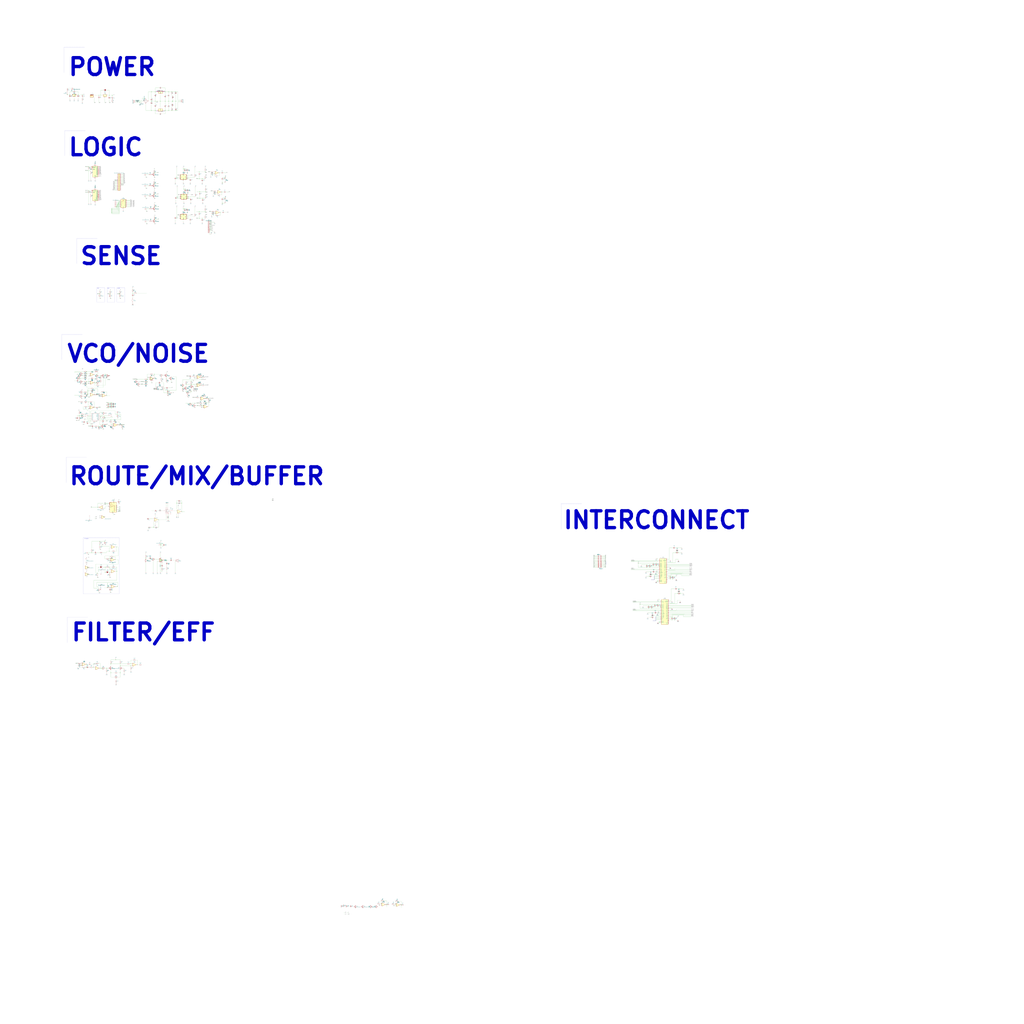
<source format=kicad_sch>
(kicad_sch (version 20211123) (generator eeschema)
  (paper "User" 3048 3048)
  (lib_symbols
    (symbol "4xxx:4017" (pin_names (offset 1.016))
      (property "Reference" "U" (at -7.62 16.51 0))
      (property "Value" "4017" (at -7.62 -19.05 0))
      (symbol "4017_1_0"
        (pin output line (at 12.7 0 180) (length 5.08) (name "Q5") (number "1"))
        (pin output line (at 12.7 2.54 180) (length 5.08) (name "Q4") (number "10"))
        (pin output line (at 12.7 -10.16 180) (length 5.08) (name "Q9") (number "11"))
        (pin output line (at 12.7 -15.24 180) (length 5.08) (name "Cout") (number "12"))
        (pin input inverted (at -12.7 10.16 0) (length 5.08) (name "CKEN") (number "13"))
        (pin input clock (at -12.7 12.7 0) (length 5.08) (name "CLK") (number "14"))
        (pin input line (at -12.7 5.08 0) (length 5.08) (name "Reset") (number "15"))
        (pin power_in line (at 0 20.32 270) (length 5.08) (name "VDD") (number "16"))
        (pin output line (at 12.7 10.16 180) (length 5.08) (name "Q1") (number "2"))
        (pin output line (at 12.7 12.7 180) (length 5.08) (name "Q0") (number "3"))
        (pin output line (at 12.7 7.62 180) (length 5.08) (name "Q2") (number "4"))
        (pin output line (at 12.7 -2.54 180) (length 5.08) (name "Q6") (number "5"))
        (pin output line (at 12.7 -5.08 180) (length 5.08) (name "Q7") (number "6"))
        (pin output line (at 12.7 5.08 180) (length 5.08) (name "Q3") (number "7"))
        (pin power_in line (at 0 -22.86 90) (length 5.08) (name "VSS") (number "8"))
        (pin output line (at 12.7 -7.62 180) (length 5.08) (name "Q8") (number "9"))
      )
    )
    (symbol "4xxx:4020" (pin_names (offset 1.016))
      (property "Reference" "U" (at -7.62 16.51 0))
      (property "Value" "4020" (at -7.62 -19.05 0))
      (symbol "4020_1_0"
        (pin output line (at 12.7 -10.16 180) (length 5.08) (name "Q11") (number "1"))
        (pin input inverted_clock (at -12.7 12.7 0) (length 5.08) (name "CLK") (number "10"))
        (pin input line (at -12.7 7.62 0) (length 5.08) (name "Reset") (number "11"))
        (pin output line (at 12.7 -2.54 180) (length 5.08) (name "Q8") (number "12"))
        (pin output line (at 12.7 0 180) (length 5.08) (name "Q7") (number "13"))
        (pin output line (at 12.7 -5.08 180) (length 5.08) (name "Q9") (number "14"))
        (pin output line (at 12.7 -7.62 180) (length 5.08) (name "Q10") (number "15"))
        (pin power_in line (at 0 20.32 270) (length 5.08) (name "VDD") (number "16"))
        (pin output line (at 12.7 -12.7 180) (length 5.08) (name "Q12") (number "2"))
        (pin output line (at 12.7 -15.24 180) (length 5.08) (name "Q13") (number "3"))
        (pin output line (at 12.7 5.08 180) (length 5.08) (name "Q5") (number "4"))
        (pin output line (at 12.7 7.62 180) (length 5.08) (name "Q4") (number "5"))
        (pin output line (at 12.7 2.54 180) (length 5.08) (name "Q6") (number "6"))
        (pin output line (at 12.7 10.16 180) (length 5.08) (name "Q3") (number "7"))
        (pin power_in line (at 0 -22.86 90) (length 5.08) (name "VSS") (number "8"))
        (pin output line (at 12.7 12.7 180) (length 5.08) (name "Q0") (number "9"))
      )
    )
    (symbol "Amplifier_Audio:LM386" (pin_names (offset 0.127))
      (property "Reference" "U" (at 1.27 7.62 0))
      (property "Value" "LM386" (at 1.27 5.08 0))
      (symbol "LM386_1_1"
        (pin input line (at 0 -7.62 90) (length 5.08) (name "GAIN") (number "1"))
        (pin input line (at -7.62 -2.54 0) (length 2.54) (name "-") (number "2"))
        (pin input line (at -7.62 2.54 0) (length 2.54) (name "+") (number "3"))
        (pin power_in line (at -2.54 -7.62 90) (length 3.81) (name "GND") (number "4"))
        (pin output line (at 7.62 0 180) (length 2.54) (name "~") (number "5"))
        (pin power_in line (at -2.54 7.62 270) (length 3.81) (name "V+") (number "6"))
        (pin input line (at 0 7.62 270) (length 5.08) (name "BYPASS") (number "7"))
        (pin input line (at 2.54 -7.62 90) (length 6.35) (name "GAIN") (number "8"))
      )
    )
    (symbol "Amplifier_Operational:LM358" (pin_names (offset 0.127))
      (property "Reference" "U" (at 0 5.08 0))
      (property "Value" "LM358" (at 0 -5.08 0))
      (symbol "LM358_1_1"
        (pin output line (at 7.62 0 180) (length 2.54) (name "~") (number "1"))
        (pin input line (at -7.62 -2.54 0) (length 2.54) (name "-") (number "2"))
        (pin input line (at -7.62 2.54 0) (length 2.54) (name "+") (number "3"))
      )
      (symbol "LM358_2_1"
        (pin input line (at -7.62 2.54 0) (length 2.54) (name "+") (number "5"))
        (pin input line (at -7.62 -2.54 0) (length 2.54) (name "-") (number "6"))
        (pin output line (at 7.62 0 180) (length 2.54) (name "~") (number "7"))
      )
      (symbol "LM358_3_1"
        (pin power_in line (at -2.54 -7.62 90) (length 3.81) (name "V-") (number "4"))
        (pin power_in line (at -2.54 7.62 270) (length 3.81) (name "V+") (number "8"))
      )
    )
    (symbol "Amplifier_Operational:LM741" (pin_names (offset 0.127))
      (property "Reference" "U" (at 0 6.35 0))
      (property "Value" "LM741" (at 0 3.81 0))
      (symbol "LM741_1_1"
        (pin input line (at 0 -7.62 90) (length 5.08) (name "NULL") (number "1"))
        (pin input line (at -7.62 -2.54 0) (length 2.54) (name "-") (number "2"))
        (pin input line (at -7.62 2.54 0) (length 2.54) (name "+") (number "3"))
        (pin power_in line (at -2.54 -7.62 90) (length 3.81) (name "V-") (number "4"))
        (pin input line (at 2.54 -7.62 90) (length 6.35) (name "NULL") (number "5"))
        (pin output line (at 7.62 0 180) (length 2.54) (name "~") (number "6"))
        (pin power_in line (at -2.54 7.62 270) (length 3.81) (name "V+") (number "7"))
        (pin no_connect line (at 0 2.54 270) (length 2.54) hide (name "NC") (number "8"))
      )
    )
    (symbol "Amplifier_Operational:NE5532" (pin_names (offset 0.127))
      (property "Reference" "U" (at 0 5.08 0))
      (property "Value" "NE5532" (at 0 -5.08 0))
      (symbol "NE5532_1_1"
        (pin output line (at 7.62 0 180) (length 2.54) (name "~") (number "1"))
        (pin input line (at -7.62 -2.54 0) (length 2.54) (name "-") (number "2"))
        (pin input line (at -7.62 2.54 0) (length 2.54) (name "+") (number "3"))
      )
      (symbol "NE5532_2_1"
        (pin input line (at -7.62 2.54 0) (length 2.54) (name "+") (number "5"))
        (pin input line (at -7.62 -2.54 0) (length 2.54) (name "-") (number "6"))
        (pin output line (at 7.62 0 180) (length 2.54) (name "~") (number "7"))
      )
      (symbol "NE5532_3_1"
        (pin power_in line (at -2.54 -7.62 90) (length 3.81) (name "V-") (number "4"))
        (pin power_in line (at -2.54 7.62 270) (length 3.81) (name "V+") (number "8"))
      )
    )
    (symbol "Amplifier_Operational:TL072" (pin_names (offset 0.127))
      (property "Reference" "U" (at 0 5.08 0))
      (property "Value" "TL072" (at 0 -5.08 0))
      (symbol "TL072_1_1"
        (pin output line (at 7.62 0 180) (length 2.54) (name "~") (number "1"))
        (pin input line (at -7.62 -2.54 0) (length 2.54) (name "-") (number "2"))
        (pin input line (at -7.62 2.54 0) (length 2.54) (name "+") (number "3"))
      )
      (symbol "TL072_2_1"
        (pin input line (at -7.62 2.54 0) (length 2.54) (name "+") (number "5"))
        (pin input line (at -7.62 -2.54 0) (length 2.54) (name "-") (number "6"))
        (pin output line (at 7.62 0 180) (length 2.54) (name "~") (number "7"))
      )
      (symbol "TL072_3_1"
        (pin power_in line (at -2.54 -7.62 90) (length 3.81) (name "V-") (number "4"))
        (pin power_in line (at -2.54 7.62 270) (length 3.81) (name "V+") (number "8"))
      )
    )
    (symbol "Amplifier_Operational:TL074" (pin_names (offset 0.127))
      (property "Reference" "U" (at 0 5.08 0))
      (property "Value" "TL074" (at 0 -5.08 0))
      (symbol "TL074_1_1"
        (pin output line (at 7.62 0 180) (length 2.54) (name "~") (number "1"))
        (pin input line (at -7.62 -2.54 0) (length 2.54) (name "-") (number "2"))
        (pin input line (at -7.62 2.54 0) (length 2.54) (name "+") (number "3"))
      )
      (symbol "TL074_2_1"
        (pin input line (at -7.62 2.54 0) (length 2.54) (name "+") (number "5"))
        (pin input line (at -7.62 -2.54 0) (length 2.54) (name "-") (number "6"))
        (pin output line (at 7.62 0 180) (length 2.54) (name "~") (number "7"))
      )
      (symbol "TL074_3_1"
        (pin input line (at -7.62 2.54 0) (length 2.54) (name "+") (number "10"))
        (pin output line (at 7.62 0 180) (length 2.54) (name "~") (number "8"))
        (pin input line (at -7.62 -2.54 0) (length 2.54) (name "-") (number "9"))
      )
      (symbol "TL074_4_1"
        (pin input line (at -7.62 2.54 0) (length 2.54) (name "+") (number "12"))
        (pin input line (at -7.62 -2.54 0) (length 2.54) (name "-") (number "13"))
        (pin output line (at 7.62 0 180) (length 2.54) (name "~") (number "14"))
      )
      (symbol "TL074_5_1"
        (pin power_in line (at -2.54 -7.62 90) (length 3.81) (name "V-") (number "11"))
        (pin power_in line (at -2.54 7.62 270) (length 3.81) (name "V+") (number "4"))
      )
    )
    (symbol "Amplifier_Operational:TL082" (pin_names (offset 0.127))
      (property "Reference" "U" (at 0 5.08 0))
      (property "Value" "TL082" (at 0 -5.08 0))
      (symbol "TL082_1_1"
        (pin output line (at 7.62 0 180) (length 2.54) (name "~") (number "1"))
        (pin input line (at -7.62 -2.54 0) (length 2.54) (name "-") (number "2"))
        (pin input line (at -7.62 2.54 0) (length 2.54) (name "+") (number "3"))
      )
      (symbol "TL082_2_1"
        (pin input line (at -7.62 2.54 0) (length 2.54) (name "+") (number "5"))
        (pin input line (at -7.62 -2.54 0) (length 2.54) (name "-") (number "6"))
        (pin output line (at 7.62 0 180) (length 2.54) (name "~") (number "7"))
      )
      (symbol "TL082_3_1"
        (pin power_in line (at -2.54 -7.62 90) (length 3.81) (name "V-") (number "4"))
        (pin power_in line (at -2.54 7.62 270) (length 3.81) (name "V+") (number "8"))
      )
    )
    (symbol "Analog_Switch:CD4051B"
      (property "Reference" "U" (at -10.16 16.51 0))
      (property "Value" "CD4051B" (at 3.81 16.51 0))
      (symbol "CD4051B_1_1"
        (pin bidirectional line (at 12.7 -5.08 180) (length 2.54) (name "X4") (number "1"))
        (pin input line (at -12.7 10.16 0) (length 2.54) (name "B") (number "10"))
        (pin input line (at -12.7 12.7 0) (length 2.54) (name "A") (number "11"))
        (pin bidirectional line (at 12.7 -2.54 180) (length 2.54) (name "X3") (number "12"))
        (pin bidirectional line (at 12.7 5.08 180) (length 2.54) (name "X0") (number "13"))
        (pin bidirectional line (at 12.7 2.54 180) (length 2.54) (name "X1") (number "14"))
        (pin bidirectional line (at 12.7 0 180) (length 2.54) (name "X2") (number "15"))
        (pin power_in line (at 2.54 17.78 270) (length 2.54) (name "VDD") (number "16"))
        (pin bidirectional line (at 12.7 -10.16 180) (length 2.54) (name "X6") (number "2"))
        (pin bidirectional line (at -12.7 2.54 0) (length 2.54) (name "X") (number "3"))
        (pin bidirectional line (at 12.7 -12.7 180) (length 2.54) (name "X7") (number "4"))
        (pin bidirectional line (at 12.7 -7.62 180) (length 2.54) (name "X5") (number "5"))
        (pin input line (at -12.7 0 0) (length 2.54) (name "INH") (number "6"))
        (pin power_in line (at -2.54 -17.78 90) (length 2.54) (name "VEE") (number "7"))
        (pin power_in line (at 0 -17.78 90) (length 2.54) (name "VSS") (number "8"))
        (pin input line (at -12.7 7.62 0) (length 2.54) (name "C") (number "9"))
      )
    )
    (symbol "Connector:Conn_01x02_Female" (pin_names (offset 1.016) hide)
      (property "Reference" "J" (at 0 2.54 0))
      (property "Value" "Conn_01x02_Female" (at 0 -5.08 0))
      (symbol "Conn_01x02_Female_1_1"
        (pin passive line (at -5.08 0 0) (length 3.81) (name "Pin_1") (number "1"))
        (pin passive line (at -5.08 -2.54 0) (length 3.81) (name "Pin_2") (number "2"))
      )
    )
    (symbol "Connector:Conn_01x08_Male" (pin_names (offset 1.016) hide)
      (property "Reference" "J" (at 0 10.16 0))
      (property "Value" "Conn_01x08_Male" (at 0 -12.7 0))
      (symbol "Conn_01x08_Male_1_1"
        (pin passive line (at 5.08 7.62 180) (length 3.81) (name "Pin_1") (number "1"))
        (pin passive line (at 5.08 5.08 180) (length 3.81) (name "Pin_2") (number "2"))
        (pin passive line (at 5.08 2.54 180) (length 3.81) (name "Pin_3") (number "3"))
        (pin passive line (at 5.08 0 180) (length 3.81) (name "Pin_4") (number "4"))
        (pin passive line (at 5.08 -2.54 180) (length 3.81) (name "Pin_5") (number "5"))
        (pin passive line (at 5.08 -5.08 180) (length 3.81) (name "Pin_6") (number "6"))
        (pin passive line (at 5.08 -7.62 180) (length 3.81) (name "Pin_7") (number "7"))
        (pin passive line (at 5.08 -10.16 180) (length 3.81) (name "Pin_8") (number "8"))
      )
    )
    (symbol "Connector:Conn_01x14_Male" (pin_names (offset 1.016) hide)
      (property "Reference" "J" (at 0 17.78 0))
      (property "Value" "Conn_01x14_Male" (at 0 -20.32 0))
      (symbol "Conn_01x14_Male_1_1"
        (pin passive line (at 5.08 15.24 180) (length 3.81) (name "Pin_1") (number "1"))
        (pin passive line (at 5.08 -7.62 180) (length 3.81) (name "Pin_10") (number "10"))
        (pin passive line (at 5.08 -10.16 180) (length 3.81) (name "Pin_11") (number "11"))
        (pin passive line (at 5.08 -12.7 180) (length 3.81) (name "Pin_12") (number "12"))
        (pin passive line (at 5.08 -15.24 180) (length 3.81) (name "Pin_13") (number "13"))
        (pin passive line (at 5.08 -17.78 180) (length 3.81) (name "Pin_14") (number "14"))
        (pin passive line (at 5.08 12.7 180) (length 3.81) (name "Pin_2") (number "2"))
        (pin passive line (at 5.08 10.16 180) (length 3.81) (name "Pin_3") (number "3"))
        (pin passive line (at 5.08 7.62 180) (length 3.81) (name "Pin_4") (number "4"))
        (pin passive line (at 5.08 5.08 180) (length 3.81) (name "Pin_5") (number "5"))
        (pin passive line (at 5.08 2.54 180) (length 3.81) (name "Pin_6") (number "6"))
        (pin passive line (at 5.08 0 180) (length 3.81) (name "Pin_7") (number "7"))
        (pin passive line (at 5.08 -2.54 180) (length 3.81) (name "Pin_8") (number "8"))
        (pin passive line (at 5.08 -5.08 180) (length 3.81) (name "Pin_9") (number "9"))
      )
    )
    (symbol "Connector:Conn_01x15_Female" (pin_names (offset 1.016) hide)
      (property "Reference" "J" (at 0 20.32 0))
      (property "Value" "Conn_01x15_Female" (at 0 -20.32 0))
      (symbol "Conn_01x15_Female_1_1"
        (pin passive line (at -5.08 17.78 0) (length 3.81) (name "Pin_1") (number "1"))
        (pin passive line (at -5.08 -5.08 0) (length 3.81) (name "Pin_10") (number "10"))
        (pin passive line (at -5.08 -7.62 0) (length 3.81) (name "Pin_11") (number "11"))
        (pin passive line (at -5.08 -10.16 0) (length 3.81) (name "Pin_12") (number "12"))
        (pin passive line (at -5.08 -12.7 0) (length 3.81) (name "Pin_13") (number "13"))
        (pin passive line (at -5.08 -15.24 0) (length 3.81) (name "Pin_14") (number "14"))
        (pin passive line (at -5.08 -17.78 0) (length 3.81) (name "Pin_15") (number "15"))
        (pin passive line (at -5.08 15.24 0) (length 3.81) (name "Pin_2") (number "2"))
        (pin passive line (at -5.08 12.7 0) (length 3.81) (name "Pin_3") (number "3"))
        (pin passive line (at -5.08 10.16 0) (length 3.81) (name "Pin_4") (number "4"))
        (pin passive line (at -5.08 7.62 0) (length 3.81) (name "Pin_5") (number "5"))
        (pin passive line (at -5.08 5.08 0) (length 3.81) (name "Pin_6") (number "6"))
        (pin passive line (at -5.08 2.54 0) (length 3.81) (name "Pin_7") (number "7"))
        (pin passive line (at -5.08 0 0) (length 3.81) (name "Pin_8") (number "8"))
        (pin passive line (at -5.08 -2.54 0) (length 3.81) (name "Pin_9") (number "9"))
      )
    )
    (symbol "Connector:Jack-DC" (pin_names (offset 1.016))
      (property "Reference" "J" (at 0 5.334 0))
      (property "Value" "Jack-DC" (at 0 -5.08 0))
      (symbol "Jack-DC_1_1"
        (pin passive line (at 7.62 2.54 180) (length 2.54) (name "~") (number "1"))
        (pin passive line (at 7.62 -2.54 180) (length 2.54) (name "~") (number "2"))
      )
    )
    (symbol "Connector_Generic:Conn_02x20_Counter_Clockwise" (pin_names (offset 1.016) hide)
      (property "Reference" "J" (at 1.27 25.4 0))
      (property "Value" "Conn_02x20_Counter_Clockwise" (at 1.27 -27.94 0))
      (symbol "Conn_02x20_Counter_Clockwise_1_1"
        (pin passive line (at -5.08 22.86 0) (length 3.81) (name "Pin_1") (number "1"))
        (pin passive line (at -5.08 0 0) (length 3.81) (name "Pin_10") (number "10"))
        (pin passive line (at -5.08 -2.54 0) (length 3.81) (name "Pin_11") (number "11"))
        (pin passive line (at -5.08 -5.08 0) (length 3.81) (name "Pin_12") (number "12"))
        (pin passive line (at -5.08 -7.62 0) (length 3.81) (name "Pin_13") (number "13"))
        (pin passive line (at -5.08 -10.16 0) (length 3.81) (name "Pin_14") (number "14"))
        (pin passive line (at -5.08 -12.7 0) (length 3.81) (name "Pin_15") (number "15"))
        (pin passive line (at -5.08 -15.24 0) (length 3.81) (name "Pin_16") (number "16"))
        (pin passive line (at -5.08 -17.78 0) (length 3.81) (name "Pin_17") (number "17"))
        (pin passive line (at -5.08 -20.32 0) (length 3.81) (name "Pin_18") (number "18"))
        (pin passive line (at -5.08 -22.86 0) (length 3.81) (name "Pin_19") (number "19"))
        (pin passive line (at -5.08 20.32 0) (length 3.81) (name "Pin_2") (number "2"))
        (pin passive line (at -5.08 -25.4 0) (length 3.81) (name "Pin_20") (number "20"))
        (pin passive line (at 7.62 -25.4 180) (length 3.81) (name "Pin_21") (number "21"))
        (pin passive line (at 7.62 -22.86 180) (length 3.81) (name "Pin_22") (number "22"))
        (pin passive line (at 7.62 -20.32 180) (length 3.81) (name "Pin_23") (number "23"))
        (pin passive line (at 7.62 -17.78 180) (length 3.81) (name "Pin_24") (number "24"))
        (pin passive line (at 7.62 -15.24 180) (length 3.81) (name "Pin_25") (number "25"))
        (pin passive line (at 7.62 -12.7 180) (length 3.81) (name "Pin_26") (number "26"))
        (pin passive line (at 7.62 -10.16 180) (length 3.81) (name "Pin_27") (number "27"))
        (pin passive line (at 7.62 -7.62 180) (length 3.81) (name "Pin_28") (number "28"))
        (pin passive line (at 7.62 -5.08 180) (length 3.81) (name "Pin_29") (number "29"))
        (pin passive line (at -5.08 17.78 0) (length 3.81) (name "Pin_3") (number "3"))
        (pin passive line (at 7.62 -2.54 180) (length 3.81) (name "Pin_30") (number "30"))
        (pin passive line (at 7.62 0 180) (length 3.81) (name "Pin_31") (number "31"))
        (pin passive line (at 7.62 2.54 180) (length 3.81) (name "Pin_32") (number "32"))
        (pin passive line (at 7.62 5.08 180) (length 3.81) (name "Pin_33") (number "33"))
        (pin passive line (at 7.62 7.62 180) (length 3.81) (name "Pin_34") (number "34"))
        (pin passive line (at 7.62 10.16 180) (length 3.81) (name "Pin_35") (number "35"))
        (pin passive line (at 7.62 12.7 180) (length 3.81) (name "Pin_36") (number "36"))
        (pin passive line (at 7.62 15.24 180) (length 3.81) (name "Pin_37") (number "37"))
        (pin passive line (at 7.62 17.78 180) (length 3.81) (name "Pin_38") (number "38"))
        (pin passive line (at 7.62 20.32 180) (length 3.81) (name "Pin_39") (number "39"))
        (pin passive line (at -5.08 15.24 0) (length 3.81) (name "Pin_4") (number "4"))
        (pin passive line (at 7.62 22.86 180) (length 3.81) (name "Pin_40") (number "40"))
        (pin passive line (at -5.08 12.7 0) (length 3.81) (name "Pin_5") (number "5"))
        (pin passive line (at -5.08 10.16 0) (length 3.81) (name "Pin_6") (number "6"))
        (pin passive line (at -5.08 7.62 0) (length 3.81) (name "Pin_7") (number "7"))
        (pin passive line (at -5.08 5.08 0) (length 3.81) (name "Pin_8") (number "8"))
        (pin passive line (at -5.08 2.54 0) (length 3.81) (name "Pin_9") (number "9"))
      )
    )
    (symbol "Device:C" (pin_numbers hide) (pin_names (offset 0.254))
      (property "Reference" "C" (at 0.635 2.54 0))
      (property "Value" "C" (at 0.635 -2.54 0))
      (symbol "C_1_1"
        (pin passive line (at 0 3.81 270) (length 2.794) (name "~") (number "1"))
        (pin passive line (at 0 -3.81 90) (length 2.794) (name "~") (number "2"))
      )
    )
    (symbol "Device:D" (pin_numbers hide) (pin_names (offset 1.016) hide)
      (property "Reference" "D" (at 0 2.54 0))
      (property "Value" "D" (at 0 -2.54 0))
      (symbol "D_1_1"
        (pin passive line (at -3.81 0 0) (length 2.54) (name "K") (number "1"))
        (pin passive line (at 3.81 0 180) (length 2.54) (name "A") (number "2"))
      )
    )
    (symbol "Device:Fuse" (pin_numbers hide) (pin_names (offset 0))
      (property "Reference" "F" (at 2.032 0 90))
      (property "Value" "Fuse" (at -1.905 0 90))
      (symbol "Fuse_1_1"
        (pin passive line (at 0 3.81 270) (length 1.27) (name "~") (number "1"))
        (pin passive line (at 0 -3.81 90) (length 1.27) (name "~") (number "2"))
      )
    )
    (symbol "Device:LED" (pin_numbers hide) (pin_names (offset 1.016) hide)
      (property "Reference" "D" (at 0 2.54 0))
      (property "Value" "LED" (at 0 -2.54 0))
      (symbol "LED_1_1"
        (pin passive line (at -3.81 0 0) (length 2.54) (name "K") (number "1"))
        (pin passive line (at 3.81 0 180) (length 2.54) (name "A") (number "2"))
      )
    )
    (symbol "Device:Microphone" (pin_names (offset 0.0254) hide)
      (property "Reference" "MK" (at -3.81 1.27 0))
      (property "Value" "Microphone" (at -3.81 -0.635 0))
      (symbol "Microphone_1_1"
        (pin passive line (at 0 -5.08 90) (length 2.54) (name "-") (number "1"))
        (pin passive line (at 0 5.08 270) (length 2.54) (name "+") (number "2"))
      )
    )
    (symbol "Device:Q_NPN_BCE" (pin_names (offset 0) hide)
      (property "Reference" "Q" (at 5.08 1.27 0))
      (property "Value" "Q_NPN_BCE" (at 5.08 -1.27 0))
      (symbol "Q_NPN_BCE_1_1"
        (pin input line (at -5.08 0 0) (length 5.715) (name "B") (number "1"))
        (pin passive line (at 2.54 5.08 270) (length 2.54) (name "C") (number "2"))
        (pin passive line (at 2.54 -5.08 90) (length 2.54) (name "E") (number "3"))
      )
    )
    (symbol "Device:Q_PNP_BCE" (pin_names (offset 0) hide)
      (property "Reference" "Q" (at 5.08 1.27 0))
      (property "Value" "Q_PNP_BCE" (at 5.08 -1.27 0))
      (symbol "Q_PNP_BCE_1_1"
        (pin input line (at -5.08 0 0) (length 5.715) (name "B") (number "1"))
        (pin passive line (at 2.54 5.08 270) (length 2.54) (name "C") (number "2"))
        (pin passive line (at 2.54 -5.08 90) (length 2.54) (name "E") (number "3"))
      )
    )
    (symbol "Device:R" (pin_numbers hide) (pin_names (offset 0))
      (property "Reference" "R" (at 2.032 0 90))
      (property "Value" "R" (at 0 0 90))
      (symbol "R_1_1"
        (pin passive line (at 0 3.81 270) (length 1.27) (name "~") (number "1"))
        (pin passive line (at 0 -3.81 90) (length 1.27) (name "~") (number "2"))
      )
    )
    (symbol "Device:Speaker" (pin_names (offset 0) hide)
      (property "Reference" "LS" (at 1.27 5.715 0))
      (property "Value" "Speaker" (at 1.27 3.81 0))
      (symbol "Speaker_1_1"
        (pin input line (at -5.08 0 0) (length 2.54) (name "1") (number "1"))
        (pin input line (at -5.08 -2.54 0) (length 2.54) (name "2") (number "2"))
      )
    )
    (symbol "Device:Thermistor_NTC" (pin_numbers hide) (pin_names (offset 0))
      (property "Reference" "TH" (at -4.445 0 90))
      (property "Value" "Thermistor_NTC" (at 3.175 0 90))
      (symbol "Thermistor_NTC_1_1"
        (pin passive line (at 0 3.81 270) (length 1.27) (name "~") (number "1"))
        (pin passive line (at 0 -3.81 90) (length 1.27) (name "~") (number "2"))
      )
    )
    (symbol "Device:Thermistor_PTC" (pin_numbers hide) (pin_names (offset 0))
      (property "Reference" "TH" (at -4.064 0 90))
      (property "Value" "Thermistor_PTC" (at 3.048 0 90))
      (symbol "Thermistor_PTC_1_1"
        (pin passive line (at 0 3.81 270) (length 1.27) (name "~") (number "1"))
        (pin passive line (at 0 -3.81 90) (length 1.27) (name "~") (number "2"))
      )
    )
    (symbol "Device:Varistor" (pin_numbers hide) (pin_names (offset 0))
      (property "Reference" "RV" (at 3.175 0 90))
      (property "Value" "Varistor" (at -3.175 0 90))
      (symbol "Varistor_0_0"
        (text "U" (at -1.778 -2.032 0) (effects (font (size 1.27 1.27))))
      )
      (symbol "Varistor_1_1"
        (pin passive line (at 0 3.81 270) (length 1.27) (name "~") (number "1"))
        (pin passive line (at 0 -3.81 90) (length 1.27) (name "~") (number "2"))
      )
    )
    (symbol "Regulator_Linear:L7805" (pin_names (offset 0.254))
      (property "Reference" "U" (at -3.81 3.175 0))
      (property "Value" "L7805" (at 0 3.175 0))
      (symbol "L7805_1_1"
        (pin power_in line (at -7.62 0 0) (length 2.54) (name "IN") (number "1"))
        (pin power_in line (at 0 -7.62 90) (length 2.54) (name "GND") (number "2"))
        (pin power_out line (at 7.62 0 180) (length 2.54) (name "OUT") (number "3"))
      )
    )
    (symbol "Regulator_Linear:L7812" (pin_names (offset 0.254))
      (property "Reference" "U" (at -3.81 3.175 0))
      (property "Value" "L7812" (at 0 3.175 0))
      (symbol "L7812_1_1"
        (pin power_in line (at -7.62 0 0) (length 2.54) (name "IN") (number "1"))
        (pin power_in line (at 0 -7.62 90) (length 2.54) (name "GND") (number "2"))
        (pin power_out line (at 7.62 0 180) (length 2.54) (name "OUT") (number "3"))
      )
    )
    (symbol "Switch:SW_DPDT_x2" (pin_names (offset 0) hide)
      (property "Reference" "SW" (at 0 4.318 0))
      (property "Value" "SW_DPDT_x2" (at 0 -5.08 0))
      (symbol "SW_DPDT_x2_1_1"
        (pin passive line (at 5.08 2.54 180) (length 2.54) (name "A") (number "1"))
        (pin passive line (at -5.08 0 0) (length 2.54) (name "B") (number "2"))
        (pin passive line (at 5.08 -2.54 180) (length 2.54) (name "C") (number "3"))
      )
      (symbol "SW_DPDT_x2_2_1"
        (pin passive line (at 5.08 2.54 180) (length 2.54) (name "A") (number "4"))
        (pin passive line (at -5.08 0 0) (length 2.54) (name "B") (number "5"))
        (pin passive line (at 5.08 -2.54 180) (length 2.54) (name "C") (number "6"))
      )
    )
    (symbol "Switch:SW_SPST" (pin_names (offset 0) hide)
      (property "Reference" "SW" (at 0 3.175 0))
      (property "Value" "SW_SPST" (at 0 -2.54 0))
      (symbol "SW_SPST_1_1"
        (pin passive line (at -5.08 0 0) (length 2.54) (name "A") (number "1"))
        (pin passive line (at 5.08 0 180) (length 2.54) (name "B") (number "2"))
      )
    )
    (symbol "Transistor_Array:ULN2803A"
      (property "Reference" "U" (at 0 13.335 0))
      (property "Value" "ULN2803A" (at 0 11.43 0))
      (symbol "ULN2803A_1_1"
        (pin input line (at -10.16 5.08 0) (length 2.54) (name "I1") (number "1"))
        (pin passive line (at 10.16 7.62 180) (length 2.54) (name "COM") (number "10"))
        (pin open_collector line (at 10.16 -12.7 180) (length 2.54) (name "O8") (number "11"))
        (pin open_collector line (at 10.16 -10.16 180) (length 2.54) (name "O7") (number "12"))
        (pin open_collector line (at 10.16 -7.62 180) (length 2.54) (name "O6") (number "13"))
        (pin open_collector line (at 10.16 -5.08 180) (length 2.54) (name "O5") (number "14"))
        (pin open_collector line (at 10.16 -2.54 180) (length 2.54) (name "O4") (number "15"))
        (pin open_collector line (at 10.16 0 180) (length 2.54) (name "O3") (number "16"))
        (pin open_collector line (at 10.16 2.54 180) (length 2.54) (name "O2") (number "17"))
        (pin open_collector line (at 10.16 5.08 180) (length 2.54) (name "O1") (number "18"))
        (pin input line (at -10.16 2.54 0) (length 2.54) (name "I2") (number "2"))
        (pin input line (at -10.16 0 0) (length 2.54) (name "I3") (number "3"))
        (pin input line (at -10.16 -2.54 0) (length 2.54) (name "I4") (number "4"))
        (pin input line (at -10.16 -5.08 0) (length 2.54) (name "I5") (number "5"))
        (pin input line (at -10.16 -7.62 0) (length 2.54) (name "I6") (number "6"))
        (pin input line (at -10.16 -10.16 0) (length 2.54) (name "I7") (number "7"))
        (pin input line (at -10.16 -12.7 0) (length 2.54) (name "I8") (number "8"))
        (pin power_in line (at 0 -17.78 90) (length 2.54) (name "GND") (number "9"))
      )
    )
    (symbol "Transistor_BJT:MAT02" (pin_names (offset 0) hide)
      (property "Reference" "Q" (at 5.08 1.905 0))
      (property "Value" "MAT02" (at 5.08 0 0))
      (symbol "MAT02_1_1"
        (pin passive line (at 2.54 5.08 270) (length 2.54) (name "C") (number "1"))
        (pin input line (at -5.08 0 0) (length 5.08) (name "B") (number "2"))
        (pin passive line (at 2.54 -5.08 90) (length 2.54) (name "E") (number "3"))
      )
      (symbol "MAT02_2_1"
        (pin passive line (at 2.54 -5.08 90) (length 2.54) (name "E") (number "4"))
        (pin input line (at -5.08 0 0) (length 5.08) (name "B") (number "5"))
        (pin passive line (at 2.54 5.08 270) (length 2.54) (name "C") (number "6"))
      )
    )
    (symbol "_trnst_a-rescue:+3.3V-power" (power) (pin_names (offset 0))
      (property "Value" "+3.3V-power" (at 0 3.556 0))
      (symbol "+3.3V-power_1_1"
        (pin power_in line (at 0 0 90) (length 0) hide (name "+3V3") (number "1"))
      )
    )
    (symbol "_trnst_a-rescue:C-device" (pin_numbers hide) (pin_names (offset 0.254))
      (property "Reference" "C" (at 0.635 2.54 0))
      (property "Value" "C-device" (at 0.635 -2.54 0))
      (symbol "C-device_1_1"
        (pin passive line (at 0 3.81 270) (length 2.794) (name "~") (number "1"))
        (pin passive line (at 0 -3.81 90) (length 2.794) (name "~") (number "2"))
      )
    )
    (symbol "_trnst_a-rescue:C-vca-rescue" (pin_numbers hide) (pin_names (offset 0.254))
      (property "Reference" "C" (at 0.635 2.54 0))
      (property "Value" "C-vca-rescue" (at 0.635 -2.54 0))
      (symbol "C-vca-rescue_1_1"
        (pin passive line (at 0 3.81 270) (length 2.794) (name "~") (number "1"))
        (pin passive line (at 0 -3.81 90) (length 2.794) (name "~") (number "2"))
      )
    )
    (symbol "_trnst_a-rescue:CONN_01X03-psu-2-rescue" (pin_names (offset 1.016) hide)
      (property "Reference" "J" (at 0 5.08 0))
      (property "Value" "CONN_01X03-psu-2-rescue" (at 2.54 0 90))
      (symbol "CONN_01X03-psu-2-rescue_1_1"
        (pin passive line (at -5.08 2.54 0) (length 3.81) (name "P1") (number "1"))
        (pin passive line (at -5.08 0 0) (length 3.81) (name "P2") (number "2"))
        (pin passive line (at -5.08 -2.54 0) (length 3.81) (name "P3") (number "3"))
      )
    )
    (symbol "_trnst_a-rescue:CP-Device" (pin_numbers hide) (pin_names (offset 0.254))
      (property "Reference" "C" (at 0.635 2.54 0))
      (property "Value" "CP-Device" (at 0.635 -2.54 0))
      (symbol "CP-Device_1_1"
        (pin passive line (at 0 3.81 270) (length 2.794) (name "~") (number "1"))
        (pin passive line (at 0 -3.81 90) (length 2.794) (name "~") (number "2"))
      )
    )
    (symbol "_trnst_a-rescue:CP-device" (pin_numbers hide) (pin_names (offset 0.254))
      (property "Reference" "C" (at 0.635 2.54 0))
      (property "Value" "CP-device" (at 0.635 -2.54 0))
      (symbol "CP-device_1_1"
        (pin passive line (at 0 3.81 270) (length 2.794) (name "~") (number "1"))
        (pin passive line (at 0 -3.81 90) (length 2.794) (name "~") (number "2"))
      )
    )
    (symbol "_trnst_a-rescue:D-device" (pin_numbers hide) (pin_names (offset 1.016) hide)
      (property "Reference" "D" (at 0 2.54 0))
      (property "Value" "D-device" (at 0 -2.54 0))
      (symbol "D-device_1_1"
        (pin passive line (at -3.81 0 0) (length 2.54) (name "K") (number "1"))
        (pin passive line (at 3.81 0 180) (length 2.54) (name "A") (number "2"))
      )
    )
    (symbol "_trnst_a-rescue:D_Bridge_+AA--psu-2-rescue" (pin_names (offset 1.27))
      (property "Reference" "D" (at 1.27 6.985 0))
      (property "Value" "D_Bridge_+AA--psu-2-rescue" (at 1.27 5.08 0))
      (symbol "D_Bridge_+AA--psu-2-rescue_1_1"
        (pin input line (at 7.62 0 180) (length 2.54) (name "+") (number "1"))
        (pin input line (at 0 7.62 270) (length 2.54) (name "~") (number "2"))
        (pin input line (at 0 -7.62 90) (length 2.54) (name "~") (number "3"))
        (pin input line (at -7.62 0 0) (length 2.54) (name "-") (number "4"))
      )
    )
    (symbol "_trnst_a-rescue:Fuse_Small-device" (pin_numbers hide) (pin_names (offset 0.254) hide)
      (property "Reference" "F" (at 0 -1.524 0))
      (property "Value" "Fuse_Small-device" (at 0 1.524 0))
      (symbol "Fuse_Small-device_1_1"
        (pin passive line (at -2.54 0 0) (length 1.27) (name "~") (number "1"))
        (pin passive line (at 2.54 0 180) (length 1.27) (name "~") (number "2"))
      )
    )
    (symbol "_trnst_a-rescue:GND-power1" (power) (pin_names (offset 0))
      (property "Value" "GND-power1" (at 0 -3.81 0))
      (symbol "GND-power1_1_1"
        (pin power_in line (at 0 0 270) (length 0) hide (name "GND") (number "1"))
      )
    )
    (symbol "_trnst_a-rescue:GND-vca-rescue" (power) (pin_names (offset 0))
      (property "Value" "GND-vca-rescue" (at 0 -3.81 0))
      (symbol "GND-vca-rescue_1_1"
        (pin power_in line (at 0 0 270) (length 0) hide (name "GND") (number "1"))
      )
    )
    (symbol "_trnst_a-rescue:Jumper-Device" (pin_names (offset 0.762) hide)
      (property "Reference" "JP" (at 0 3.81 0))
      (property "Value" "Jumper-Device" (at 0 -2.032 0))
      (symbol "Jumper-Device_0_1"
        (pin passive line (at -7.62 0 0) (length 4.191) (name "1") (number "1"))
        (pin passive line (at 7.62 0 180) (length 4.191) (name "2") (number "2"))
      )
    )
    (symbol "_trnst_a-rescue:LED-RESCUE-psu_2-psu-2-rescue" (pin_names (offset 1.016) hide)
      (property "Reference" "D" (at 0 2.54 0))
      (property "Value" "LED-RESCUE-psu_2-psu-2-rescue" (at 0 -2.54 0))
      (symbol "LED-RESCUE-psu_2-psu-2-rescue_1_1"
        (pin passive line (at -5.08 0 0) (length 3.81) (name "K") (number "1"))
        (pin passive line (at 5.08 0 180) (length 3.81) (name "A") (number "2"))
      )
    )
    (symbol "_trnst_a-rescue:LM555-Timer"
      (property "Reference" "U" (at -10.16 8.89 0))
      (property "Value" "LM555-Timer" (at 2.54 8.89 0))
      (symbol "LM555-Timer_0_0"
        (pin power_in line (at 0 -10.16 90) (length 2.54) (name "GND") (number "1"))
        (pin power_in line (at 0 10.16 270) (length 2.54) (name "VCC") (number "8"))
      )
      (symbol "LM555-Timer_1_1"
        (pin input line (at -12.7 5.08 0) (length 3.81) (name "TR") (number "2"))
        (pin output line (at 12.7 5.08 180) (length 3.81) (name "Q") (number "3"))
        (pin input inverted (at -12.7 -5.08 0) (length 3.81) (name "R") (number "4"))
        (pin input line (at -12.7 0 0) (length 3.81) (name "CV") (number "5"))
        (pin input line (at 12.7 -5.08 180) (length 3.81) (name "THR") (number "6"))
        (pin input line (at 12.7 0 180) (length 3.81) (name "DIS") (number "7"))
      )
    )
    (symbol "_trnst_a-rescue:LM7915CT-psu-2-rescue" (pin_names (offset 1.016))
      (property "Reference" "U" (at -5.08 -5.08 0))
      (property "Value" "LM7915CT-psu-2-rescue" (at 0 -5.08 0))
      (symbol "LM7915CT-psu-2-rescue_1_1"
        (pin power_in line (at 0 6.35 270) (length 2.54) (name "GND") (number "1"))
        (pin input line (at -10.16 -1.27 0) (length 3.81) (name "IN") (number "2"))
        (pin power_out line (at 10.16 -1.27 180) (length 3.81) (name "OUT") (number "3"))
      )
    )
    (symbol "_trnst_a-rescue:Opamp_Dual_Generic-Device"
      (property "Reference" "U" (at 0 5.08 0))
      (property "Value" "Opamp_Dual_Generic-Device" (at 0 -5.08 0))
      (symbol "Opamp_Dual_Generic-Device_1_1"
        (pin output line (at 7.62 0 180) (length 2.54) (name "~") (number "1"))
        (pin input line (at -7.62 -2.54 0) (length 2.54) (name "-") (number "2"))
        (pin input line (at -7.62 2.54 0) (length 2.54) (name "+") (number "3"))
      )
      (symbol "Opamp_Dual_Generic-Device_2_1"
        (pin input line (at -7.62 2.54 0) (length 2.54) (name "+") (number "5"))
        (pin input line (at -7.62 -2.54 0) (length 2.54) (name "-") (number "6"))
        (pin output line (at 7.62 0 180) (length 2.54) (name "~") (number "7"))
      )
      (symbol "Opamp_Dual_Generic-Device_3_1"
        (pin power_in line (at -2.54 -7.62 90) (length 3.81) (name "V-") (number "4"))
        (pin power_in line (at -2.54 7.62 270) (length 3.81) (name "V+") (number "8"))
      )
    )
    (symbol "_trnst_a-rescue:PCM4220-!audio_lib-dsp-sys-rescue-analogue1-rescue" (pin_names (offset 1.016))
      (property "Reference" "U" (at -8.89 34.29 0))
      (property "Value" "PCM4220-!audio_lib-dsp-sys-rescue-analogue1-rescue" (at 5.08 34.29 0))
      (symbol "PCM4220-!audio_lib-dsp-sys-rescue-analogue1-rescue_1_1"
        (pin input line (at -12.7 29.21 0) (length 2.54) (name "AGND") (number "1"))
        (pin input line (at -12.7 2.54 0) (length 2.54) (name "VINL-") (number "10"))
        (pin input line (at -12.7 0 0) (length 2.54) (name "VINR+") (number "11"))
        (pin input line (at -12.7 -2.54 0) (length 2.54) (name "AGND") (number "12"))
        (pin input line (at -12.7 -6.35 0) (length 2.54) (name "VCOML") (number "13"))
        (pin input line (at -12.7 -8.89 0) (length 2.54) (name "REFGNDL") (number "14"))
        (pin input line (at -12.7 -11.43 0) (length 2.54) (name "VREFL") (number "15"))
        (pin input line (at -12.7 -15.24 0) (length 2.54) (name "PCMEN") (number "16"))
        (pin input line (at -12.7 -17.78 0) (length 2.54) (name "HPFDR") (number "17"))
        (pin input line (at -12.7 -20.32 0) (length 2.54) (name "HPFDL") (number "18"))
        (pin input line (at -12.7 -22.86 0) (length 2.54) (name "FS0") (number "19"))
        (pin input line (at -12.7 26.67 0) (length 2.54) (name "VINR-") (number "2"))
        (pin input line (at -12.7 -25.4 0) (length 2.54) (name "FS1") (number "20"))
        (pin input line (at -12.7 -27.94 0) (length 2.54) (name "DF") (number "21"))
        (pin power_in line (at -12.7 -31.75 0) (length 2.54) (name "DGND") (number "22"))
        (pin power_in line (at -12.7 -34.29 0) (length 2.54) (name "DGND") (number "23"))
        (pin power_in line (at -12.7 -36.83 0) (length 2.54) (name "DGND") (number "24"))
        (pin input line (at 12.7 -39.37 180) (length 2.54) (name "SUB1") (number "25"))
        (pin input line (at 12.7 -36.83 180) (length 2.54) (name "SUB0") (number "26"))
        (pin no_connect line (at 12.7 -33.02 180) (length 2.54) (name "nc") (number "27"))
        (pin no_connect line (at 12.7 -30.48 180) (length 2.54) (name "nc") (number "28"))
        (pin no_connect line (at 12.7 -27.94 180) (length 2.54) (name "nc") (number "29"))
        (pin input line (at -12.7 24.13 0) (length 2.54) (name "VINR+") (number "3"))
        (pin power_in line (at 12.7 -24.13 180) (length 2.54) (name "DGND") (number "30"))
        (pin power_in line (at 12.7 -21.59 180) (length 2.54) (name "VDD") (number "31"))
        (pin output line (at 12.7 -17.78 180) (length 2.54) (name "DATA") (number "32"))
        (pin bidirectional line (at 12.7 -15.24 180) (length 2.54) (name "BCK") (number "33"))
        (pin bidirectional line (at 12.7 -12.7 180) (length 2.54) (name "LRCK") (number "34"))
        (pin input line (at 12.7 -8.89 180) (length 2.54) (name "MCKI") (number "35"))
        (pin input inverted (at 12.7 -6.35 180) (length 2.54) (name "RST") (number "36"))
        (pin output line (at 12.7 -2.54 180) (length 2.54) (name "OVFL") (number "37"))
        (pin output line (at 12.7 0 180) (length 2.54) (name "OVFR") (number "38"))
        (pin input line (at 12.7 3.81 180) (length 2.54) (name "S/M") (number "39"))
        (pin power_in line (at -12.7 19.05 0) (length 2.54) (name "VCC1") (number "4"))
        (pin power_in line (at 12.7 6.35 180) (length 2.54) (name "DGND") (number "40"))
        (pin input line (at 12.7 8.89 180) (length 2.54) (name "OWL1") (number "41"))
        (pin input line (at 12.7 11.43 180) (length 2.54) (name "OWL0") (number "42"))
        (pin input line (at 12.7 13.97 180) (length 2.54) (name "FMT1") (number "43"))
        (pin input line (at 12.7 16.51 180) (length 2.54) (name "FMT0") (number "44"))
        (pin input line (at 12.7 20.32 180) (length 2.54) (name "DGND") (number "45"))
        (pin input line (at 12.7 25.4 180) (length 2.54) (name "VFREFR") (number "46"))
        (pin input line (at 12.7 27.94 180) (length 2.54) (name "REFGNDR") (number "47"))
        (pin input line (at 12.7 30.48 180) (length 2.54) (name "VCOMR") (number "48"))
        (pin power_in line (at -12.7 16.51 0) (length 2.54) (name "AGND") (number "5"))
        (pin power_in line (at -12.7 13.97 0) (length 2.54) (name "AGND") (number "6"))
        (pin power_in line (at -12.7 11.43 0) (length 2.54) (name "AGND") (number "7"))
        (pin power_in line (at -12.7 8.89 0) (length 2.54) (name "AGND") (number "8"))
        (pin power_in line (at -12.7 6.35 0) (length 2.54) (name "VCC2") (number "9"))
      )
    )
    (symbol "_trnst_a-rescue:PWR_FLAG-power1" (power) (pin_numbers hide) (pin_names (offset 0) hide)
      (property "Value" "PWR_FLAG-power1" (at 0 3.81 0))
      (symbol "PWR_FLAG-power1_0_0"
        (pin power_out line (at 0 0 90) (length 0) (name "pwr") (number "1"))
      )
    )
    (symbol "_trnst_a-rescue:R-device" (pin_numbers hide) (pin_names (offset 0))
      (property "Reference" "R" (at 2.032 0 90))
      (property "Value" "R-device" (at 0 0 90))
      (symbol "R-device_1_1"
        (pin passive line (at 0 3.81 270) (length 1.27) (name "~") (number "1"))
        (pin passive line (at 0 -3.81 90) (length 1.27) (name "~") (number "2"))
      )
    )
    (symbol "_trnst_a-rescue:R-vca-rescue" (pin_numbers hide) (pin_names (offset 0))
      (property "Reference" "R" (at 2.032 0 90))
      (property "Value" "R-vca-rescue" (at 0 0 90))
      (symbol "R-vca-rescue_1_1"
        (pin passive line (at 0 3.81 270) (length 1.27) (name "~") (number "1"))
        (pin passive line (at 0 -3.81 90) (length 1.27) (name "~") (number "2"))
      )
    )
    (symbol "_trnst_a-rescue:R_PHOTO-Device" (pin_numbers hide) (pin_names (offset 0))
      (property "Reference" "R" (at 1.27 1.27 0))
      (property "Value" "R_PHOTO-Device" (at 1.27 0 0))
      (symbol "R_PHOTO-Device_1_1"
        (pin passive line (at 0 3.81 270) (length 1.27) (name "~") (number "1"))
        (pin passive line (at 0 -3.81 90) (length 1.27) (name "~") (number "2"))
      )
    )
    (symbol "_trnst_a-rescue:R_POT-Device" (pin_names (offset 1.016) hide)
      (property "Reference" "RV" (at -4.445 0 90))
      (property "Value" "R_POT-Device" (at -2.54 0 90))
      (symbol "R_POT-Device_1_1"
        (pin passive line (at 0 3.81 270) (length 1.27) (name "1") (number "1"))
        (pin passive line (at 3.81 0 180) (length 1.27) (name "2") (number "2"))
        (pin passive line (at 0 -3.81 90) (length 1.27) (name "3") (number "3"))
      )
    )
    (symbol "_trnst_a-rescue:R_POT_TRIM-Device" (pin_names (offset 1.016) hide)
      (property "Reference" "RV" (at -4.445 0 90))
      (property "Value" "R_POT_TRIM-Device" (at -2.54 0 90))
      (symbol "R_POT_TRIM-Device_1_1"
        (pin passive line (at 0 3.81 270) (length 1.27) (name "1") (number "1"))
        (pin passive line (at 3.81 0 180) (length 1.27) (name "2") (number "2"))
        (pin passive line (at 0 -3.81 90) (length 1.27) (name "3") (number "3"))
      )
    )
    (symbol "_trnst_a-rescue:THAT2180-vca-rescue" (pin_names (offset 0.762))
      (property "Reference" "U" (at 7.62 8.89 0))
      (property "Value" "THAT2180-vca-rescue" (at 10.16 5.08 0))
      (symbol "THAT2180-vca-rescue_0_0"
        (pin power_in line (at -1.27 -11.43 90) (length 6.985) (name "V-") (number "5"))
        (pin power_in line (at 1.27 -11.43 90) (length 8.255) (name "GND") (number "6"))
        (pin power_in line (at -1.27 11.43 270) (length 6.985) (name "V+") (number "7"))
      )
      (symbol "THAT2180-vca-rescue_1_1"
        (pin input line (at -15.24 0 0) (length 7.62) (name "E") (number "1"))
        (pin input line (at -5.08 11.43 270) (length 6.35) (name "+Vc") (number "2"))
        (pin input line (at -5.08 -11.43 90) (length 6.35) (name "-Vc") (number "3"))
        (pin input line (at 7.62 -11.43 90) (length 5.08) (name "Sym") (number "4"))
        (pin output line (at 15.24 0 180) (length 7.62) (name "~") (number "8"))
      )
    )
    (symbol "_trnst_a-rescue:TL072-vca-rescue"
      (property "Reference" "U" (at -1.27 5.08 0))
      (property "Value" "TL072-vca-rescue" (at -1.27 -6.35 0))
      (symbol "TL072-vca-rescue_0_1"
        (pin power_in line (at -2.54 -7.62 90) (length 3.81) (name "V-") (number "4"))
        (pin power_in line (at -2.54 7.62 270) (length 3.81) (name "V+") (number "8"))
      )
      (symbol "TL072-vca-rescue_1_1"
        (pin output line (at 7.62 0 180) (length 2.54) (name "~") (number "1"))
        (pin input line (at -7.62 -2.54 0) (length 2.54) (name "-") (number "2"))
        (pin input line (at -7.62 2.54 0) (length 2.54) (name "+") (number "3"))
      )
      (symbol "TL072-vca-rescue_2_1"
        (pin input line (at -7.62 2.54 0) (length 2.54) (name "+") (number "5"))
        (pin input line (at -7.62 -2.54 0) (length 2.54) (name "-") (number "6"))
        (pin output line (at 7.62 0 180) (length 2.54) (name "~") (number "7"))
      )
    )
    (symbol "_trnst_a-rescue:VCC-vca-rescue" (power) (pin_names (offset 0))
      (property "Value" "VCC-vca-rescue" (at 0 3.81 0))
      (symbol "VCC-vca-rescue_1_1"
        (pin power_in line (at 0 0 90) (length 0) hide (name "VCC") (number "1"))
      )
    )
    (symbol "_trnst_a-rescue:VEE-vca-rescue" (power) (pin_names (offset 0))
      (property "Value" "VEE-vca-rescue" (at 0 3.81 0))
      (symbol "VEE-vca-rescue_1_1"
        (pin power_in line (at 0 0 90) (length 0) hide (name "VEE") (number "1"))
      )
    )
    (symbol "_trnst_a-rescue:lm566-analogue-vcos-rescue" (pin_names (offset 1.016))
      (property "Reference" "U" (at -2.54 0 0))
      (property "Value" "lm566-analogue-vcos-rescue" (at 11.43 0 0))
      (symbol "lm566-analogue-vcos-rescue_1_1"
        (pin input line (at 17.78 -5.08 180) (length 2.54) (name "c1") (number "~"))
        (pin input line (at -6.35 -2.54 0) (length 2.54) (name "gnd") (number "~"))
        (pin input line (at 17.78 -10.16 180) (length 2.54) (name "mod_in") (number "~"))
        (pin input line (at -6.35 -5.08 0) (length 2.54) (name "nc") (number "~"))
        (pin input line (at 17.78 -7.62 180) (length 2.54) (name "r1") (number "~"))
        (pin input line (at -6.35 -7.62 0) (length 2.54) (name "sq_out") (number "~"))
        (pin input line (at -6.35 -10.16 0) (length 2.54) (name "tri_out") (number "~"))
        (pin input line (at 17.78 -2.54 180) (length 2.54) (name "v+") (number "~"))
      )
    )
    (symbol "_trnst_a-rescue:xr2206-analogue-vcos-rescue" (pin_names (offset 1.016))
      (property "Reference" "U" (at 1.27 22.86 0))
      (property "Value" "xr2206-analogue-vcos-rescue" (at 15.24 22.86 0))
      (symbol "xr2206-analogue-vcos-rescue_1_1"
        (pin input line (at -2.54 20.32 0) (length 2.54) (name "AMSI") (number "~"))
        (pin input line (at 24.13 5.08 180) (length 2.54) (name "bias") (number "~"))
        (pin input line (at 24.13 2.54 180) (length 2.54) (name "fski") (number "~"))
        (pin input line (at 24.13 10.16 180) (length 2.54) (name "gnd") (number "~"))
        (pin input line (at -2.54 15.24 0) (length 2.54) (name "mo") (number "~"))
        (pin input line (at -2.54 17.78 0) (length 2.54) (name "sto") (number "~"))
        (pin input line (at 24.13 17.78 180) (length 2.54) (name "syma1") (number "~"))
        (pin input line (at 24.13 20.32 180) (length 2.54) (name "syma2") (number "~"))
        (pin input line (at 24.13 7.62 180) (length 2.54) (name "synco") (number "~"))
        (pin input line (at -2.54 10.16 0) (length 2.54) (name "tc1") (number "~"))
        (pin input line (at -2.54 7.62 0) (length 2.54) (name "tc2") (number "~"))
        (pin input line (at -2.54 5.08 0) (length 2.54) (name "tr1") (number "~"))
        (pin input line (at -2.54 2.54 0) (length 2.54) (name "tr2") (number "~"))
        (pin input line (at -2.54 12.7 0) (length 2.54) (name "vcc") (number "~"))
        (pin input line (at 24.13 12.7 180) (length 2.54) (name "wavea1") (number "~"))
        (pin input line (at 24.13 15.24 180) (length 2.54) (name "wavea2") (number "~"))
      )
    )
    (symbol "power:+12V" (power) (pin_names (offset 0))
      (property "Value" "+12V" (at 0 3.556 0))
      (symbol "+12V_1_1"
        (pin power_in line (at 0 0 90) (length 0) hide (name "+12V") (number "1"))
      )
    )
    (symbol "power:+4V" (power) (pin_names (offset 0))
      (property "Value" "+4V" (at 0 3.556 0))
      (symbol "+4V_1_1"
        (pin power_in line (at 0 0 90) (length 0) hide (name "+4V") (number "1"))
      )
    )
    (symbol "power:+5V" (power) (pin_names (offset 0))
      (property "Value" "+5V" (at 0 3.556 0))
      (symbol "+5V_1_1"
        (pin power_in line (at 0 0 90) (length 0) hide (name "+5V") (number "1"))
      )
    )
    (symbol "power:-12V" (power) (pin_names (offset 0))
      (property "Value" "-12V" (at 0 3.81 0))
      (symbol "-12V_0_0"
        (pin power_in line (at 0 0 90) (length 0) hide (name "-12V") (number "1"))
      )
    )
    (symbol "power:GND" (power) (pin_names (offset 0))
      (property "Value" "GND" (at 0 -3.81 0))
      (symbol "GND_1_1"
        (pin power_in line (at 0 0 270) (length 0) hide (name "GND") (number "1"))
      )
    )
    (symbol "power:GNDA" (power) (pin_names (offset 0))
      (property "Value" "GNDA" (at 0 -3.81 0))
      (symbol "GNDA_1_1"
        (pin power_in line (at 0 0 270) (length 0) hide (name "GNDA") (number "1"))
      )
    )
    (symbol "power:GNDD" (power) (pin_names (offset 0))
      (property "Value" "GNDD" (at 0 -3.175 0))
      (symbol "GNDD_1_1"
        (pin power_in line (at 0 0 270) (length 0) hide (name "GNDD") (number "1"))
      )
    )
    (symbol "power:VCC" (power) (pin_names (offset 0))
      (property "Value" "VCC" (at 0 3.81 0))
      (symbol "VCC_1_1"
        (pin power_in line (at 0 0 90) (length 0) hide (name "VCC") (number "1"))
      )
    )
    (symbol "pspice:DIODE" (pin_names (offset 1.016) hide)
      (property "Reference" "D" (at 0 3.81 0))
      (property "Value" "DIODE" (at 0 -4.445 0))
      (symbol "DIODE_1_1"
        (pin input line (at -5.08 0 0) (length 3.81) (name "K") (number "1"))
        (pin input line (at 5.08 0 180) (length 3.81) (name "A") (number "2"))
      )
    )
  )
  (junction (at 257.81 1106.17))
  (junction (at 523.24 300.99))
  (junction (at 257.81 1136.65))
  (junction (at 288.29 1115.06))
  (junction (at 297.18 875.03))
  (junction (at 281.94 1174.75))
  (junction (at 477.52 300.99))
  (junction (at 332.74 623.57))
  (junction (at 257.81 1118.87))
  (junction (at 553.72 1164.59))
  (junction (at 558.8 650.24))
  (junction (at 459.74 1113.79))
  (junction (at 1944.37 1684.02))
  (junction (at 1960.88 1684.02))
  (junction (at 264.16 496.57))
  (junction (at 1939.29 1811.02))
  (junction (at 325.12 1640.84))
  (junction (at 261.62 1167.13))
  (junction (at 584.2 1144.27))
  (junction (at 351.79 605.79))
  (junction (at 458.47 577.85))
  (junction (at 363.22 1264.92))
  (junction (at 599.44 1146.81))
  (junction (at 1944.37 1676.4))
  (junction (at 1953.26 1676.4))
  (junction (at 350.52 608.33))
  (junction (at 496.57 1667.51))
  (junction (at 547.37 562.61))
  (junction (at 462.28 273.05))
  (junction (at 1934.21 1689.1))
  (junction (at 280.67 1212.85))
  (junction (at 317.5 1177.29))
  (junction (at 257.81 1143))
  (junction (at 543.56 1150.62))
  (junction (at 281.94 1139.19))
  (junction (at 459.74 615.95))
  (junction (at 389.89 1981.2))
  (junction (at 1925.32 1689.1))
  (junction (at 279.4 1986.28))
  (junction (at 347.98 1700.53))
  (junction (at 513.08 300.99))
  (junction (at 337.82 1206.5))
  (junction (at 1940.56 1709.42))
  (junction (at 394.97 872.49))
  (junction (at 332.74 633.73))
  (junction (at 1960.88 1681.48))
  (junction (at 326.39 1703.07))
  (junction (at 261.62 1172.21))
  (junction (at 346.71 615.95))
  (junction (at 327.66 1748.79))
  (junction (at 270.51 572.77))
  (junction (at 342.9 1666.24))
  (junction (at 655.32 632.46))
  (junction (at 568.96 1164.59))
  (junction (at 349.25 610.87))
  (junction (at 434.34 1661.16))
  (junction (at 297.18 1611.63))
  (junction (at 525.78 1497.33))
  (junction (at 523.24 273.05))
  (junction (at 330.2 2002.79))
  (junction (at 584.2 1120.14))
  (junction (at 2007.87 1837.69))
  (junction (at 549.91 621.03))
  (junction (at 336.55 1527.81))
  (junction (at 355.6 598.17))
  (junction (at 1177.29 2691.13))
  (junction (at 541.02 1497.33))
  (junction (at 1939.29 1803.4))
  (junction (at 568.96 1134.11))
  (junction (at 262.89 1196.34))
  (junction (at 1938.02 1837.69))
  (junction (at 660.4 571.5))
  (junction (at 299.72 1118.87))
  (junction (at 331.47 1198.88))
  (junction (at 322.58 1214.12))
  (junction (at 208.28 281.94))
  (junction (at 450.85 273.05))
  (junction (at 353.06 603.25))
  (junction (at 604.52 1207.77))
  (junction (at 511.81 273.05))
  (junction (at 285.75 1139.19))
  (junction (at 313.69 1113.79))
  (junction (at 560.07 590.55))
  (junction (at 1930.4 1803.4))
  (junction (at 661.67 543.56))
  (junction (at 330.2 1976.12))
  (junction (at 303.53 1988.82))
  (junction (at 582.93 1149.35))
  (junction (at 595.63 1183.64))
  (junction (at 1945.64 1831.34))
  (junction (at 264.16 567.69))
  (junction (at 1899.92 1676.4))
  (junction (at 462.28 328.93))
  (junction (at 511.81 328.93))
  (junction (at 290.83 1174.75))
  (junction (at 313.69 1703.07))
  (junction (at 1965.96 1805.94))
  (junction (at 610.87 629.92))
  (junction (at 1932.94 1715.77))
  (junction (at 2000.25 1845.31))
  (junction (at 200.66 281.94))
  (junction (at 438.15 1129.03))
  (junction (at 293.37 1268.73))
  (junction (at 566.42 1200.15))
  (junction (at 1949.45 1805.94))
  (junction (at 612.14 1186.18))
  (junction (at 1150.62 2692.4))
  (junction (at 478.79 1620.52))
  (junction (at 312.42 1243.33))
  (junction (at 499.11 1162.05))
  (junction (at 457.2 1569.72))
  (junction (at 232.41 281.94))
  (junction (at 1965.96 1803.4))
  (junction (at 1995.17 1723.39))
  (junction (at 2000.25 1837.69))
  (junction (at 236.22 1236.98))
  (junction (at 330.2 1249.68))
  (junction (at 257.81 1977.39))
  (junction (at 458.47 547.37))
  (junction (at 346.71 1628.14))
  (junction (at 1958.34 1805.94))
  (junction (at 261.62 1163.32))
  (junction (at 603.25 590.55))
  (junction (at 652.78 514.35))
  (junction (at 354.33 600.71))
  (junction (at 670.56 528.32))
  (junction (at 491.49 300.99))
  (junction (at 640.08 635))
  (junction (at 335.28 1267.46))
  (junction (at 2002.79 1723.39))
  (junction (at 525.78 1520.19))
  (junction (at 2002.79 1715.77))
  (junction (at 2016.76 1766.57))
  (junction (at 541.02 1522.73))
  (junction (at 318.77 1748.79))
  (junction (at 491.49 273.05))
  (junction (at 325.12 1663.7))
  (junction (at 317.5 1988.82))
  (junction (at 332.74 628.65))
  (junction (at 1930.4 1811.02))
  (junction (at 593.09 532.13))
  (junction (at 300.99 1174.75))
  (junction (at 450.85 300.99))
  (junction (at 593.09 511.81))
  (junction (at 610.87 511.81))
  (junction (at 2019.3 1644.65))
  (junction (at 294.64 283.21))
  (junction (at 1958.34 1798.32))
  (junction (at 322.58 1206.5))
  (junction (at 478.79 1623.06))
  (junction (at 661.67 604.52))
  (junction (at 389.89 1976.12))
  (junction (at 612.14 570.23))
  (junction (at 501.65 273.05))
  (junction (at 1995.17 1715.77))
  (junction (at 1962.15 1851.66))
  (junction (at 273.05 1644.65))
  (junction (at 499.11 1169.67))
  (junction (at 612.14 581.66))
  (junction (at 245.11 281.94))
  (junction (at 331.47 1214.12))
  (junction (at 2007.87 1845.31))
  (junction (at 670.56 589.28))
  (junction (at 458.47 514.35))
  (junction (at 593.09 629.92))
  (junction (at 325.12 1687.83))
  (junction (at 270.51 504.19))
  (junction (at 257.81 1112.52))
  (junction (at 1934.21 1681.48))
  (junction (at 495.3 1126.49))
  (junction (at 334.01 283.21))
  (junction (at 349.25 1233.17))
  (junction (at 450.85 328.93))
  (junction (at 408.94 1978.66))
  (junction (at 325.12 283.21))
  (junction (at 261.62 1173.48))
  (junction (at 242.57 1979.93))
  (junction (at 313.69 1687.83))
  (junction (at 613.41 1198.88))
  (junction (at 1905 1798.32))
  (junction (at 467.36 300.99))
  (junction (at 621.03 1186.18))
  (junction (at 501.65 300.99))
  (junction (at 438.15 1136.65))
  (junction (at 514.35 300.99))
  (junction (at 327.66 875.03))
  (junction (at 358.14 2002.79))
  (junction (at 347.98 613.41))
  (junction (at 593.09 650.24))
  (junction (at 334.01 1262.38))
  (junction (at 312.42 1611.63))
  (junction (at 358.14 1981.2))
  (junction (at 459.74 652.78))
  (junction (at 356.87 875.03))
  (junction (at 332.74 631.19))
  (junction (at 297.18 1621.79))
  (junction (at 594.36 570.23))
  (junction (at 290.83 1510.03))
  (junction (at 600.71 1122.68))
  (junction (at 501.65 328.93))
  (junction (at 546.1 502.92))
  (junction (at 560.07 585.47))
  (junction (at 600.71 1207.77))
  (junction (at 298.45 1988.82))
  (junction (at 491.49 328.93))
  (junction (at 241.3 1236.98))
  (junction (at 558.8 527.05))
  (junction (at 306.07 1263.65))
  (junction (at 472.44 1546.86))
  (junction (at 523.24 328.93))
  (junction (at 331.47 1206.5))
  (junction (at 594.36 590.55))
  (junction (at 568.96 1145.54))
  (junction (at 1949.45 1798.32))
  (junction (at 299.72 283.21))
  (junction (at 2011.68 1644.65))
  (junction (at 264.16 1136.65))
  (junction (at 1953.26 1684.02))
  (junction (at 289.56 1705.61))
  (junction (at 558.8 532.13))
  (junction (at 332.74 626.11))
  (junction (at 262.89 1210.31))
  (junction (at 332.74 621.03))
  (junction (at 601.98 650.24))
  (junction (at 256.54 1986.28))
  (junction (at 1925.32 1681.48))
  (junction (at 601.98 532.13))
  (junction (at 2024.38 1766.57))
  (junction (at 549.91 502.92))
  (junction (at 416.56 304.8))
  (junction (at 558.8 645.16))
  (junction (at 322.58 1198.88))
  (junction (at 462.28 300.99))
  (junction (at 344.17 1963.42))
  (junction (at 354.33 1264.92))
  (junction (at 645.16 574.04))
  (junction (at 546.1 621.03))
  (junction (at 1957.07 1729.74))
  (junction (at 553.72 1144.27))
  (junction (at 543.56 1155.7))
  (junction (at 551.18 562.61))
  (junction (at 1134.11 2689.86))
  (junction (at 1193.8 2693.67))
  (junction (at 637.54 516.89))
  (bus_entry (at 1949.45 1710.69) (size -2.54 2.54))
  (bus_entry (at 1949.45 1718.31) (size -2.54 2.54))
  (bus_entry (at 1949.45 1720.85) (size -2.54 2.54))
  (bus_entry (at 1954.53 1845.31) (size -2.54 2.54))
  (bus_entry (at 1954.53 1832.61) (size -2.54 2.54))
  (bus_entry (at 1954.53 1835.15) (size -2.54 2.54))
  (bus_entry (at 1954.53 1842.77) (size -2.54 2.54))
  (bus_entry (at 1954.53 1837.69) (size -2.54 2.54))
  (bus_entry (at 1949.45 1713.23) (size -2.54 2.54))
  (bus_entry (at 1949.45 1715.77) (size -2.54 2.54))
  (bus_entry (at 1949.45 1723.39) (size -2.54 2.54))
  (bus_entry (at 1954.53 1840.23) (size -2.54 2.54))
  (wire (pts (xy 2035.81 1832.61) (xy 2057.4 1832.61)))
  (wire (pts (xy 426.72 302.26) (xy 426.72 300.99)))
  (wire (pts (xy 1991.36 1800.86) (xy 2057.4 1800.86)))
  (wire (pts (xy 332.74 628.65) (xy 351.79 628.65)))
  (wire (pts (xy 463.55 1139.19) (xy 463.55 1151.89)))
  (wire (pts (xy 462.28 261.62) (xy 462.28 273.05)))
  (wire (pts (xy 566.42 1200.15) (xy 580.39 1200.15)))
  (wire (pts (xy 1790.7 1681.48) (xy 1803.4 1681.48)))
  (wire (pts (xy 541.02 1497.33) (xy 541.02 1522.73)))
  (wire (pts (xy 553.72 1169.67) (xy 554.99 1169.67)))
  (wire (pts (xy 1193.8 2693.67) (xy 1193.8 2701.29)))
  (wire (pts (xy 525.78 1490.98) (xy 525.78 1497.33)))
  (wire (pts (xy 264.16 1117.6) (xy 266.7 1117.6)))
  (wire (pts (xy 547.37 1150.62) (xy 543.56 1150.62)))
  (wire (pts (xy 610.87 1186.18) (xy 612.14 1186.18)))
  (wire (pts (xy 308.61 1239.52) (xy 312.42 1239.52)))
  (wire (pts (xy 411.48 1137.92) (xy 411.48 1140.46)))
  (wire (pts (xy 2033.27 1706.88) (xy 2033.27 1708.15)))
  (wire (pts (xy 457.2 1549.4) (xy 457.2 1569.72)))
  (wire (pts (xy 558.8 1183.64) (xy 558.8 1181.1)))
  (wire (pts (xy 284.48 1212.85) (xy 280.67 1212.85)))
  (wire (pts (xy 270.51 567.69) (xy 264.16 567.69)))
  (wire (pts (xy 284.48 1705.61) (xy 289.56 1705.61)))
  (wire (pts (xy 1930.4 1803.4) (xy 1939.29 1803.4)))
  (wire (pts (xy 1766.57 1681.48) (xy 1779.27 1681.48)))
  (wire (pts (xy 303.53 1621.79) (xy 297.18 1621.79)))
  (wire (pts (xy 454.66 1118.87) (xy 449.58 1118.87)))
  (wire (pts (xy 222.25 1106.17) (xy 250.19 1106.17)))
  (wire (pts (xy 287.02 1146.81) (xy 281.94 1146.81)))
  (wire (pts (xy 306.07 1687.83) (xy 313.69 1687.83)))
  (wire (pts (xy 472.44 1546.86) (xy 472.44 1569.72)))
  (wire (pts (xy 1960.88 1701.8) (xy 1949.45 1701.8)))
  (polyline (pts (xy 288.29 855.98) (xy 288.29 899.16)))
  (wire (pts (xy 279.4 1986.28) (xy 279.4 1974.85)))
  (wire (pts (xy 259.08 1223.01) (xy 259.08 1217.93)))
  (wire (pts (xy 2015.49 1818.64) (xy 2015.49 1817.37)))
  (wire (pts (xy 356.87 875.03) (xy 356.87 873.76)))
  (wire (pts (xy 327.66 1764.03) (xy 327.66 1758.95)))
  (wire (pts (xy 2000.25 1845.31) (xy 1995.17 1845.31)))
  (wire (pts (xy 2016.76 1766.57) (xy 2016.76 1760.22)))
  (wire (pts (xy 377.19 610.87) (xy 387.35 610.87)))
  (wire (pts (xy 660.4 580.39) (xy 660.4 571.5)))
  (wire (pts (xy 509.27 1121.41) (xy 524.51 1121.41)))
  (wire (pts (xy 281.94 1174.75) (xy 281.94 1163.32)))
  (wire (pts (xy 332.74 631.19) (xy 332.74 633.73)))
  (wire (pts (xy 558.8 527.05) (xy 558.8 532.13)))
  (wire (pts (xy 645.16 568.96) (xy 642.62 568.96)))
  (wire (pts (xy 417.83 1136.65) (xy 430.53 1136.65)))
  (wire (pts (xy 394.97 1129.03) (xy 430.53 1129.03)))
  (wire (pts (xy 601.98 543.56) (xy 601.98 541.02)))
  (wire (pts (xy 1986.28 1675.13) (xy 2010.41 1675.13)))
  (wire (pts (xy 434.34 585.47) (xy 434.34 591.82)))
  (wire (pts (xy 514.35 294.64) (xy 514.35 300.99)))
  (wire (pts (xy 1193.8 2682.24) (xy 1184.91 2682.24)))
  (wire (pts (xy 1938.02 1831.34) (xy 1938.02 1837.69)))
  (wire (pts (xy 236.22 1221.74) (xy 236.22 1224.28)))
  (wire (pts (xy 1940.56 1709.42) (xy 1958.34 1709.42)))
  (wire (pts (xy 619.76 1186.18) (xy 621.03 1186.18)))
  (wire (pts (xy 347.98 543.56) (xy 341.63 543.56)))
  (polyline (pts (xy 318.77 899.16) (xy 341.63 899.16)))
  (wire (pts (xy 577.85 1125.22) (xy 584.2 1125.22)))
  (wire (pts (xy 346.71 1640.84) (xy 341.63 1640.84)))
  (wire (pts (xy 288.29 1746.25) (xy 288.29 1733.55)))
  (wire (pts (xy 450.85 292.1) (xy 450.85 273.05)))
  (wire (pts (xy 546.1 499.11) (xy 546.1 502.92)))
  (polyline (pts (xy 354.33 1600.2) (xy 354.33 1767.84)))
  (wire (pts (xy 1883.41 1793.24) (xy 1965.96 1793.24)))
  (wire (pts (xy 1949.45 1718.31) (xy 1960.88 1718.31)))
  (wire (pts (xy 200.66 281.94) (xy 208.28 281.94)))
  (wire (pts (xy 298.45 1988.82) (xy 297.18 1988.82)))
  (wire (pts (xy 262.89 1242.06) (xy 262.89 1254.76)))
  (wire (pts (xy 610.87 650.24) (xy 601.98 650.24)))
  (polyline (pts (xy 370.84 855.98) (xy 347.98 855.98)))
  (wire (pts (xy 482.6 1701.8) (xy 482.6 1697.99)))
  (wire (pts (xy 327.66 1748.79) (xy 326.39 1748.79)))
  (wire (pts (xy 342.9 1233.17) (xy 342.9 1223.01)))
  (wire (pts (xy 334.01 295.91) (xy 334.01 294.64)))
  (wire (pts (xy 327.66 1751.33) (xy 327.66 1748.79)))
  (wire (pts (xy 217.17 273.05) (xy 208.28 273.05)))
  (wire (pts (xy 1766.57 1689.1) (xy 1779.27 1689.1)))
  (wire (pts (xy 598.17 1212.85) (xy 604.52 1212.85)))
  (wire (pts (xy 1993.9 1817.37) (xy 1993.9 1818.64)))
  (wire (pts (xy 581.66 557.53) (xy 581.66 576.58)))
  (wire (pts (xy 584.2 1117.6) (xy 584.2 1120.14)))
  (wire (pts (xy 279.4 1974.85) (xy 285.75 1974.85)))
  (wire (pts (xy 337.82 1254.76) (xy 334.01 1254.76)))
  (wire (pts (xy 2010.41 1675.13) (xy 2010.41 1664.97)))
  (wire (pts (xy 1766.57 1673.86) (xy 1779.27 1673.86)))
  (wire (pts (xy 457.2 1544.32) (xy 444.5 1544.32)))
  (wire (pts (xy 257.81 1118.87) (xy 257.81 1125.22)))
  (wire (pts (xy 323.85 1499.87) (xy 311.15 1499.87)))
  (wire (pts (xy 283.21 605.79) (xy 283.21 603.25)))
  (wire (pts (xy 601.98 650.24) (xy 593.09 650.24)))
  (wire (pts (xy 332.74 621.03) (xy 332.74 623.57)))
  (wire (pts (xy 584.2 532.13) (xy 593.09 532.13)))
  (wire (pts (xy 454.66 1113.79) (xy 459.74 1113.79)))
  (wire (pts (xy 356.87 883.92) (xy 356.87 889)))
  (wire (pts (xy 270.51 1244.6) (xy 265.43 1244.6)))
  (wire (pts (xy 439.42 1123.95) (xy 444.5 1123.95)))
  (wire (pts (xy 1878.33 1668.78) (xy 1960.88 1668.78)))
  (wire (pts (xy 581.66 584.2) (xy 581.66 585.47)))
  (wire (pts (xy 332.74 623.57) (xy 332.74 626.11)))
  (wire (pts (xy 459.74 1113.79) (xy 459.74 1126.49)))
  (wire (pts (xy 335.28 1267.46) (xy 336.55 1267.46)))
  (wire (pts (xy 408.94 1978.66) (xy 407.67 1978.66)))
  (wire (pts (xy 1958.34 1709.42) (xy 1958.34 1706.88)))
  (wire (pts (xy 491.49 328.93) (xy 491.49 339.09)))
  (wire (pts (xy 327.66 876.3) (xy 327.66 875.03)))
  (wire (pts (xy 610.87 501.65) (xy 610.87 499.11)))
  (wire (pts (xy 299.72 267.97) (xy 299.72 283.21)))
  (wire (pts (xy 495.3 1107.44) (xy 495.3 1112.52)))
  (wire (pts (xy 325.12 1657.35) (xy 325.12 1663.7)))
  (wire (pts (xy 458.47 570.23) (xy 458.47 566.42)))
  (wire (pts (xy 501.65 288.29) (xy 501.65 300.99)))
  (wire (pts (xy 298.45 1268.73) (xy 293.37 1268.73)))
  (wire (pts (xy 270.51 1156.97) (xy 261.62 1156.97)))
  (wire (pts (xy 673.1 571.5) (xy 680.72 571.5)))
  (wire (pts (xy 521.97 534.67) (xy 521.97 543.56)))
  (wire (pts (xy 355.6 636.27) (xy 332.74 636.27)))
  (wire (pts (xy 558.8 645.16) (xy 558.8 650.24)))
  (wire (pts (xy 349.25 2015.49) (xy 358.14 2015.49)))
  (wire (pts (xy 341.63 2015.49) (xy 330.2 2015.49)))
  (wire (pts (xy 492.76 1154.43) (xy 487.68 1154.43)))
  (wire (pts (xy 477.52 1620.52) (xy 478.79 1620.52)))
  (wire (pts (xy 2024.38 1760.22) (xy 2024.38 1766.57)))
  (polyline (pts (xy 200.66 1837.69) (xy 261.62 1837.69)))
  (polyline (pts (xy 1670.05 1499.87) (xy 1731.01 1499.87)))
  (wire (pts (xy 463.55 1156.97) (xy 457.2 1156.97)))
  (wire (pts (xy 1993.9 1818.64) (xy 2015.49 1818.64)))
  (wire (pts (xy 629.92 659.13) (xy 623.57 659.13)))
  (wire (pts (xy 317.5 1644.65) (xy 317.5 1640.84)))
  (wire (pts (xy 266.7 1172.21) (xy 261.62 1172.21)))
  (wire (pts (xy 580.39 1120.14) (xy 584.2 1120.14)))
  (wire (pts (xy 367.03 528.32) (xy 360.68 528.32)))
  (wire (pts (xy 443.23 582.93) (xy 434.34 582.93)))
  (wire (pts (xy 262.89 1210.31) (xy 265.43 1210.31)))
  (wire (pts (xy 402.59 304.8) (xy 416.56 304.8)))
  (wire (pts (xy 264.16 504.19) (xy 264.16 534.67)))
  (wire (pts (xy 665.48 514.35) (xy 673.1 514.35)))
  (wire (pts (xy 1962.15 1851.66) (xy 1965.96 1851.66)))
  (wire (pts (xy 1925.32 1689.1) (xy 1934.21 1689.1)))
  (bus (pts (xy 1946.91 1713.23) (xy 1946.91 1715.77)))
  (wire (pts (xy 529.59 328.93) (xy 529.59 303.53)))
  (wire (pts (xy 332.74 633.73) (xy 354.33 633.73)))
  (wire (pts (xy 332.74 618.49) (xy 346.71 618.49)))
  (wire (pts (xy 1965.96 1805.94) (xy 1958.34 1805.94)))
  (wire (pts (xy 434.34 521.97) (xy 434.34 528.32)))
  (wire (pts (xy 245.11 1167.13) (xy 250.19 1167.13)))
  (wire (pts (xy 318.77 1748.79) (xy 309.88 1748.79)))
  (wire (pts (xy 266.7 508) (xy 254 508)))
  (polyline (pts (xy 228.6 784.86) (xy 228.6 709.93)))
  (wire (pts (xy 317.5 1988.82) (xy 322.58 1988.82)))
  (wire (pts (xy 317.5 1165.86) (xy 317.5 1177.29)))
  (wire (pts (xy 1986.28 1697.99) (xy 2052.32 1697.99)))
  (wire (pts (xy 621.03 1198.88) (xy 613.41 1198.88)))
  (wire (pts (xy 1963.42 1828.8) (xy 1965.96 1828.8)))
  (wire (pts (xy 2018.03 1845.31) (xy 2018.03 1846.58)))
  (wire (pts (xy 482.6 1625.6) (xy 487.68 1625.6)))
  (wire (pts (xy 270.51 604.52) (xy 270.51 586.74)))
  (wire (pts (xy 299.72 1139.19) (xy 294.64 1139.19)))
  (wire (pts (xy 1986.28 1667.51) (xy 1995.17 1667.51)))
  (wire (pts (xy 546.1 1155.7) (xy 543.56 1155.7)))
  (wire (pts (xy 222.25 1176.02) (xy 222.25 1177.29)))
  (wire (pts (xy 251.46 1210.31) (xy 247.65 1210.31)))
  (wire (pts (xy 292.1 1700.53) (xy 295.91 1700.53)))
  (wire (pts (xy 288.29 1134.11) (xy 288.29 1131.57)))
  (wire (pts (xy 1991.36 1819.91) (xy 2057.4 1819.91)))
  (wire (pts (xy 334.01 1254.76) (xy 334.01 1262.38)))
  (wire (pts (xy 246.38 1196.34) (xy 251.46 1196.34)))
  (wire (pts (xy 356.87 600.71) (xy 354.33 600.71)))
  (wire (pts (xy 313.69 1512.57) (xy 307.34 1512.57)))
  (wire (pts (xy 629.92 687.07) (xy 623.57 687.07)))
  (wire (pts (xy 585.47 570.23) (xy 594.36 570.23)))
  (wire (pts (xy 264.16 1120.14) (xy 264.16 1117.6)))
  (wire (pts (xy 322.58 1206.5) (xy 331.47 1206.5)))
  (wire (pts (xy 1944.37 1676.4) (xy 1953.26 1676.4)))
  (wire (pts (xy 459.74 652.78) (xy 472.44 652.78)))
  (wire (pts (xy 271.78 1268.73) (xy 262.89 1268.73)))
  (wire (pts (xy 1150.62 2692.4) (xy 1150.62 2700.02)))
  (wire (pts (xy 593.09 632.46) (xy 593.09 629.92)))
  (wire (pts (xy 511.81 284.48) (xy 514.35 284.48)))
  (wire (pts (xy 317.5 2004.06) (xy 317.5 2000.25)))
  (wire (pts (xy 525.78 1497.33) (xy 529.59 1497.33)))
  (wire (pts (xy 392.43 1976.12) (xy 389.89 1976.12)))
  (wire (pts (xy 2011.68 1644.65) (xy 2011.68 1638.3)))
  (polyline (pts (xy 347.98 855.98) (xy 347.98 899.16)))
  (wire (pts (xy 403.86 1964.69) (xy 408.94 1964.69)))
  (wire (pts (xy 283.21 1106.17) (xy 257.81 1106.17)))
  (wire (pts (xy 311.15 1988.82) (xy 317.5 1988.82)))
  (wire (pts (xy 363.22 1266.19) (xy 363.22 1264.92)))
  (wire (pts (xy 1965.96 1837.69) (xy 1954.53 1837.69)))
  (wire (pts (xy 629.92 671.83) (xy 623.57 671.83)))
  (wire (pts (xy 1995.17 1845.31) (xy 1995.17 1841.5)))
  (wire (pts (xy 320.04 1263.65) (xy 316.23 1263.65)))
  (wire (pts (xy 1965.96 1826.26) (xy 1957.07 1826.26)))
  (wire (pts (xy 1986.28 1664.97) (xy 1992.63 1664.97)))
  (wire (pts (xy 1766.57 1658.62) (xy 1779.27 1658.62)))
  (wire (pts (xy 351.79 1678.94) (xy 284.48 1678.94)))
  (wire (pts (xy 297.18 1635.76) (xy 297.18 1631.95)))
  (wire (pts (xy 307.34 1498.6) (xy 307.34 1507.49)))
  (wire (pts (xy 262.89 1977.39) (xy 257.81 1977.39)))
  (wire (pts (xy 309.88 1165.86) (xy 317.5 1165.86)))
  (wire (pts (xy 1945.64 1803.4) (xy 1939.29 1803.4)))
  (wire (pts (xy 629.92 629.92) (xy 622.3 629.92)))
  (wire (pts (xy 615.95 581.66) (xy 612.14 581.66)))
  (wire (pts (xy 422.91 299.72) (xy 422.91 292.1)))
  (wire (pts (xy 525.78 650.24) (xy 533.4 650.24)))
  (wire (pts (xy 553.72 1164.59) (xy 553.72 1169.67)))
  (wire (pts (xy 1949.45 1805.94) (xy 1958.34 1805.94)))
  (wire (pts (xy 640.08 641.35) (xy 642.62 641.35)))
  (wire (pts (xy 222.25 1108.71) (xy 241.3 1108.71)))
  (wire (pts (xy 1949.45 1713.23) (xy 1960.88 1713.23)))
  (wire (pts (xy 285.75 1143) (xy 285.75 1139.19)))
  (wire (pts (xy 367.03 548.64) (xy 360.68 548.64)))
  (wire (pts (xy 297.18 863.6) (xy 297.18 866.14)))
  (wire (pts (xy 2002.79 1673.86) (xy 1988.82 1673.86)))
  (wire (pts (xy 236.22 1236.98) (xy 229.87 1236.98)))
  (wire (pts (xy 347.98 621.03) (xy 332.74 621.03)))
  (wire (pts (xy 1986.28 1678.94) (xy 2052.32 1678.94)))
  (wire (pts (xy 458.47 577.85) (xy 471.17 577.85)))
  (wire (pts (xy 2012.95 1723.39) (xy 2012.95 1724.66)))
  (wire (pts (xy 1883.41 1790.7) (xy 1965.96 1790.7)))
  (wire (pts (xy 241.3 1132.84) (xy 234.95 1132.84)))
  (wire (pts (xy 331.47 1206.5) (xy 337.82 1206.5)))
  (wire (pts (xy 292.1 1687.83) (xy 292.1 1700.53)))
  (wire (pts (xy 347.98 551.18) (xy 341.63 551.18)))
  (wire (pts (xy 284.48 1544.32) (xy 281.94 1544.32)))
  (wire (pts (xy 299.72 1120.14) (xy 299.72 1118.87)))
  (wire (pts (xy 1766.57 1671.32) (xy 1779.27 1671.32)))
  (wire (pts (xy 1960.88 1666.24) (xy 1958.34 1666.24)))
  (wire (pts (xy 1945.64 1805.94) (xy 1945.64 1803.4)))
  (wire (pts (xy 281.94 1268.73) (xy 279.4 1268.73)))
  (wire (pts (xy 670.56 543.56) (xy 661.67 543.56)))
  (wire (pts (xy 232.41 273.05) (xy 232.41 281.94)))
  (wire (pts (xy 299.72 283.21) (xy 294.64 283.21)))
  (wire (pts (xy 1149.35 2692.4) (xy 1150.62 2692.4)))
  (wire (pts (xy 369.57 2004.06) (xy 369.57 2000.25)))
  (wire (pts (xy 580.39 643.89) (xy 580.39 645.16)))
  (wire (pts (xy 444.5 657.86) (xy 435.61 657.86)))
  (wire (pts (xy 308.61 1263.65) (xy 306.07 1263.65)))
  (wire (pts (xy 1766.57 1686.56) (xy 1779.27 1686.56)))
  (wire (pts (xy 487.68 1159.51) (xy 487.68 1169.67)))
  (wire (pts (xy 543.56 1143) (xy 543.56 1130.3)))
  (wire (pts (xy 405.13 1130.3) (xy 405.13 1132.84)))
  (wire (pts (xy 299.72 1118.87) (xy 292.1 1118.87)))
  (wire (pts (xy 302.26 1174.75) (xy 300.99 1174.75)))
  (wire (pts (xy 236.22 1252.22) (xy 236.22 1248.41)))
  (wire (pts (xy 264.16 604.52) (xy 264.16 575.31)))
  (wire (pts (xy 459.74 615.95) (xy 472.44 615.95)))
  (wire (pts (xy 237.49 1129.03) (xy 237.49 1122.68)))
  (wire (pts (xy 438.15 1136.65) (xy 438.15 1144.27)))
  (wire (pts (xy 1986.28 1708.15) (xy 1995.17 1708.15)))
  (wire (pts (xy 327.66 1177.29) (xy 317.5 1177.29)))
  (wire (pts (xy 266.7 1223.01) (xy 259.08 1223.01)))
  (wire (pts (xy 1960.88 1686.56) (xy 1960.88 1684.02)))
  (wire (pts (xy 527.05 590.55) (xy 534.67 590.55)))
  (wire (pts (xy 1997.71 1752.6) (xy 2007.87 1752.6)))
  (wire (pts (xy 1790.7 1658.62) (xy 1803.4 1658.62)))
  (wire (pts (xy 496.57 1681.48) (xy 496.57 1687.83)))
  (wire (pts (xy 1992.63 1664.97) (xy 1992.63 1630.68)))
  (wire (pts (xy 299.72 1137.92) (xy 299.72 1139.19)))
  (wire (pts (xy 414.02 1978.66) (xy 408.94 1978.66)))
  (wire (pts (xy 610.87 521.97) (xy 610.87 524.51)))
  (wire (pts (xy 257.81 1153.16) (xy 257.81 1143)))
  (wire (pts (xy 435.61 623.57) (xy 435.61 629.92)))
  (wire (pts (xy 298.45 1974.85) (xy 298.45 1988.82)))
  (wire (pts (xy 322.58 1214.12) (xy 316.23 1214.12)))
  (wire (pts (xy 1991.36 1811.02) (xy 2000.25 1811.02)))
  (wire (pts (xy 200.66 278.13) (xy 200.66 281.94)))
  (wire (pts (xy 356.87 875.03) (xy 349.25 875.03)))
  (wire (pts (xy 313.69 1230.63) (xy 312.42 1230.63)))
  (wire (pts (xy 346.71 603.25) (xy 353.06 603.25)))
  (wire (pts (xy 349.25 1522.73) (xy 358.14 1522.73)))
  (wire (pts (xy 438.15 1113.79) (xy 438.15 1129.03)))
  (wire (pts (xy 635 568.96) (xy 627.38 568.96)))
  (wire (pts (xy 262.89 1196.34) (xy 262.89 1210.31)))
  (wire (pts (xy 553.72 1144.27) (xy 553.72 1150.62)))
  (wire (pts (xy 303.53 1992.63) (xy 303.53 1988.82)))
  (wire (pts (xy 553.72 1164.59) (xy 561.34 1164.59)))
  (wire (pts (xy 523.24 273.05) (xy 529.59 273.05)))
  (wire (pts (xy 580.39 499.11) (xy 580.39 518.16)))
  (wire (pts (xy 1170.94 2696.21) (xy 1177.29 2696.21)))
  (wire (pts (xy 274.32 1196.34) (xy 280.67 1196.34)))
  (wire (pts (xy 2030.73 1710.69) (xy 2052.32 1710.69)))
  (wire (pts (xy 2012.95 1813.56) (xy 2057.4 1813.56)))
  (wire (pts (xy 2028.19 1709.42) (xy 2028.19 1713.23)))
  (wire (pts (xy 346.71 1628.14) (xy 351.79 1628.14)))
  (wire (pts (xy 314.96 1703.07) (xy 313.69 1703.07)))
  (wire (pts (xy 257.81 1136.65) (xy 257.81 1143)))
  (wire (pts (xy 2034.54 1752.6) (xy 2015.49 1752.6)))
  (wire (pts (xy 491.49 273.05) (xy 501.65 273.05)))
  (wire (pts (xy 1130.3 2689.86) (xy 1134.11 2689.86)))
  (wire (pts (xy 1995.17 1715.77) (xy 2002.79 1715.77)))
  (wire (pts (xy 389.89 1981.2) (xy 389.89 1985.01)))
  (wire (pts (xy 610.87 629.92) (xy 610.87 632.46)))
  (wire (pts (xy 523.24 328.93) (xy 529.59 328.93)))
  (wire (pts (xy 2038.35 1828.8) (xy 2038.35 1830.07)))
  (wire (pts (xy 327.66 875.03) (xy 327.66 873.76)))
  (wire (pts (xy 332.74 623.57) (xy 349.25 623.57)))
  (wire (pts (xy 1954.53 1835.15) (xy 1965.96 1835.15)))
  (wire (pts (xy 313.69 1507.49) (xy 323.85 1507.49)))
  (wire (pts (xy 513.08 307.34) (xy 513.08 300.99)))
  (wire (pts (xy 260.35 1248.41) (xy 250.19 1248.41)))
  (wire (pts (xy 612.14 567.69) (xy 612.14 570.23)))
  (wire (pts (xy 299.72 1127.76) (xy 299.72 1130.3)))
  (wire (pts (xy 612.14 580.39) (xy 612.14 581.66)))
  (wire (pts (xy 547.37 557.53) (xy 547.37 562.61)))
  (wire (pts (xy 254 1173.48) (xy 248.92 1173.48)))
  (wire (pts (xy 462.28 300.99) (xy 467.36 300.99)))
  (wire (pts (xy 1960.88 1681.48) (xy 1960.88 1684.02)))
  (wire (pts (xy 458.47 524.51) (xy 458.47 528.32)))
  (wire (pts (xy 350.52 1733.55) (xy 350.52 1746.25)))
  (wire (pts (xy 250.19 1179.83) (xy 245.11 1179.83)))
  (wire (pts (xy 330.2 1249.68) (xy 359.41 1249.68)))
  (wire (pts (xy 623.57 1186.18) (xy 621.03 1186.18)))
  (wire (pts (xy 593.09 629.92) (xy 610.87 629.92)))
  (wire (pts (xy 347.98 541.02) (xy 341.63 541.02)))
  (bus (pts (xy 1951.99 1837.69) (xy 1951.99 1840.23)))
  (wire (pts (xy 347.98 1687.83) (xy 347.98 1700.53)))
  (wire (pts (xy 495.3 1546.86) (xy 472.44 1546.86)))
  (wire (pts (xy 248.92 1239.52) (xy 252.73 1239.52)))
  (wire (pts (xy 584.2 650.24) (xy 593.09 650.24)))
  (wire (pts (xy 566.42 1200.15) (xy 552.45 1200.15)))
  (wire (pts (xy 593.09 514.35) (xy 593.09 511.81)))
  (wire (pts (xy 511.81 317.5) (xy 513.08 317.5)))
  (wire (pts (xy 353.06 1499.87) (xy 353.06 1497.33)))
  (wire (pts (xy 458.47 539.75) (xy 458.47 535.94)))
  (wire (pts (xy 325.12 1663.7) (xy 323.85 1663.7)))
  (wire (pts (xy 434.34 328.93) (xy 450.85 328.93)))
  (wire (pts (xy 313.69 1113.79) (xy 313.69 1146.81)))
  (wire (pts (xy 568.96 1134.11) (xy 568.96 1135.38)))
  (wire (pts (xy 593.09 1117.6) (xy 584.2 1117.6)))
  (wire (pts (xy 367.03 624.84) (xy 367.03 621.03)))
  (wire (pts (xy 2024.38 1766.57) (xy 2034.54 1766.57)))
  (wire (pts (xy 270.51 1126.49) (xy 264.16 1126.49)))
  (wire (pts (xy 355.6 598.17) (xy 346.71 598.17)))
  (wire (pts (xy 326.39 1118.87) (xy 327.66 1118.87)))
  (wire (pts (xy 529.59 303.53) (xy 537.21 303.53)))
  (polyline (pts (xy 311.15 899.16) (xy 311.15 855.98)))
  (wire (pts (xy 222.25 1108.71) (xy 222.25 1109.98)))
  (wire (pts (xy 290.83 1115.06) (xy 288.29 1115.06)))
  (wire (pts (xy 1986.28 1704.34) (xy 2052.32 1704.34)))
  (wire (pts (xy 523.24 280.67) (xy 523.24 300.99)))
  (wire (pts (xy 349.25 1515.11) (xy 358.14 1515.11)))
  (wire (pts (xy 361.95 1264.92) (xy 363.22 1264.92)))
  (wire (pts (xy 236.22 1231.9) (xy 236.22 1236.98)))
  (wire (pts (xy 392.43 1981.2) (xy 389.89 1981.2)))
  (wire (pts (xy 471.17 1139.19) (xy 463.55 1139.19)))
  (wire (pts (xy 349.25 2002.79) (xy 358.14 2002.79)))
  (wire (pts (xy 229.87 1248.41) (xy 229.87 1252.22)))
  (wire (pts (xy 307.34 267.97) (xy 299.72 267.97)))
  (wire (pts (xy 495.3 1499.87) (xy 495.3 1508.76)))
  (wire (pts (xy 546.1 537.21) (xy 546.1 543.56)))
  (wire (pts (xy 449.58 1140.46) (xy 449.58 1134.11)))
  (wire (pts (xy 346.71 1640.84) (xy 346.71 1628.14)))
  (wire (pts (xy 463.55 1159.51) (xy 457.2 1159.51)))
  (bus (pts (xy 1946.91 1723.39) (xy 1946.91 1725.93)))
  (wire (pts (xy 1988.82 1696.72) (xy 2010.41 1696.72)))
  (wire (pts (xy 581.66 585.47) (xy 560.07 585.47)))
  (wire (pts (xy 467.36 1520.19) (xy 472.44 1520.19)))
  (wire (pts (xy 603.25 591.82) (xy 603.25 590.55)))
  (wire (pts (xy 584.2 1144.27) (xy 553.72 1144.27)))
  (wire (pts (xy 1949.45 1798.32) (xy 1905 1798.32)))
  (wire (pts (xy 334.01 1687.83) (xy 325.12 1687.83)))
  (wire (pts (xy 336.55 1262.38) (xy 334.01 1262.38)))
  (wire (pts (xy 313.69 1687.83) (xy 313.69 1703.07)))
  (wire (pts (xy 450.85 300.99) (xy 462.28 300.99)))
  (wire (pts (xy 254 567.69) (xy 264.16 567.69)))
  (wire (pts (xy 367.03 541.02) (xy 360.68 541.02)))
  (wire (pts (xy 265.43 1244.6) (xy 265.43 1259.84)))
  (wire (pts (xy 434.34 1673.86) (xy 434.34 1703.07)))
  (wire (pts (xy 304.8 1243.33) (xy 304.8 1239.52)))
  (wire (pts (xy 438.15 1129.03) (xy 444.5 1129.03)))
  (wire (pts (xy 349.25 623.57) (xy 349.25 610.87)))
  (wire (pts (xy 478.79 1139.19) (xy 487.68 1139.19)))
  (wire (pts (xy 330.2 1262.38) (xy 330.2 1258.57)))
  (wire (pts (xy 350.52 608.33) (xy 346.71 608.33)))
  (wire (pts (xy 326.39 1719.58) (xy 326.39 1714.5)))
  (wire (pts (xy 534.67 585.47) (xy 523.24 585.47)))
  (wire (pts (xy 482.6 1617.98) (xy 482.6 1620.52)))
  (wire (pts (xy 294.64 293.37) (xy 294.64 306.07)))
  (wire (pts (xy 584.2 1200.15) (xy 593.09 1200.15)))
  (wire (pts (xy 284.48 1678.94) (xy 284.48 1705.61)))
  (wire (pts (xy 584.2 1149.35) (xy 582.93 1149.35)))
  (wire (pts (xy 1965.96 1854.2) (xy 1962.15 1854.2)))
  (wire (pts (xy 1992.63 1630.68) (xy 2002.79 1630.68)))
  (wire (pts (xy 2000.25 1845.31) (xy 2007.87 1845.31)))
  (wire (pts (xy 200.66 262.89) (xy 213.36 262.89)))
  (wire (pts (xy 326.39 1703.07) (xy 325.12 1703.07)))
  (wire (pts (xy 358.14 1974.85) (xy 358.14 1981.2)))
  (wire (pts (xy 524.51 1162.05) (xy 499.11 1162.05)))
  (wire (pts (xy 458.47 514.35) (xy 471.17 514.35)))
  (wire (pts (xy 491.49 290.83) (xy 491.49 300.99)))
  (wire (pts (xy 533.4 640.08) (xy 528.32 640.08)))
  (wire (pts (xy 612.14 560.07) (xy 612.14 557.53)))
  (wire (pts (xy 347.98 566.42) (xy 341.63 566.42)))
  (wire (pts (xy 1986.28 1695.45) (xy 1988.82 1695.45)))
  (wire (pts (xy 336.55 1657.35) (xy 342.9 1657.35)))
  (wire (pts (xy 359.41 1249.68) (xy 359.41 1233.17)))
  (wire (pts (xy 434.34 1652.27) (xy 434.34 1647.19)))
  (wire (pts (xy 342.9 1223.01) (xy 270.51 1223.01)))
  (wire (pts (xy 290.83 1498.6) (xy 290.83 1510.03)))
  (wire (pts (xy 1932.94 1715.77) (xy 1922.78 1715.77)))
  (wire (pts (xy 297.18 876.3) (xy 297.18 875.03)))
  (wire (pts (xy 593.09 532.13) (xy 593.09 521.97)))
  (wire (pts (xy 462.28 1560.83) (xy 462.28 1554.48)))
  (wire (pts (xy 1766.57 1676.4) (xy 1779.27 1676.4)))
  (wire (pts (xy 462.28 328.93) (xy 467.36 328.93)))
  (wire (pts (xy 610.87 619.76) (xy 610.87 617.22)))
  (wire (pts (xy 1986.28 1681.48) (xy 2052.32 1681.48)))
  (wire (pts (xy 299.72 1247.14) (xy 299.72 1253.49)))
  (wire (pts (xy 638.81 661.67) (xy 623.57 661.67)))
  (wire (pts (xy 302.26 1165.86) (xy 300.99 1165.86)))
  (wire (pts (xy 394.97 868.68) (xy 394.97 872.49)))
  (wire (pts (xy 394.97 857.25) (xy 394.97 861.06)))
  (wire (pts (xy 273.05 1611.63) (xy 273.05 1634.49)))
  (wire (pts (xy 354.33 1254.76) (xy 354.33 1264.92)))
  (wire (pts (xy 509.27 1139.19) (xy 509.27 1131.57)))
  (wire (pts (xy 499.11 1535.43) (xy 499.11 1531.62)))
  (wire (pts (xy 297.18 875.03) (xy 297.18 873.76)))
  (wire (pts (xy 1944.37 1684.02) (xy 1953.26 1684.02)))
  (wire (pts (xy 278.13 1126.49) (xy 281.94 1126.49)))
  (wire (pts (xy 270.51 504.19) (xy 266.7 504.19)))
  (wire (pts (xy 261.62 1163.32) (xy 261.62 1167.13)))
  (wire (pts (xy 546.1 655.32) (xy 546.1 661.67)))
  (wire (pts (xy 334.01 1239.52) (xy 332.74 1239.52)))
  (wire (pts (xy 487.68 1117.6) (xy 483.87 1117.6)))
  (wire (pts (xy 447.04 1113.79) (xy 438.15 1113.79)))
  (wire (pts (xy 224.79 273.05) (xy 232.41 273.05)))
  (wire (pts (xy 2002.79 1644.65) (xy 2002.79 1673.86)))
  (wire (pts (xy 477.52 280.67) (xy 477.52 300.99)))
  (wire (pts (xy 541.02 1490.98) (xy 541.02 1497.33)))
  (wire (pts (xy 309.88 1253.49) (xy 320.04 1253.49)))
  (wire (pts (xy 491.49 273.05) (xy 491.49 283.21)))
  (wire (pts (xy 525.78 617.22) (xy 525.78 650.24)))
  (wire (pts (xy 567.69 590.55) (xy 560.07 590.55)))
  (wire (pts (xy 254 496.57) (xy 264.16 496.57)))
  (wire (pts (xy 270.51 1239.52) (xy 260.35 1239.52)))
  (wire (pts (xy 312.42 1609.09) (xy 312.42 1611.63)))
  (wire (pts (xy 1965.96 1808.48) (xy 1965.96 1805.94)))
  (wire (pts (xy 336.55 1531.62) (xy 336.55 1527.81)))
  (wire (pts (xy 521.97 1703.07) (xy 521.97 1670.05)))
  (wire (pts (xy 1954.53 1840.23) (xy 1965.96 1840.23)))
  (wire (pts (xy 529.59 273.05) (xy 529.59 298.45)))
  (wire (pts (xy 1988.82 1670.05) (xy 1988.82 1673.86)))
  (wire (pts (xy 580.39 645.16) (xy 558.8 645.16)))
  (polyline (pts (xy 288.29 899.16) (xy 311.15 899.16)))
  (wire (pts (xy 325.12 267.97) (xy 325.12 283.21)))
  (wire (pts (xy 1790.7 1653.54) (xy 1803.4 1653.54)))
  (wire (pts (xy 1995.17 1706.88) (xy 2033.27 1706.88)))
  (wire (pts (xy 290.83 1156.97) (xy 278.13 1156.97)))
  (wire (pts (xy 491.49 300.99) (xy 501.65 300.99)))
  (wire (pts (xy 344.17 1963.42) (xy 358.14 1963.42)))
  (wire (pts (xy 252.73 1986.28) (xy 256.54 1986.28)))
  (wire (pts (xy 645.16 574.04) (xy 645.16 580.39)))
  (wire (pts (xy 332.74 626.11) (xy 332.74 628.65)))
  (wire (pts (xy 459.74 626.11) (xy 459.74 629.92)))
  (wire (pts (xy 347.98 1700.53) (xy 347.98 1727.2)))
  (wire (pts (xy 369.57 1988.82) (xy 369.57 1992.63)))
  (wire (pts (xy 1965.96 1849.12) (xy 1962.15 1849.12)))
  (wire (pts (xy 322.58 1206.5) (xy 316.23 1206.5)))
  (wire (pts (xy 487.68 273.05) (xy 491.49 273.05)))
  (wire (pts (xy 521.97 652.78) (xy 521.97 661.67)))
  (bus (pts (xy 1951.99 1835.15) (xy 1951.99 1837.69)))
  (wire (pts (xy 270.51 1236.98) (xy 262.89 1236.98)))
  (wire (pts (xy 279.4 1727.2) (xy 279.4 1751.33)))
  (wire (pts (xy 339.09 1531.62) (xy 336.55 1531.62)))
  (wire (pts (xy 1766.57 1656.08) (xy 1779.27 1656.08)))
  (wire (pts (xy 629.92 676.91) (xy 623.57 676.91)))
  (wire (pts (xy 580.39 1149.35) (xy 580.39 1145.54)))
  (wire (pts (xy 295.91 1705.61) (xy 289.56 1705.61)))
  (wire (pts (xy 276.86 1254.76) (xy 270.51 1254.76)))
  (wire (pts (xy 279.4 1751.33) (xy 294.64 1751.33)))
  (wire (pts (xy 1944.37 1676.4) (xy 1899.92 1676.4)))
  (wire (pts (xy 417.83 1144.27) (xy 430.53 1144.27)))
  (wire (pts (xy 322.58 1198.88) (xy 331.47 1198.88)))
  (wire (pts (xy 487.68 1156.97) (xy 491.49 1156.97)))
  (wire (pts (xy 1990.09 1715.77) (xy 1995.17 1715.77)))
  (wire (pts (xy 491.49 320.04) (xy 491.49 328.93)))
  (wire (pts (xy 450.85 299.72) (xy 450.85 300.99)))
  (wire (pts (xy 1925.32 1681.48) (xy 1908.81 1681.48)))
  (wire (pts (xy 1995.17 1813.56) (xy 1995.17 1817.37)))
  (wire (pts (xy 661.67 604.52) (xy 670.56 604.52)))
  (polyline (pts (xy 370.84 899.16) (xy 370.84 855.98)))
  (wire (pts (xy 582.93 1154.43) (xy 582.93 1149.35)))
  (wire (pts (xy 1908.81 1681.48) (xy 1908.81 1682.75)))
  (wire (pts (xy 257.81 1986.28) (xy 257.81 1977.39)))
  (wire (pts (xy 356.87 605.79) (xy 351.79 605.79)))
  (wire (pts (xy 290.83 1106.17) (xy 290.83 1115.06)))
  (wire (pts (xy 345.44 1254.76) (xy 354.33 1254.76)))
  (wire (pts (xy 1991.36 1805.94) (xy 2057.4 1805.94)))
  (wire (pts (xy 354.33 1264.92) (xy 351.79 1264.92)))
  (wire (pts (xy 2029.46 1630.68) (xy 2010.41 1630.68)))
  (wire (pts (xy 1997.71 1786.89) (xy 1997.71 1752.6)))
  (wire (pts (xy 295.91 1687.83) (xy 292.1 1687.83)))
  (wire (pts (xy 241.3 1239.52) (xy 241.3 1236.98)))
  (wire (pts (xy 353.06 603.25) (xy 353.06 631.19)))
  (wire (pts (xy 346.71 618.49) (xy 346.71 615.95)))
  (wire (pts (xy 1990.09 1717.04) (xy 1986.28 1717.04)))
  (wire (pts (xy 222.25 1106.17) (xy 222.25 1107.44)))
  (wire (pts (xy 280.67 288.29) (xy 280.67 306.07)))
  (wire (pts (xy 1026.16 2721.61) (xy 1023.62 2721.61)))
  (wire (pts (xy 335.28 1277.62) (xy 335.28 1276.35)))
  (wire (pts (xy 537.21 1490.98) (xy 541.02 1490.98)))
  (wire (pts (xy 455.93 1668.78) (xy 455.93 1703.07)))
  (wire (pts (xy 347.98 1700.53) (xy 344.17 1700.53)))
  (wire (pts (xy 534.67 580.39) (xy 529.59 580.39)))
  (wire (pts (xy 351.79 605.79) (xy 346.71 605.79)))
  (wire (pts (xy 568.96 1168.4) (xy 568.96 1164.59)))
  (wire (pts (xy 1930.4 1811.02) (xy 1939.29 1811.02)))
  (wire (pts (xy 477.52 300.99) (xy 477.52 321.31)))
  (wire (pts (xy 487.68 1169.67) (xy 499.11 1169.67)))
  (wire (pts (xy 610.87 509.27) (xy 610.87 511.81)))
  (wire (pts (xy 434.34 292.1) (xy 434.34 293.37)))
  (wire (pts (xy 443.23 519.43) (xy 434.34 519.43)))
  (wire (pts (xy 256.54 1986.28) (xy 257.81 1986.28)))
  (wire (pts (xy 1766.57 1684.02) (xy 1779.27 1684.02)))
  (wire (pts (xy 1960.88 1689.1) (xy 1934.21 1689.1)))
  (wire (pts (xy 462.28 273.05) (xy 462.28 280.67)))
  (wire (pts (xy 514.35 300.99) (xy 523.24 300.99)))
  (wire (pts (xy 640.08 635) (xy 640.08 641.35)))
  (wire (pts (xy 328.93 1703.07) (xy 326.39 1703.07)))
  (wire (pts (xy 2018.03 1845.31) (xy 2007.87 1845.31)))
  (wire (pts (xy 2007.87 1837.69) (xy 2018.03 1837.69)))
  (wire (pts (xy 288.29 1733.55) (xy 318.77 1733.55)))
  (wire (pts (xy 1938.02 1837.69) (xy 1927.86 1837.69)))
  (wire (pts (xy 478.79 1626.87) (xy 478.79 1623.06)))
  (wire (pts (xy 1150.62 2680.97) (xy 1150.62 2692.4)))
  (wire (pts (xy 297.18 1226.82) (xy 297.18 1231.9)))
  (wire (pts (xy 661.67 596.9) (xy 661.67 604.52)))
  (wire (pts (xy 1925.32 1689.1) (xy 1899.92 1689.1)))
  (wire (pts (xy 1995.17 1837.69) (xy 2000.25 1837.69)))
  (wire (pts (xy 289.56 1719.58) (xy 289.56 1714.5)))
  (wire (pts (xy 501.65 300.99) (xy 501.65 312.42)))
  (wire (pts (xy 594.36 572.77) (xy 594.36 570.23)))
  (wire (pts (xy 1991.36 1808.48) (xy 2057.4 1808.48)))
  (wire (pts (xy 347.98 538.48) (xy 341.63 538.48)))
  (wire (pts (xy 459.74 1520.19) (xy 450.85 1520.19)))
  (wire (pts (xy 232.41 289.56) (xy 232.41 295.91)))
  (wire (pts (xy 312.42 1663.7) (xy 316.23 1663.7)))
  (wire (pts (xy 1790.7 1661.16) (xy 1803.4 1661.16)))
  (wire (pts (xy 491.49 328.93) (xy 501.65 328.93)))
  (wire (pts (xy 472.44 1670.05) (xy 468.63 1670.05)))
  (wire (pts (xy 354.33 600.71) (xy 346.71 600.71)))
  (wire (pts (xy 283.21 534.67) (xy 283.21 532.13)))
  (wire (pts (xy 326.39 1703.07) (xy 326.39 1706.88)))
  (polyline (pts (xy 190.5 215.9) (xy 190.5 140.97)))
  (polyline (pts (xy 1797.05 1680.21) (xy 1804.67 1680.21)))
  (wire (pts (xy 259.08 1210.31) (xy 262.89 1210.31)))
  (wire (pts (xy 325.12 1687.83) (xy 323.85 1687.83)))
  (wire (pts (xy 242.57 1117.6) (xy 241.3 1117.6)))
  (wire (pts (xy 254 572.77) (xy 270.51 572.77)))
  (wire (pts (xy 356.87 608.33) (xy 350.52 608.33)))
  (wire (pts (xy 293.37 1974.85) (xy 298.45 1974.85)))
  (wire (pts (xy 2012.95 1723.39) (xy 2002.79 1723.39)))
  (wire (pts (xy 1766.57 1666.24) (xy 1779.27 1666.24)))
  (wire (pts (xy 600.71 1146.81) (xy 599.44 1146.81)))
  (wire (pts (xy 260.35 1239.52) (xy 260.35 1248.41)))
  (wire (pts (xy 1766.57 1663.7) (xy 1779.27 1663.7)))
  (wire (pts (xy 450.85 273.05) (xy 462.28 273.05)))
  (wire (pts (xy 1990.09 1695.45) (xy 2007.87 1695.45)))
  (polyline (pts (xy 193.04 388.62) (xy 254 388.62)))
  (wire (pts (xy 1913.89 1803.4) (xy 1913.89 1804.67)))
  (wire (pts (xy 406.4 872.49) (xy 436.88 872.49)))
  (wire (pts (xy 261.62 1644.65) (xy 273.05 1644.65)))
  (wire (pts (xy 480.06 1135.38) (xy 480.06 1132.84)))
  (wire (pts (xy 265.43 1259.84) (xy 264.16 1259.84)))
  (wire (pts (xy 288.29 1122.68) (xy 288.29 1123.95)))
  (wire (pts (xy 655.32 641.35) (xy 655.32 632.46)))
  (wire (pts (xy 311.15 1703.07) (xy 313.69 1703.07)))
  (wire (pts (xy 553.72 1143) (xy 553.72 1144.27)))
  (wire (pts (xy 356.87 863.6) (xy 356.87 866.14)))
  (wire (pts (xy 2024.38 1786.89) (xy 2024.38 1790.7)))
  (wire (pts (xy 350.52 626.11) (xy 332.74 626.11)))
  (wire (pts (xy 265.43 1215.39) (xy 262.89 1215.39)))
  (wire (pts (xy 270.51 1242.06) (xy 262.89 1242.06)))
  (wire (pts (xy 525.78 1525.27) (xy 525.78 1536.7)))
  (wire (pts (xy 341.63 1687.83) (xy 347.98 1687.83)))
  (wire (pts (xy 610.87 532.13) (xy 601.98 532.13)))
  (wire (pts (xy 232.41 281.94) (xy 228.6 281.94)))
  (polyline (pts (xy 184.15 995.68) (xy 245.11 995.68)))
  (wire (pts (xy 499.11 1499.87) (xy 499.11 1508.76)))
  (wire (pts (xy 1995.17 1817.37) (xy 2012.95 1817.37)))
  (wire (pts (xy 629.92 674.37) (xy 623.57 674.37)))
  (wire (pts (xy 600.71 1207.77) (xy 604.52 1207.77)))
  (wire (pts (xy 330.2 1974.85) (xy 330.2 1976.12)))
  (wire (pts (xy 637.54 523.24) (xy 640.08 523.24)))
  (polyline (pts (xy 196.85 1361.44) (xy 257.81 1361.44)))
  (wire (pts (xy 2033.27 1708.15) (xy 2052.32 1708.15)))
  (wire (pts (xy 530.86 1507.49) (xy 530.86 1515.11)))
  (bus (pts (xy 1946.91 1715.77) (xy 1946.91 1718.31)))
  (wire (pts (xy 351.79 1654.81) (xy 312.42 1654.81)))
  (wire (pts (xy 332.74 618.49) (xy 332.74 621.03)))
  (wire (pts (xy 2007.87 1695.45) (xy 2007.87 1691.64)))
  (wire (pts (xy 584.2 511.81) (xy 593.09 511.81)))
  (wire (pts (xy 543.56 1165.86) (xy 543.56 1163.32)))
  (wire (pts (xy 621.03 1186.18) (xy 621.03 1187.45)))
  (wire (pts (xy 468.63 1670.05) (xy 468.63 1703.07)))
  (wire (pts (xy 501.65 320.04) (xy 501.65 328.93)))
  (wire (pts (xy 525.78 499.11) (xy 525.78 532.13)))
  (wire (pts (xy 1173.48 2691.13) (xy 1177.29 2691.13)))
  (wire (pts (xy 307.34 1113.79) (xy 313.69 1113.79)))
  (wire (pts (xy 440.69 1569.72) (xy 440.69 1576.07)))
  (wire (pts (xy 327.66 1663.7) (xy 325.12 1663.7)))
  (wire (pts (xy 358.14 2002.79) (xy 358.14 1993.9)))
  (wire (pts (xy 261.62 1651) (xy 261.62 1647.19)))
  (wire (pts (xy 2019.3 1644.65) (xy 2029.46 1644.65)))
  (wire (pts (xy 367.03 530.86) (xy 360.68 530.86)))
  (wire (pts (xy 245.11 1143) (xy 250.19 1143)))
  (wire (pts (xy 629.92 664.21) (xy 623.57 664.21)))
  (wire (pts (xy 568.96 1134.11) (xy 572.77 1134.11)))
  (wire (pts (xy 655.32 580.39) (xy 660.4 580.39)))
  (wire (pts (xy 325.12 1640.84) (xy 325.12 1630.68)))
  (wire (pts (xy 2030.73 1708.15) (xy 2030.73 1710.69)))
  (wire (pts (xy 270.51 1510.03) (xy 290.83 1510.03)))
  (wire (pts (xy 1940.56 1681.48) (xy 1934.21 1681.48)))
  (wire (pts (xy 566.42 657.86) (xy 566.42 661.67)))
  (wire (pts (xy 346.71 615.95) (xy 356.87 615.95)))
  (wire (pts (xy 1965.96 1803.4) (xy 1965.96 1805.94)))
  (wire (pts (xy 285.75 1139.19) (xy 281.94 1139.19)))
  (wire (pts (xy 300.99 1174.75) (xy 299.72 1174.75)))
  (wire (pts (xy 487.68 1667.51) (xy 496.57 1667.51)))
  (wire (pts (xy 389.89 1976.12) (xy 389.89 1964.69)))
  (wire (pts (xy 462.28 339.09) (xy 473.71 339.09)))
  (bus (pts (xy 1951.99 1840.23) (xy 1951.99 1842.77)))
  (wire (pts (xy 1991.36 1813.56) (xy 1995.17 1813.56)))
  (wire (pts (xy 297.18 1242.06) (xy 300.99 1242.06)))
  (wire (pts (xy 477.52 1675.13) (xy 477.52 1703.07)))
  (wire (pts (xy 1949.45 1805.94) (xy 1945.64 1805.94)))
  (wire (pts (xy 554.99 1120.14) (xy 562.61 1120.14)))
  (wire (pts (xy 302.26 1244.6) (xy 302.26 1249.68)))
  (wire (pts (xy 270.51 1977.39) (xy 278.13 1977.39)))
  (wire (pts (xy 406.4 302.26) (xy 402.59 302.26)))
  (wire (pts (xy 1958.34 1851.66) (xy 1958.34 1852.93)))
  (wire (pts (xy 482.6 1620.52) (xy 478.79 1620.52)))
  (polyline (pts (xy 341.63 855.98) (xy 318.77 855.98)))
  (wire (pts (xy 1965.96 1811.02) (xy 1939.29 1811.02)))
  (wire (pts (xy 289.56 1254.76) (xy 284.48 1254.76)))
  (wire (pts (xy 264.16 1136.65) (xy 257.81 1136.65)))
  (wire (pts (xy 287.02 1139.19) (xy 285.75 1139.19)))
  (wire (pts (xy 1925.32 1681.48) (xy 1934.21 1681.48)))
  (wire (pts (xy 810.26 1489.71) (xy 807.72 1489.71)))
  (wire (pts (xy 1963.42 1788.16) (xy 1963.42 1784.35)))
  (wire (pts (xy 349.25 1520.19) (xy 358.14 1520.19)))
  (wire (pts (xy 327.66 863.6) (xy 327.66 866.14)))
  (wire (pts (xy 491.49 1162.05) (xy 499.11 1162.05)))
  (wire (pts (xy 591.82 1141.73) (xy 584.2 1141.73)))
  (wire (pts (xy 511.81 273.05) (xy 523.24 273.05)))
  (wire (pts (xy 297.18 1247.14) (xy 299.72 1247.14)))
  (polyline (pts (xy 196.85 1436.37) (xy 196.85 1361.44)))
  (wire (pts (xy 1995.17 1838.96) (xy 1991.36 1838.96)))
  (wire (pts (xy 1953.26 1729.74) (xy 1953.26 1731.01)))
  (wire (pts (xy 459.74 662.94) (xy 459.74 666.75)))
  (wire (pts (xy 281.94 1986.28) (xy 279.4 1986.28)))
  (wire (pts (xy 487.68 1617.98) (xy 482.6 1617.98)))
  (wire (pts (xy 501.65 273.05) (xy 511.81 273.05)))
  (wire (pts (xy 566.42 539.75) (xy 566.42 543.56)))
  (wire (pts (xy 1960.88 1697.99) (xy 1954.53 1697.99)))
  (wire (pts (xy 1960.88 1715.77) (xy 1949.45 1715.77)))
  (wire (pts (xy 637.54 511.81) (xy 635 511.81)))
  (wire (pts (xy 2010.41 1664.97) (xy 2019.3 1664.97)))
  (wire (pts (xy 350.52 1746.25) (xy 344.17 1746.25)))
  (wire (pts (xy 652.78 523.24) (xy 652.78 514.35)))
  (wire (pts (xy 312.42 1621.79) (xy 312.42 1619.25)))
  (wire (pts (xy 292.1 1510.03) (xy 290.83 1510.03)))
  (wire (pts (xy 318.77 1733.55) (xy 318.77 1748.79)))
  (wire (pts (xy 242.57 1979.93) (xy 240.03 1979.93)))
  (wire (pts (xy 252.73 1234.44) (xy 248.92 1234.44)))
  (wire (pts (xy 334.01 287.02) (xy 334.01 283.21)))
  (wire (pts (xy 499.11 1543.05) (xy 499.11 1548.13)))
  (wire (pts (xy 487.68 328.93) (xy 491.49 328.93)))
  (wire (pts (xy 377.19 615.95) (xy 387.35 615.95)))
  (wire (pts (xy 546.1 502.92) (xy 546.1 516.89)))
  (wire (pts (xy 600.71 1117.6) (xy 600.71 1122.68)))
  (wire (pts (xy 1930.4 1811.02) (xy 1905 1811.02)))
  (wire (pts (xy 1790.7 1668.78) (xy 1803.4 1668.78)))
  (wire (pts (xy 283.21 1174.75) (xy 281.94 1174.75)))
  (wire (pts (xy 551.18 562.61) (xy 547.37 562.61)))
  (wire (pts (xy 600.71 1200.15) (xy 600.71 1207.77)))
  (wire (pts (xy 1990.09 1691.64) (xy 1990.09 1695.45)))
  (wire (pts (xy 312.42 290.83) (xy 312.42 306.07)))
  (wire (pts (xy 553.72 1134.11) (xy 553.72 1135.38)))
  (wire (pts (xy 527.05 557.53) (xy 527.05 590.55)))
  (wire (pts (xy 358.14 1963.42) (xy 358.14 1967.23)))
  (wire (pts (xy 613.41 1192.53) (xy 595.63 1192.53)))
  (wire (pts (xy 325.12 283.21) (xy 334.01 283.21)))
  (wire (pts (xy 609.6 1146.81) (xy 608.33 1146.81)))
  (wire (pts (xy 560.07 580.39) (xy 568.96 580.39)))
  (wire (pts (xy 250.19 1136.65) (xy 245.11 1136.65)))
  (wire (pts (xy 811.53 1485.9) (xy 808.99 1485.9)))
  (wire (pts (xy 257.81 1112.52) (xy 257.81 1118.87)))
  (wire (pts (xy 358.14 1981.2) (xy 358.14 1983.74)))
  (wire (pts (xy 290.83 1498.6) (xy 307.34 1498.6)))
  (wire (pts (xy 533.4 521.97) (xy 528.32 521.97)))
  (wire (pts (xy 270.51 1234.44) (xy 266.7 1234.44)))
  (wire (pts (xy 478.79 1620.52) (xy 478.79 1612.9)))
  (wire (pts (xy 261.62 1167.13) (xy 261.62 1172.21)))
  (wire (pts (xy 577.85 1214.12) (xy 577.85 1211.58)))
  (wire (pts (xy 297.18 1236.98) (xy 322.58 1236.98)))
  (wire (pts (xy 1790.7 1676.4) (xy 1803.4 1676.4)))
  (wire (pts (xy 1990.09 1723.39) (xy 1990.09 1719.58)))
  (wire (pts (xy 270.51 579.12) (xy 270.51 572.77)))
  (wire (pts (xy 283.21 556.26) (xy 283.21 560.07)))
  (wire (pts (xy 443.23 552.45) (xy 434.34 552.45)))
  (wire (pts (xy 1991.36 1817.37) (xy 1993.9 1817.37)))
  (bus (pts (xy 1946.91 1718.31) (xy 1946.91 1720.85)))
  (wire (pts (xy 300.99 1165.86) (xy 300.99 1174.75)))
  (wire (pts (xy 1177.29 2682.24) (xy 1177.29 2691.13)))
  (wire (pts (xy 582.93 1149.35) (xy 580.39 1149.35)))
  (wire (pts (xy 623.57 697.23) (xy 628.65 697.23)))
  (wire (pts (xy 347.98 563.88) (xy 341.63 563.88)))
  (wire (pts (xy 457.2 1569.72) (xy 461.01 1569.72)))
  (wire (pts (xy 462.28 328.93) (xy 462.28 339.09)))
  (wire (pts (xy 347.98 556.26) (xy 341.63 556.26)))
  (wire (pts (xy 580.39 525.78) (xy 580.39 527.05)))
  (wire (pts (xy 2007.87 1691.64) (xy 2052.32 1691.64)))
  (wire (pts (xy 637.54 635) (xy 640.08 635)))
  (wire (pts (xy 312.42 1654.81) (xy 312.42 1663.7)))
  (wire (pts (xy 266.7 1112.52) (xy 257.81 1112.52)))
  (wire (pts (xy 480.06 1675.13) (xy 480.06 1701.8)))
  (wire (pts (xy 524.51 1121.41) (xy 524.51 1162.05)))
  (wire (pts (xy 1945.64 1831.34) (xy 1963.42 1831.34)))
  (wire (pts (xy 345.44 2019.3) (xy 345.44 2024.38)))
  (wire (pts (xy 411.48 299.72) (xy 422.91 299.72)))
  (wire (pts (xy 349.25 1510.03) (xy 358.14 1510.03)))
  (wire (pts (xy 292.1 1174.75) (xy 290.83 1174.75)))
  (wire (pts (xy 1995.17 1841.5) (xy 1991.36 1841.5)))
  (wire (pts (xy 443.23 1661.16) (xy 434.34 1661.16)))
  (wire (pts (xy 450.85 1661.16) (xy 455.93 1661.16)))
  (wire (pts (xy 2012.95 1817.37) (xy 2012.95 1813.56)))
  (wire (pts (xy 334.01 1239.52) (xy 334.01 1243.33)))
  (wire (pts (xy 638.81 689.61) (xy 623.57 689.61)))
  (wire (pts (xy 1991.36 1803.4) (xy 2057.4 1803.4)))
  (wire (pts (xy 347.98 613.41) (xy 347.98 621.03)))
  (wire (pts (xy 1988.82 1670.05) (xy 1986.28 1670.05)))
  (wire (pts (xy 321.31 1743.71) (xy 321.31 1733.55)))
  (wire (pts (xy 347.98 558.8) (xy 341.63 558.8)))
  (wire (pts (xy 501.65 300.99) (xy 513.08 300.99)))
  (wire (pts (xy 1990.09 1715.77) (xy 1990.09 1717.04)))
  (bus (pts (xy 1951.99 1847.85) (xy 1943.1 1847.85)))
  (wire (pts (xy 367.03 535.94) (xy 360.68 535.94)))
  (wire (pts (xy 259.08 1217.93) (xy 247.65 1217.93)))
  (wire (pts (xy 1990.09 1719.58) (xy 1986.28 1719.58)))
  (wire (pts (xy 344.17 1960.88) (xy 344.17 1963.42)))
  (wire (pts (xy 1922.78 1701.8) (xy 1941.83 1701.8)))
  (wire (pts (xy 270.51 510.54) (xy 270.51 504.19)))
  (wire (pts (xy 525.78 1520.19) (xy 515.62 1520.19)))
  (wire (pts (xy 356.87 598.17) (xy 355.6 598.17)))
  (wire (pts (xy 208.28 273.05) (xy 208.28 281.94)))
  (wire (pts (xy 416.56 308.61) (xy 416.56 304.8)))
  (wire (pts (xy 2019.3 1638.3) (xy 2019.3 1644.65)))
  (wire (pts (xy 462.28 1532.89) (xy 462.28 1539.24)))
  (wire (pts (xy 612.14 581.66) (xy 612.14 582.93)))
  (wire (pts (xy 240.03 1974.85) (xy 242.57 1974.85)))
  (wire (pts (xy 2033.27 1835.15) (xy 2057.4 1835.15)))
  (wire (pts (xy 2035.81 1830.07) (xy 2035.81 1832.61)))
  (wire (pts (xy 610.87 514.35) (xy 610.87 511.81)))
  (wire (pts (xy 547.37 562.61) (xy 547.37 575.31)))
  (wire (pts (xy 627.38 511.81) (xy 619.76 511.81)))
  (wire (pts (xy 1965.96 1798.32) (xy 1958.34 1798.32)))
  (wire (pts (xy 330.2 1250.95) (xy 330.2 1249.68)))
  (wire (pts (xy 640.08 629.92) (xy 637.54 629.92)))
  (wire (pts (xy 293.37 1268.73) (xy 289.56 1268.73)))
  (wire (pts (xy 501.65 273.05) (xy 501.65 280.67)))
  (wire (pts (xy 349.25 1233.17) (xy 342.9 1233.17)))
  (polyline (pts (xy 247.65 1600.2) (xy 354.33 1600.2)))
  (wire (pts (xy 325.12 1687.83) (xy 325.12 1697.99)))
  (wire (pts (xy 661.67 535.94) (xy 661.67 543.56)))
  (wire (pts (xy 462.28 300.99) (xy 462.28 311.15)))
  (wire (pts (xy 264.16 1126.49) (xy 264.16 1136.65)))
  (wire (pts (xy 1965.96 1842.77) (xy 1954.53 1842.77)))
  (wire (pts (xy 1905 1811.02) (xy 1905 1798.32)))
  (wire (pts (xy 434.34 554.99) (xy 434.34 561.34)))
  (wire (pts (xy 2015.49 1797.05) (xy 2015.49 1786.89)))
  (wire (pts (xy 1960.88 1684.02) (xy 1953.26 1684.02)))
  (polyline (pts (xy 347.98 899.16) (xy 370.84 899.16)))
  (wire (pts (xy 1986.28 1684.02) (xy 2052.32 1684.02)))
  (wire (pts (xy 250.19 1248.41) (xy 250.19 1252.22)))
  (wire (pts (xy 1957.07 1729.74) (xy 1953.26 1729.74)))
  (wire (pts (xy 273.05 1644.65) (xy 273.05 1642.11)))
  (wire (pts (xy 241.3 1143) (xy 241.3 1140.46)))
  (wire (pts (xy 1962.15 1849.12) (xy 1962.15 1851.66)))
  (wire (pts (xy 525.78 1490.98) (xy 529.59 1490.98)))
  (wire (pts (xy 501.65 328.93) (xy 511.81 328.93)))
  (wire (pts (xy 200.66 270.51) (xy 200.66 271.78)))
  (wire (pts (xy 208.28 289.56) (xy 208.28 295.91)))
  (wire (pts (xy 334.01 303.53) (xy 334.01 306.07)))
  (wire (pts (xy 458.47 557.53) (xy 458.47 561.34)))
  (wire (pts (xy 1960.88 1727.2) (xy 1957.07 1727.2)))
  (wire (pts (xy 458.47 588.01) (xy 458.47 591.82)))
  (wire (pts (xy 394.97 886.46) (xy 394.97 882.65)))
  (wire (pts (xy 1986.28 1689.1) (xy 1995.17 1689.1)))
  (wire (pts (xy 601.98 651.51) (xy 601.98 650.24)))
  (wire (pts (xy 261.62 1172.21) (xy 261.62 1173.48)))
  (wire (pts (xy 566.42 650.24) (xy 558.8 650.24)))
  (wire (pts (xy 347.98 561.34) (xy 341.63 561.34)))
  (wire (pts (xy 232.41 1129.03) (xy 237.49 1129.03)))
  (wire (pts (xy 312.42 1243.33) (xy 334.01 1243.33)))
  (wire (pts (xy 405.13 1143) (xy 405.13 1140.46)))
  (wire (pts (xy 441.96 273.05) (xy 441.96 300.99)))
  (wire (pts (xy 562.61 1168.4) (xy 568.96 1168.4)))
  (wire (pts (xy 1996.44 1708.15) (xy 2030.73 1708.15)))
  (wire (pts (xy 270.51 1254.76) (xy 270.51 1249.68)))
  (wire (pts (xy 629.92 679.45) (xy 623.57 679.45)))
  (wire (pts (xy 1986.28 1686.56) (xy 2052.32 1686.56)))
  (wire (pts (xy 481.33 261.62) (xy 491.49 261.62)))
  (wire (pts (xy 330.2 1967.23) (xy 330.2 1963.42)))
  (wire (pts (xy 262.89 1196.34) (xy 266.7 1196.34)))
  (wire (pts (xy 2000.25 1828.8) (xy 2038.35 1828.8)))
  (wire (pts (xy 328.93 1748.79) (xy 327.66 1748.79)))
  (wire (pts (xy 1790.7 1673.86) (xy 1803.4 1673.86)))
  (wire (pts (xy 1954.53 1845.31) (xy 1965.96 1845.31)))
  (wire (pts (xy 1996.44 1710.69) (xy 1996.44 1708.15)))
  (wire (pts (xy 290.83 1174.75) (xy 290.83 1156.97)))
  (wire (pts (xy 317.5 1992.63) (xy 317.5 1988.82)))
  (wire (pts (xy 339.09 1487.17) (xy 339.09 1492.25)))
  (wire (pts (xy 342.9 1666.24) (xy 351.79 1666.24)))
  (wire (pts (xy 330.2 1976.12) (xy 378.46 1976.12)))
  (wire (pts (xy 270.51 534.67) (xy 270.51 518.16)))
  (wire (pts (xy 1790.7 1666.24) (xy 1803.4 1666.24)))
  (wire (pts (xy 557.53 502.92) (xy 549.91 502.92)))
  (wire (pts (xy 2015.49 1817.37) (xy 2057.4 1817.37)))
  (wire (pts (xy 612.14 1178.56) (xy 612.14 1186.18)))
  (wire (pts (xy 290.83 1143) (xy 285.75 1143)))
  (wire (pts (xy 1949.45 1798.32) (xy 1958.34 1798.32)))
  (wire (pts (xy 1960.88 1720.85) (xy 1949.45 1720.85)))
  (wire (pts (xy 491.49 1156.97) (xy 491.49 1162.05)))
  (wire (pts (xy 2007.87 1766.57) (xy 2007.87 1795.78)))
  (wire (pts (xy 2011.68 1644.65) (xy 2002.79 1644.65)))
  (wire (pts (xy 500.38 1154.43) (xy 509.27 1154.43)))
  (wire (pts (xy 257.81 1167.13) (xy 261.62 1167.13)))
  (wire (pts (xy 1193.8 2682.24) (xy 1193.8 2693.67)))
  (wire (pts (xy 330.2 1993.9) (xy 330.2 2002.79)))
  (wire (pts (xy 610.87 627.38) (xy 610.87 629.92)))
  (wire (pts (xy 462.28 273.05) (xy 467.36 273.05)))
  (wire (pts (xy 389.89 1964.69) (xy 396.24 1964.69)))
  (wire (pts (xy 595.63 1178.56) (xy 595.63 1183.64)))
  (wire (pts (xy 1960.88 1732.28) (xy 1957.07 1732.28)))
  (wire (pts (xy 2016.76 1766.57) (xy 2007.87 1766.57)))
  (wire (pts (xy 480.06 1520.19) (xy 485.14 1520.19)))
  (wire (pts (xy 2010.41 1696.72) (xy 2010.41 1695.45)))
  (wire (pts (xy 328.93 1657.35) (xy 325.12 1657.35)))
  (wire (pts (xy 1988.82 1695.45) (xy 1988.82 1696.72)))
  (wire (pts (xy 450.85 309.88) (xy 450.85 328.93)))
  (wire (pts (xy 261.62 1179.83) (xy 261.62 1173.48)))
  (wire (pts (xy 495.3 1139.19) (xy 495.3 1136.65)))
  (wire (pts (xy 501.65 1126.49) (xy 495.3 1126.49)))
  (wire (pts (xy 351.79 1666.24) (xy 351.79 1678.94)))
  (wire (pts (xy 2002.79 1831.34) (xy 2033.27 1831.34)))
  (wire (pts (xy 478.79 1623.06) (xy 482.6 1623.06)))
  (wire (pts (xy 322.58 1214.12) (xy 331.47 1214.12)))
  (wire (pts (xy 1957.07 1732.28) (xy 1957.07 1729.74)))
  (wire (pts (xy 499.11 1178.56) (xy 499.11 1177.29)))
  (wire (pts (xy 1958.34 1666.24) (xy 1958.34 1662.43)))
  (wire (pts (xy 257.81 1106.17) (xy 257.81 1112.52)))
  (wire (pts (xy 288.29 1115.06) (xy 281.94 1115.06)))
  (wire (pts (xy 236.22 1236.98) (xy 236.22 1240.79)))
  (wire (pts (xy 434.34 308.61) (xy 434.34 328.93)))
  (wire (pts (xy 316.23 1687.83) (xy 313.69 1687.83)))
  (wire (pts (xy 1790.7 1689.1) (xy 1803.4 1689.1)))
  (wire (pts (xy 629.92 684.53) (xy 623.57 684.53)))
  (wire (pts (xy 594.36 570.23) (xy 612.14 570.23)))
  (wire (pts (xy 294.64 1765.3) (xy 294.64 1760.22)))
  (wire (pts (xy 1127.76 2694.94) (xy 1134.11 2694.94)))
  (wire (pts (xy 665.48 571.5) (xy 660.4 571.5)))
  (wire (pts (xy 1991.36 1797.05) (xy 2015.49 1797.05)))
  (wire (pts (xy 304.8 1239.52) (xy 297.18 1239.52)))
  (wire (pts (xy 546.1 617.22) (xy 546.1 621.03)))
  (wire (pts (xy 330.2 2015.49) (xy 330.2 2002.79)))
  (wire (pts (xy 281.94 1126.49) (xy 281.94 1139.19)))
  (wire (pts (xy 323.85 1502.41) (xy 311.15 1502.41)))
  (wire (pts (xy 325.12 1630.68) (xy 328.93 1630.68)))
  (wire (pts (xy 566.42 532.13) (xy 558.8 532.13)))
  (wire (pts (xy 480.06 1701.8) (xy 482.6 1701.8)))
  (wire (pts (xy 441.96 273.05) (xy 450.85 273.05)))
  (wire (pts (xy 580.39 527.05) (xy 558.8 527.05)))
  (wire (pts (xy 434.34 1661.16) (xy 434.34 1659.89)))
  (polyline (pts (xy 311.15 855.98) (xy 288.29 855.98)))
  (wire (pts (xy 353.06 1489.71) (xy 353.06 1488.44)))
  (wire (pts (xy 523.24 300.99) (xy 537.21 300.99)))
  (wire (pts (xy 2002.79 1835.15) (xy 2002.79 1831.34)))
  (wire (pts (xy 529.59 298.45) (xy 537.21 298.45)))
  (wire (pts (xy 351.79 1628.14) (xy 351.79 1654.81)))
  (wire (pts (xy 462.28 318.77) (xy 462.28 328.93)))
  (wire (pts (xy 1134.11 2680.97) (xy 1134.11 2689.86)))
  (wire (pts (xy 1790.7 1656.08) (xy 1803.4 1656.08)))
  (wire (pts (xy 297.18 1249.68) (xy 297.18 1263.65)))
  (wire (pts (xy 236.22 1236.98) (xy 241.3 1236.98)))
  (polyline (pts (xy 184.15 1070.61) (xy 184.15 995.68)))
  (wire (pts (xy 580.39 617.22) (xy 580.39 636.27)))
  (wire (pts (xy 1991.36 1830.07) (xy 2000.25 1830.07)))
  (wire (pts (xy 227.33 1132.84) (xy 222.25 1132.84)))
  (wire (pts (xy 472.44 1569.72) (xy 468.63 1569.72)))
  (wire (pts (xy 242.57 1986.28) (xy 245.11 1986.28)))
  (wire (pts (xy 325.12 294.64) (xy 325.12 306.07)))
  (wire (pts (xy 387.35 600.71) (xy 377.19 600.71)))
  (wire (pts (xy 1927.86 1823.72) (xy 1946.91 1823.72)))
  (wire (pts (xy 304.8 1644.65) (xy 317.5 1644.65)))
  (wire (pts (xy 294.64 1746.25) (xy 288.29 1746.25)))
  (wire (pts (xy 1878.33 1671.32) (xy 1960.88 1671.32)))
  (wire (pts (xy 377.19 598.17) (xy 387.35 598.17)))
  (wire (pts (xy 2000.25 1837.69) (xy 2007.87 1837.69)))
  (wire (pts (xy 257.81 1179.83) (xy 261.62 1179.83)))
  (wire (pts (xy 601.98 533.4) (xy 601.98 532.13)))
  (wire (pts (xy 346.71 610.87) (xy 349.25 610.87)))
  (wire (pts (xy 1991.36 1832.61) (xy 2001.52 1832.61)))
  (wire (pts (xy 347.98 553.72) (xy 341.63 553.72)))
  (wire (pts (xy 334.01 1267.46) (xy 335.28 1267.46)))
  (wire (pts (xy 450.85 328.93) (xy 462.28 328.93)))
  (wire (pts (xy 495.3 1129.03) (xy 495.3 1126.49)))
  (wire (pts (xy 513.08 300.99) (xy 514.35 300.99)))
  (wire (pts (xy 1991.36 1823.72) (xy 2057.4 1823.72)))
  (wire (pts (xy 1995.17 1708.15) (xy 1995.17 1706.88)))
  (wire (pts (xy 297.18 1244.6) (xy 302.26 1244.6)))
  (wire (pts (xy 1790.7 1671.32) (xy 1803.4 1671.32)))
  (wire (pts (xy 584.2 1141.73) (xy 584.2 1144.27)))
  (wire (pts (xy 245.11 303.53) (xy 245.11 299.72)))
  (wire (pts (xy 533.4 645.16) (xy 521.97 645.16)))
  (wire (pts (xy 1986.28 1691.64) (xy 1990.09 1691.64)))
  (wire (pts (xy 1960.88 1678.94) (xy 1960.88 1681.48)))
  (wire (pts (xy 482.6 1690.37) (xy 482.6 1687.83)))
  (wire (pts (xy 459.74 645.16) (xy 459.74 641.35)))
  (wire (pts (xy 289.56 1705.61) (xy 289.56 1706.88)))
  (wire (pts (xy 593.09 650.24) (xy 593.09 640.08)))
  (wire (pts (xy 294.64 283.21) (xy 294.64 285.75)))
  (wire (pts (xy 1991.36 1835.15) (xy 2002.79 1835.15)))
  (wire (pts (xy 601.98 661.67) (xy 601.98 659.13)))
  (wire (pts (xy 541.02 1522.73) (xy 549.91 1522.73)))
  (wire (pts (xy 495.3 1531.62) (xy 495.3 1546.86)))
  (wire (pts (xy 323.85 1497.33) (xy 311.15 1497.33)))
  (wire (pts (xy 222.25 1132.84) (xy 222.25 1134.11)))
  (wire (pts (xy 281.94 1163.32) (xy 278.13 1163.32)))
  (wire (pts (xy 487.68 1139.19) (xy 487.68 1151.89)))
  (wire (pts (xy 280.67 1196.34) (xy 280.67 1212.85)))
  (wire (pts (xy 1932.94 1709.42) (xy 1932.94 1715.77)))
  (wire (pts (xy 462.28 288.29) (xy 462.28 300.99)))
  (wire (pts (xy 353.06 631.19) (xy 332.74 631.19)))
  (wire (pts (xy 1899.92 1689.1) (xy 1899.92 1676.4)))
  (wire (pts (xy 332.74 633.73) (xy 332.74 636.27)))
  (wire (pts (xy 325.12 283.21) (xy 320.04 283.21)))
  (wire (pts (xy 661.67 528.32) (xy 670.56 528.32)))
  (wire (pts (xy 284.48 1539.24) (xy 281.94 1539.24)))
  (wire (pts (xy 387.35 613.41) (xy 377.19 613.41)))
  (wire (pts (xy 365.76 1988.82) (xy 369.57 1988.82)))
  (wire (pts (xy 635 574.04) (xy 635 580.39)))
  (bus (pts (xy 1951.99 1845.31) (xy 1951.99 1847.85)))
  (wire (pts (xy 308.61 1226.82) (xy 297.18 1226.82)))
  (wire (pts (xy 2007.87 1795.78) (xy 1993.9 1795.78)))
  (wire (pts (xy 1790.7 1663.7) (xy 1803.4 1663.7)))
  (wire (pts (xy 543.56 1130.3) (xy 600.71 1130.3)))
  (wire (pts (xy 323.85 1510.03) (xy 323.85 1516.38)))
  (wire (pts (xy 1766.57 1678.94) (xy 1779.27 1678.94)))
  (wire (pts (xy 603.25 601.98) (xy 603.25 599.44)))
  (wire (pts (xy 584.2 629.92) (xy 593.09 629.92)))
  (wire (pts (xy 408.94 1964.69) (xy 408.94 1978.66)))
  (wire (pts (xy 294.64 283.21) (xy 280.67 283.21)))
  (wire (pts (xy 232.41 1196.34) (xy 238.76 1196.34)))
  (wire (pts (xy 387.35 603.25) (xy 377.19 603.25)))
  (wire (pts (xy 363.22 1277.62) (xy 363.22 1273.81)))
  (wire (pts (xy 306.07 1277.62) (xy 306.07 1273.81)))
  (wire (pts (xy 283.21 488.95) (xy 283.21 485.14)))
  (wire (pts (xy 1958.34 1706.88) (xy 1960.88 1706.88)))
  (wire (pts (xy 307.34 1153.16) (xy 257.81 1153.16)))
  (wire (pts (xy 601.98 532.13) (xy 593.09 532.13)))
  (wire (pts (xy 523.24 300.99) (xy 523.24 321.31)))
  (wire (pts (xy 1036.32 2716.53) (xy 1033.78 2716.53)))
  (bus (pts (xy 1946.91 1720.85) (xy 1946.91 1723.39)))
  (wire (pts (xy 313.69 1113.79) (xy 318.77 1113.79)))
  (wire (pts (xy 1958.34 1662.43) (xy 1953.26 1662.43)))
  (wire (pts (xy 627.38 516.89) (xy 627.38 523.24)))
  (wire (pts (xy 599.44 1122.68) (xy 600.71 1122.68)))
  (wire (pts (xy 623.57 692.15) (xy 623.57 697.23)))
  (wire (pts (xy 2001.52 1832.61) (xy 2001.52 1830.07)))
  (wire (pts (xy 411.48 302.26) (xy 426.72 302.26)))
  (wire (pts (xy 266.7 1177.29) (xy 266.7 1182.37)))
  (wire (pts (xy 2028.19 1713.23) (xy 2052.32 1713.23)))
  (wire (pts (xy 1192.53 2693.67) (xy 1193.8 2693.67)))
  (wire (pts (xy 480.06 1121.41) (xy 480.06 1125.22)))
  (wire (pts (xy 637.54 516.89) (xy 637.54 523.24)))
  (wire (pts (xy 266.7 1136.65) (xy 264.16 1136.65)))
  (wire (pts (xy 330.2 1976.12) (xy 330.2 1983.74)))
  (wire (pts (xy 394.97 872.49) (xy 394.97 875.03)))
  (wire (pts (xy 279.4 1986.28) (xy 275.59 1986.28)))
  (wire (pts (xy 1940.56 1684.02) (xy 1940.56 1681.48)))
  (wire (pts (xy 567.69 598.17) (xy 567.69 601.98)))
  (wire (pts (xy 259.08 1196.34) (xy 262.89 1196.34)))
  (wire (pts (xy 547.37 1146.81) (xy 547.37 1150.62)))
  (wire (pts (xy 355.6 598.17) (xy 355.6 636.27)))
  (wire (pts (xy 1997.71 1709.42) (xy 2028.19 1709.42)))
  (wire (pts (xy 266.7 504.19) (xy 266.7 508)))
  (wire (pts (xy 336.55 1527.81) (xy 334.01 1527.81)))
  (wire (pts (xy 245.11 281.94) (xy 247.65 281.94)))
  (wire (pts (xy 495.3 1126.49) (xy 495.3 1122.68)))
  (wire (pts (xy 537.21 1497.33) (xy 541.02 1497.33)))
  (wire (pts (xy 389.89 1981.2) (xy 358.14 1981.2)))
  (wire (pts (xy 2019.3 1664.97) (xy 2019.3 1668.78)))
  (wire (pts (xy 349.25 1244.6) (xy 349.25 1242.06)))
  (wire (pts (xy 496.57 1667.51) (xy 505.46 1667.51)))
  (wire (pts (xy 367.03 518.16) (xy 360.68 518.16)))
  (polyline (pts (xy 1804.67 1672.59) (xy 1804.67 1680.21)))
  (wire (pts (xy 304.8 283.21) (xy 299.72 283.21)))
  (wire (pts (xy 582.93 1162.05) (xy 582.93 1164.59)))
  (wire (pts (xy 600.71 1122.68) (xy 600.71 1130.3)))
  (wire (pts (xy 360.68 551.18) (xy 367.03 551.18)))
  (polyline (pts (xy 247.65 1600.2) (xy 247.65 1767.84)))
  (wire (pts (xy 491.49 300.99) (xy 491.49 312.42)))
  (wire (pts (xy 1965.96 1832.61) (xy 1954.53 1832.61)))
  (wire (pts (xy 332.74 628.65) (xy 332.74 631.19)))
  (wire (pts (xy 280.67 1644.65) (xy 273.05 1644.65)))
  (wire (pts (xy 270.51 1247.14) (xy 267.97 1247.14)))
  (wire (pts (xy 261.62 1156.97) (xy 261.62 1163.32)))
  (wire (pts (xy 250.19 1259.84) (xy 250.19 1263.65)))
  (wire (pts (xy 1991.36 1789.43) (xy 2000.25 1789.43)))
  (wire (pts (xy 599.44 1141.73) (xy 599.44 1146.81)))
  (wire (pts (xy 335.28 1268.73) (xy 335.28 1267.46)))
  (wire (pts (xy 1949.45 1723.39) (xy 1960.88 1723.39)))
  (wire (pts (xy 1790.7 1678.94) (xy 1803.4 1678.94)))
  (wire (pts (xy 247.65 1217.93) (xy 247.65 1210.31)))
  (wire (pts (xy 402.59 299.72) (xy 406.4 299.72)))
  (wire (pts (xy 292.1 1212.85) (xy 299.72 1212.85)))
  (polyline (pts (xy 193.04 463.55) (xy 193.04 388.62)))
  (wire (pts (xy 605.79 1198.88) (xy 604.52 1198.88)))
  (wire (pts (xy 629.92 635) (xy 629.92 641.35)))
  (wire (pts (xy 328.93 1625.6) (xy 303.53 1625.6)))
  (wire (pts (xy 270.51 496.57) (xy 264.16 496.57)))
  (wire (pts (xy 297.18 1621.79) (xy 297.18 1624.33)))
  (wire (pts (xy 394.97 904.24) (xy 394.97 901.7)))
  (wire (pts (xy 1960.88 1676.4) (xy 1953.26 1676.4)))
  (wire (pts (xy 356.87 613.41) (xy 347.98 613.41)))
  (wire (pts (xy 322.58 1198.88) (xy 316.23 1198.88)))
  (wire (pts (xy 293.37 1277.62) (xy 293.37 1276.35)))
  (polyline (pts (xy 354.33 1767.84) (xy 247.65 1767.84)))
  (wire (pts (xy 1986.28 1713.23) (xy 1997.71 1713.23)))
  (wire (pts (xy 621.03 1197.61) (xy 621.03 1195.07)))
  (wire (pts (xy 629.92 666.75) (xy 623.57 666.75)))
  (wire (pts (xy 1995.17 1837.69) (xy 1995.17 1838.96)))
  (wire (pts (xy 2010.41 1695.45) (xy 2052.32 1695.45)))
  (wire (pts (xy 635 516.89) (xy 637.54 516.89)))
  (wire (pts (xy 245.11 292.1) (xy 245.11 289.56)))
  (wire (pts (xy 525.78 1497.33) (xy 525.78 1520.19)))
  (wire (pts (xy 270.51 1163.32) (xy 261.62 1163.32)))
  (wire (pts (xy 241.3 1117.6) (xy 241.3 1116.33)))
  (wire (pts (xy 241.3 1186.18) (xy 241.3 1183.64)))
  (wire (pts (xy 367.03 520.7) (xy 360.68 520.7)))
  (wire (pts (xy 229.87 1236.98) (xy 229.87 1240.79)))
  (wire (pts (xy 511.81 328.93) (xy 523.24 328.93)))
  (wire (pts (xy 467.36 300.99) (xy 477.52 300.99)))
  (wire (pts (xy 1963.42 1784.35) (xy 1958.34 1784.35)))
  (wire (pts (xy 1995.17 1723.39) (xy 1990.09 1723.39)))
  (wire (pts (xy 511.81 321.31) (xy 511.81 317.5)))
  (wire (pts (xy 242.57 1979.93) (xy 242.57 1986.28)))
  (wire (pts (xy 267.97 1262.38) (xy 276.86 1262.38)))
  (wire (pts (xy 232.41 281.94) (xy 245.11 281.94)))
  (wire (pts (xy 294.64 1751.33) (xy 294.64 1752.6)))
  (wire (pts (xy 612.14 570.23) (xy 612.14 572.77)))
  (wire (pts (xy 327.66 883.92) (xy 327.66 889)))
  (wire (pts (xy 256.54 1254.76) (xy 256.54 1259.84)))
  (wire (pts (xy 584.2 1183.64) (xy 572.77 1183.64)))
  (wire (pts (xy 267.97 1986.28) (xy 264.16 1986.28)))
  (wire (pts (xy 1962.15 1851.66) (xy 1958.34 1851.66)))
  (wire (pts (xy 1965.96 1823.72) (xy 1954.53 1823.72)))
  (wire (pts (xy 297.18 1263.65) (xy 306.07 1263.65)))
  (wire (pts (xy 438.15 1129.03) (xy 438.15 1136.65)))
  (wire (pts (xy 629.92 681.99) (xy 623.57 681.99)))
  (wire (pts (xy 398.78 872.49) (xy 394.97 872.49)))
  (wire (pts (xy 523.24 593.09) (xy 523.24 601.98)))
  (wire (pts (xy 2002.79 1715.77) (xy 2012.95 1715.77)))
  (wire (pts (xy 288.29 1644.65) (xy 297.18 1644.65)))
  (wire (pts (xy 458.47 547.37) (xy 471.17 547.37)))
  (wire (pts (xy 262.89 1254.76) (xy 256.54 1254.76)))
  (wire (pts (xy 349.25 1230.63) (xy 349.25 1233.17)))
  (wire (pts (xy 1790.7 1686.56) (xy 1803.4 1686.56)))
  (wire (pts (xy 543.56 1150.62) (xy 543.56 1155.7)))
  (wire (pts (xy 351.79 628.65) (xy 351.79 605.79)))
  (wire (pts (xy 1963.42 1831.34) (xy 1963.42 1828.8)))
  (wire (pts (xy 334.01 283.21) (xy 337.82 283.21)))
  (wire (pts (xy 1991.36 1786.89) (xy 1997.71 1786.89)))
  (bus (pts (xy 1951.99 1842.77) (xy 1951.99 1845.31)))
  (wire (pts (xy 591.82 1183.64) (xy 595.63 1183.64)))
  (wire (pts (xy 609.6 1122.68) (xy 608.33 1122.68)))
  (wire (pts (xy 576.58 1154.43) (xy 576.58 1150.62)))
  (wire (pts (xy 1986.28 1710.69) (xy 1996.44 1710.69)))
  (wire (pts (xy 619.76 1210.31) (xy 621.03 1210.31)))
  (wire (pts (xy 330.2 1963.42) (xy 344.17 1963.42)))
  (wire (pts (xy 241.3 1162.05) (xy 241.3 1163.32)))
  (wire (pts (xy 346.71 1628.14) (xy 344.17 1628.14)))
  (wire (pts (xy 387.35 608.33) (xy 377.19 608.33)))
  (polyline (pts (xy 190.5 140.97) (xy 251.46 140.97)))
  (wire (pts (xy 496.57 1673.86) (xy 496.57 1667.51)))
  (wire (pts (xy 308.61 1234.44) (xy 297.18 1234.44)))
  (wire (pts (xy 1878.33 1692.91) (xy 1960.88 1692.91)))
  (wire (pts (xy 312.42 1239.52) (xy 312.42 1243.33)))
  (wire (pts (xy 358.14 2015.49) (xy 358.14 2002.79)))
  (wire (pts (xy 232.41 1979.93) (xy 232.41 1986.28)))
  (wire (pts (xy 327.66 1668.78) (xy 322.58 1668.78)))
  (wire (pts (xy 389.89 1976.12) (xy 386.08 1976.12)))
  (polyline (pts (xy 228.6 709.93) (xy 289.56 709.93)))
  (wire (pts (xy 585.47 590.55) (xy 594.36 590.55)))
  (wire (pts (xy 2033.27 1831.34) (xy 2033.27 1835.15)))
  (wire (pts (xy 553.72 1134.11) (xy 568.96 1134.11)))
  (wire (pts (xy 349.25 1517.65) (xy 358.14 1517.65)))
  (wire (pts (xy 1945.64 1837.69) (xy 1945.64 1831.34)))
  (wire (pts (xy 629.92 669.29) (xy 623.57 669.29)))
  (wire (pts (xy 307.34 1992.63) (xy 303.53 1992.63)))
  (wire (pts (xy 266.7 1234.44) (xy 266.7 1223.01)))
  (wire (pts (xy 317.5 267.97) (xy 325.12 267.97)))
  (wire (pts (xy 297.18 875.03) (xy 289.56 875.03)))
  (wire (pts (xy 1997.71 1713.23) (xy 1997.71 1709.42)))
  (wire (pts (xy 501.65 1531.62) (xy 501.65 1548.13)))
  (wire (pts (xy 558.8 562.61) (xy 551.18 562.61)))
  (wire (pts (xy 273.05 1611.63) (xy 297.18 1611.63)))
  (wire (pts (xy 377.19 605.79) (xy 387.35 605.79)))
  (wire (pts (xy 331.47 1198.88) (xy 337.82 1198.88)))
  (wire (pts (xy 2015.49 1786.89) (xy 2024.38 1786.89)))
  (wire (pts (xy 521.97 1667.51) (xy 513.08 1667.51)))
  (wire (pts (xy 459.74 1664.97) (xy 472.44 1664.97)))
  (wire (pts (xy 1036.32 2721.61) (xy 1033.78 2721.61)))
  (wire (pts (xy 307.34 1123.95) (xy 307.34 1153.16)))
  (wire (pts (xy 1962.15 1854.2) (xy 1962.15 1851.66)))
  (wire (pts (xy 521.97 527.05) (xy 533.4 527.05)))
  (wire (pts (xy 347.98 548.64) (xy 341.63 548.64)))
  (wire (pts (xy 1766.57 1668.78) (xy 1779.27 1668.78)))
  (wire (pts (xy 266.7 1182.37) (xy 262.89 1182.37)))
  (wire (pts (xy 496.57 1703.07) (xy 496.57 1695.45)))
  (wire (pts (xy 422.91 292.1) (xy 434.34 292.1)))
  (wire (pts (xy 297.18 883.92) (xy 297.18 889)))
  (wire (pts (xy 525.78 532.13) (xy 533.4 532.13)))
  (wire (pts (xy 1940.56 1715.77) (xy 1940.56 1709.42)))
  (wire (pts (xy 325.12 1640.84) (xy 334.01 1640.84)))
  (wire (pts (xy 367.03 533.4) (xy 360.68 533.4)))
  (wire (pts (xy 411.48 1150.62) (xy 411.48 1148.08)))
  (wire (pts (xy 557.53 621.03) (xy 549.91 621.03)))
  (wire (pts (xy 558.8 640.08) (xy 567.69 640.08)))
  (wire (pts (xy 1965.96 1819.91) (xy 1959.61 1819.91)))
  (wire (pts (xy 232.41 1115.06) (xy 237.49 1115.06)))
  (wire (pts (xy 281.94 1146.81) (xy 281.94 1139.19)))
  (wire (pts (xy 491.49 261.62) (xy 491.49 273.05)))
  (wire (pts (xy 650.24 641.35) (xy 655.32 641.35)))
  (wire (pts (xy 213.36 281.94) (xy 208.28 281.94)))
  (wire (pts (xy 458.47 506.73) (xy 458.47 502.92)))
  (wire (pts (xy 367.03 546.1) (xy 360.68 546.1)))
  (wire (pts (xy 313.69 1507.49) (xy 313.69 1512.57)))
  (wire (pts (xy 363.22 1264.92) (xy 370.84 1264.92)))
  (wire (pts (xy 645.16 580.39) (xy 647.7 580.39)))
  (wire (pts (xy 354.33 633.73) (xy 354.33 600.71)))
  (wire (pts (xy 389.89 1996.44) (xy 389.89 1992.63)))
  (wire (pts (xy 530.86 1536.7) (xy 530.86 1530.35)))
  (wire (pts (xy 2000.25 1830.07) (xy 2000.25 1828.8)))
  (wire (pts (xy 435.61 660.4) (xy 435.61 666.75)))
  (wire (pts (xy 657.86 514.35) (xy 652.78 514.35)))
  (wire (pts (xy 612.14 590.55) (xy 603.25 590.55)))
  (wire (pts (xy 477.52 1647.19) (xy 477.52 1659.89)))
  (wire (pts (xy 303.53 1625.6) (xy 303.53 1621.79)))
  (wire (pts (xy 511.81 280.67) (xy 511.81 284.48)))
  (wire (pts (xy 572.77 1120.14) (xy 570.23 1120.14)))
  (wire (pts (xy 473.71 261.62) (xy 462.28 261.62)))
  (wire (pts (xy 356.87 876.3) (xy 356.87 875.03)))
  (wire (pts (xy 576.58 1162.05) (xy 576.58 1164.59)))
  (polyline (pts (xy 200.66 1912.62) (xy 200.66 1837.69)))
  (wire (pts (xy 1930.4 1803.4) (xy 1913.89 1803.4)))
  (wire (pts (xy 347.98 546.1) (xy 341.63 546.1)))
  (wire (pts (xy 1883.41 1817.37) (xy 1965.96 1817.37)))
  (wire (pts (xy 298.45 1179.83) (xy 302.26 1179.83)))
  (wire (pts (xy 1993.9 1791.97) (xy 1993.9 1795.78)))
  (wire (pts (xy 568.96 1143) (xy 568.96 1145.54)))
  (polyline (pts (xy 1670.05 1574.8) (xy 1670.05 1499.87)))
  (wire (pts (xy 553.72 1160.78) (xy 553.72 1164.59)))
  (wire (pts (xy 661.67 589.28) (xy 670.56 589.28)))
  (wire (pts (xy 604.52 1198.88) (xy 604.52 1207.77)))
  (wire (pts (xy 325.12 1697.99) (xy 328.93 1697.99)))
  (wire (pts (xy 491.49 339.09) (xy 481.33 339.09)))
  (wire (pts (xy 546.1 621.03) (xy 546.1 635)))
  (wire (pts (xy 321.31 1733.55) (xy 350.52 1733.55)))
  (wire (pts (xy 660.4 632.46) (xy 655.32 632.46)))
  (wire (pts (xy 1883.41 1814.83) (xy 1965.96 1814.83)))
  (wire (pts (xy 241.3 1236.98) (xy 241.3 1233.17)))
  (wire (pts (xy 347.98 1727.2) (xy 279.4 1727.2)))
  (wire (pts (xy 416.56 304.8) (xy 421.64 304.8)))
  (wire (pts (xy 1960.88 1710.69) (xy 1949.45 1710.69)))
  (wire (pts (xy 1026.16 2716.53) (xy 1023.62 2716.53)))
  (wire (pts (xy 1991.36 1826.26) (xy 2057.4 1826.26)))
  (wire (pts (xy 345.44 2032) (xy 345.44 2034.54)))
  (wire (pts (xy 312.42 1611.63) (xy 297.18 1611.63)))
  (wire (pts (xy 2038.35 1830.07) (xy 2057.4 1830.07)))
  (wire (pts (xy 560.07 585.47) (xy 560.07 590.55)))
  (wire (pts (xy 1995.17 1723.39) (xy 2002.79 1723.39)))
  (wire (pts (xy 499.11 1169.67) (xy 502.92 1169.67)))
  (wire (pts (xy 349.25 1233.17) (xy 349.25 1234.44)))
  (wire (pts (xy 568.96 1155.7) (xy 568.96 1164.59)))
  (wire (pts (xy 2001.52 1830.07) (xy 2035.81 1830.07)))
  (wire (pts (xy 248.92 1234.44) (xy 248.92 1233.17)))
  (wire (pts (xy 450.85 300.99) (xy 450.85 302.26)))
  (wire (pts (xy 318.77 1123.95) (xy 318.77 1130.3)))
  (wire (pts (xy 570.23 1206.5) (xy 570.23 1203.96)))
  (wire (pts (xy 1957.07 1729.74) (xy 1960.88 1729.74)))
  (polyline (pts (xy 341.63 899.16) (xy 341.63 855.98)))
  (wire (pts (xy 321.31 1267.46) (xy 326.39 1267.46)))
  (wire (pts (xy 1790.7 1684.02) (xy 1803.4 1684.02)))
  (wire (pts (xy 327.66 875.03) (xy 320.04 875.03)))
  (wire (pts (xy 262.89 1215.39) (xy 262.89 1217.93)))
  (wire (pts (xy 1965.96 1800.86) (xy 1965.96 1803.4)))
  (wire (pts (xy 642.62 574.04) (xy 645.16 574.04)))
  (wire (pts (xy 241.3 1173.48) (xy 241.3 1170.94)))
  (wire (pts (xy 613.41 1198.88) (xy 613.41 1192.53)))
  (wire (pts (xy 302.26 1249.68) (xy 330.2 1249.68)))
  (wire (pts (xy 303.53 1988.82) (xy 298.45 1988.82)))
  (wire (pts (xy 367.03 538.48) (xy 360.68 538.48)))
  (wire (pts (xy 593.09 1207.77) (xy 584.2 1207.77)))
  (wire (pts (xy 434.34 1663.7) (xy 434.34 1661.16)))
  (wire (pts (xy 594.36 590.55) (xy 594.36 580.39)))
  (wire (pts (xy 267.97 1247.14) (xy 267.97 1262.38)))
  (wire (pts (xy 349.25 610.87) (xy 356.87 610.87)))
  (wire (pts (xy 480.06 1113.79) (xy 459.74 1113.79)))
  (wire (pts (xy 330.2 2002.79) (xy 341.63 2002.79)))
  (wire (pts (xy 1766.57 1661.16) (xy 1779.27 1661.16)))
  (wire (pts (xy 444.5 621.03) (xy 435.61 621.03)))
  (wire (pts (xy 250.19 1118.87) (xy 241.3 1118.87)))
  (wire (pts (xy 558.8 521.97) (xy 567.69 521.97)))
  (wire (pts (xy 513.08 1169.67) (xy 510.54 1169.67)))
  (wire (pts (xy 1986.28 1701.8) (xy 2052.32 1701.8)))
  (wire (pts (xy 549.91 502.92) (xy 546.1 502.92)))
  (wire (pts (xy 577.85 1201.42) (xy 577.85 1203.96)))
  (wire (pts (xy 353.06 603.25) (xy 356.87 603.25)))
  (wire (pts (xy 297.18 1621.79) (xy 297.18 1619.25)))
  (wire (pts (xy 302.26 1253.49) (xy 299.72 1253.49)))
  (wire (pts (xy 331.47 1214.12) (xy 337.82 1214.12)))
  (wire (pts (xy 448.31 1569.72) (xy 457.2 1569.72)))
  (wire (pts (xy 477.52 300.99) (xy 491.49 300.99)))
  (wire (pts (xy 222.25 1176.02) (xy 241.3 1176.02)))
  (wire (pts (xy 547.37 595.63) (xy 547.37 601.98)))
  (wire (pts (xy 232.41 1974.85) (xy 224.79 1974.85)))
  (wire (pts (xy 347.98 535.94) (xy 341.63 535.94)))
  (wire (pts (xy 482.6 1623.06) (xy 482.6 1625.6)))
  (bus (pts (xy 1946.91 1725.93) (xy 1938.02 1725.93)))
  (wire (pts (xy 621.03 1198.88) (xy 621.03 1210.31)))
  (wire (pts (xy 318.77 1130.3) (xy 327.66 1130.3)))
  (wire (pts (xy 367.03 523.24) (xy 360.68 523.24)))
  (polyline (pts (xy 1797.05 1672.59) (xy 1804.67 1672.59)))
  (wire (pts (xy 270.51 1231.9) (xy 270.51 1223.01)))
  (wire (pts (xy 317.5 1640.84) (xy 325.12 1640.84)))
  (wire (pts (xy 610.87 640.08) (xy 610.87 642.62)))
  (wire (pts (xy 593.09 511.81) (xy 610.87 511.81)))
  (wire (pts (xy 1150.62 2680.97) (xy 1141.73 2680.97)))
  (wire (pts (xy 220.98 289.56) (xy 220.98 295.91)))
  (wire (pts (xy 359.41 1233.17) (xy 349.25 1233.17)))
  (wire (pts (xy 668.02 632.46) (xy 675.64 632.46)))
  (wire (pts (xy 604.52 1178.56) (xy 595.63 1178.56)))
  (wire (pts (xy 549.91 621.03) (xy 546.1 621.03)))
  (wire (pts (xy 1766.57 1653.54) (xy 1779.27 1653.54)))
  (wire (pts (xy 350.52 608.33) (xy 350.52 626.11)))
  (wire (pts (xy 347.98 613.41) (xy 346.71 613.41)))
  (wire (pts (xy 328.93 1743.71) (xy 321.31 1743.71)))
  (wire (pts (xy 603.25 590.55) (xy 594.36 590.55)))
  (wire (pts (xy 367.03 543.56) (xy 360.68 543.56)))
  (wire (pts (xy 334.01 1262.38) (xy 330.2 1262.38)))
  (wire (pts (xy 294.64 1146.81) (xy 313.69 1146.81)))
  (wire (pts (xy 1993.9 1791.97) (xy 1991.36 1791.97)))
  (wire (pts (xy 580.39 1145.54) (xy 568.96 1145.54)))
  (wire (pts (xy 1878.33 1695.45) (xy 1960.88 1695.45)))
  (wire (pts (xy 232.41 1115.06) (xy 232.41 1121.41)))
  (wire (pts (xy 325.12 287.02) (xy 325.12 283.21)))
  (wire (pts (xy 1965.96 1788.16) (xy 1963.42 1788.16)))
  (wire (pts (xy 595.63 1192.53) (xy 595.63 1188.72)))
  (wire (pts (xy 250.19 1112.52) (xy 245.11 1112.52)))
  (wire (pts (xy 387.35 595.63) (xy 377.19 595.63)))
  (polyline (pts (xy 318.77 855.98) (xy 318.77 899.16)))
  (wire (pts (xy 1944.37 1684.02) (xy 1940.56 1684.02)))
  (wire (pts (xy 478.79 1623.06) (xy 477.52 1623.06)))
  (wire (pts (xy 367.03 525.78) (xy 360.68 525.78)))
  (wire (pts (xy 482.6 1675.13) (xy 482.6 1680.21)))
  (wire (pts (xy 342.9 1657.35) (xy 342.9 1666.24)))
  (wire (pts (xy 1960.88 1704.34) (xy 1951.99 1704.34)))
  (wire (pts (xy 250.19 1125.22) (xy 236.22 1125.22)))
  (wire (pts (xy 647.7 523.24) (xy 652.78 523.24)))
  (wire (pts (xy 1957.07 1727.2) (xy 1957.07 1729.74)))
  (wire (pts (xy 266.7 1141.73) (xy 261.62 1141.73)))
  (wire (pts (xy 459.74 608.33) (xy 459.74 604.52)))
  (text "LOGIC" (at 199.39 467.36 0) (effects (font (size 50.0126 50.0126) (thickness 10.0025) bold) (justify left bottom)))
  (text "VCO/NOISE" (at 195.58 1082.04 0) (effects (font (size 50.0126 50.0126) (thickness 10.0025) bold) (justify left bottom)))
  (text "ROUTE/MIX/BUFFER" (at 201.93 1446.53 0) (effects (font (size 50.0126 50.0126) (thickness 10.0025) bold) (justify left bottom)))
  (text "FILTER/EFF" (at 208.28 1911.35 0) (effects (font (size 50.0126 50.0126) (thickness 10.0025) bold) (justify left bottom)))
  (text "light" (at 289.56 858.52 0) (effects (font (size 1.27 1.27)) (justify left bottom)))
  (text "mic preamp" (at 251.46 1604.01 0) (effects (font (size 1.27 1.27)) (justify left bottom)))
  (text "POWER" (at 199.39 228.6 0) (effects (font (size 50.0126 50.0126) (thickness 10.0025) bold) (justify left bottom)))
  (text "temp" (at 320.04 858.52 0) (effects (font (size 1.27 1.27)) (justify left bottom)))
  (text "SENSE" (at 234.95 791.21 0) (effects (font (size 50.0126 50.0126) (thickness 10.0025) bold) (justify left bottom)))
  (text "INTERCONNECT" (at 1672.59 1577.34 0) (effects (font (size 50.0126 50.0126) (thickness 10.0025) bold) (justify left bottom)))
  (text "humidity" (at 349.25 858.52 0) (effects (font (size 1.27 1.27)) (justify left bottom)))
  (label "trig3" (at 528.32 640.08 0))
  (label "gnd" (at 316.23 1206.5 0))
  (label "+15" (at 405.13 1130.3 0))
  (label "-15" (at 513.08 1169.67 0))
  (label "gnd" (at 312.42 306.07 0))
  (label "pot3a" (at 629.92 659.13 180))
  (label "gnd" (at 363.22 1277.62 0))
  (label "bin-rst" (at 360.68 551.18 0))
  (label "!xr_tr1" (at 276.86 1262.38 180))
  (label "cond-out" (at 278.13 1977.39 0))
  (label "clk1" (at 673.1 514.35 0))
  (label "gnd" (at 250.19 1263.65 180))
  (label "gnd" (at 1036.32 2721.61 0))
  (label "3v" (at 1803.4 1666.24 180))
  (label "bin-clk" (at 360.68 548.64 0))
  (label "trig1" (at 528.32 521.97 0))
  (label "3v" (at 458.47 502.92 0))
  (label "gnd" (at 261.62 1651 0))
  (label "gnd" (at 326.39 1719.58 0))
  (label "S-M" (at 2052.32 1691.64 0) (effects (font (size 2.0066 2.0066))))
  (label "gnd" (at 435.61 629.92 0))
  (label "gnd" (at 1803.4 1668.78 180))
  (label "a0" (at 1766.57 1653.54 0))
  (label "relWL" (at 394.97 605.79 0))
  (label "cond-in" (at 224.79 1974.85 0))
  (label "bin7" (at 367.03 535.94 0))
  (label "pot1a" (at 619.76 511.81 0))
  (label "dec2" (at 341.63 543.56 180))
  (label "bin1" (at 295.91 570.23 0))
  (label "OVFL" (at 2052.32 1697.99 0) (effects (font (size 2.0066 2.0066))))
  (label "bin8" (at 367.03 538.48 0))
  (label "!xr_tr1" (at 327.66 1130.3 180))
  (label "out" (at 321.31 1507.49 0))
  (label "3v" (at 458.47 566.42 0))
  (label "gnd" (at 325.12 306.07 0))
  (label "vco2sin" (at 299.72 1212.85 180))
  (label "bias" (at 322.58 1668.78 0))
  (label "pot1b" (at 610.87 521.97 0))
  (label "FMT0" (at 2057.4 1800.86 0) (effects (font (size 2.0066 2.0066))))
  (label "+15" (at 577.85 1201.42 0))
  (label "+15" (at 245.11 1143 0))
  (label "+15" (at 1026.16 2716.53 0))
  (label "bin8" (at 295.91 588.01 0))
  (label "-15" (at 241.3 1173.48 0))
  (label "gnd" (at 598.17 1212.85 0))
  (label "temp" (at 320.04 875.03 0))
  (label "!566tri_out" (at 457.2 1159.51 0))
  (label "dec-c" (at 341.63 566.42 180))
  (label "!566sq_out" (at 457.2 1156.97 0))
  (label "bin2" (at 295.91 572.77 0))
  (label "dec4" (at 295.91 504.19 0))
  (label "-15" (at 316.23 1214.12 0))
  (label "humidity" (at 358.14 1522.73 180))
  (label "d5" (at 1803.4 1671.32 180))
  (label "+15" (at 495.3 1107.44 0))
  (label "s1" (at 1766.57 1666.24 0))
  (label "FMT1" (at 2057.4 1803.4 0) (effects (font (size 2.0066 2.0066))))
  (label "3v" (at 256.54 1701.8 0))
  (label "pot2a" (at 612.14 572.77 0))
  (label "gnd" (at 1170.94 2696.21 0))
  (label "gnd" (at 323.85 1516.38 0))
  (label "gnd" (at 243.84 1098.55 0))
  (label "!566tri_out" (at 554.99 1120.14 0))
  (label "gnd" (at 284.48 1544.32 0))
  (label "+15" (at 321.31 1267.46 0))
  (label "pot1a" (at 629.92 679.45 180))
  (label "clk2" (at 680.72 571.5 0))
  (label "clk1" (at 629.92 687.07 0))
  (label "gnd" (at 459.74 666.75 0))
  (label "OVFL" (at 2057.4 1819.91 0) (effects (font (size 2.0066 2.0066))))
  (label "relRL" (at 394.97 610.87 0))
  (label "dec7" (at 341.63 556.26 180))
  (label "relMR" (at 387.35 598.17 0))
  (label "clk3" (at 629.92 676.91 0))
  (label "gnd" (at 439.42 1123.95 0))
  (label "light" (at 358.14 1515.11 180))
  (label "VIN2R+" (at 1883.41 1793.24 0) (effects (font (size 2.0066 2.0066))))
  (label "d6" (at 1803.4 1673.86 180))
  (label "gnd" (at 288.29 1134.11 0))
  (label "VIN1L+" (at 1878.33 1695.45 0) (effects (font (size 2.0066 2.0066))))
  (label "gnd" (at 339.09 1531.62 0))
  (label "d1" (at 471.17 547.37 180))
  (label "gnd" (at 261.62 1141.73 0))
  (label "FMT1" (at 2052.32 1681.48 0) (effects (font (size 2.0066 2.0066))))
  (label "3v" (at 459.74 641.35 0))
  (label "dec-rst" (at 341.63 538.48 0))
  (label "OVFR" (at 2052.32 1695.45 0) (effects (font (size 2.0066 2.0066))))
  (label "a0" (at 270.51 1510.03 0))
  (label "pot1a" (at 610.87 514.35 0))
  (label "d0" (at 1803.4 1653.54 180))
  (label "dec8" (at 295.91 514.35 0))
  (label "cond-out" (at 629.92 671.83 0))
  (label "gnd" (at 241.3 1143 180))
  (label "OWL0" (at 2057.4 1805.94 0) (effects (font (size 2.0066 2.0066))))
  (label "FMT0" (at 2052.32 1678.94 0) (effects (font (size 2.0066 2.0066))))
  (label "dec9" (at 295.91 516.89 0))
  (label "vco1fine" (at 417.83 1144.27 0))
  (label "bin-rst" (at 254 572.77 0))
  (label "gnd" (at 543.56 1165.86 0))
  (label "gnd" (at 327.66 889 0))
  (label "!vco1tri_buff" (at 572.77 1183.64 0))
  (label "gnd" (at 327.66 1118.87 180))
  (label "3v" (at 356.87 863.6 0))
  (label "dec5" (at 341.63 551.18 180))
  (label "in_vco1pitch" (at 394.97 1129.03 0))
  (label "sk" (at 1766.57 1673.86 0))
  (label "3v" (at 1803.4 1689.1 180))
  (label "relRR" (at 387.35 608.33 0))
  (label "d7" (at 311.15 1499.87 0))
  (label "relWL" (at 387.35 605.79 0))
  (label "3v" (at 256.54 1681.48 0))
  (label "gnd" (at 810.26 1489.71 0))
  (label "pot3a" (at 610.87 632.46 0))
  (label "gnd" (at 582.93 1164.59 0))
  (label "-15" (at 1026.16 2721.61 0))
  (label "bin6" (at 295.91 582.93 0))
  (label "dec1" (at 341.63 541.02 180))
  (label "mic" (at 350.52 1746.25 180))
  (label "5v" (at 811.53 1485.9 0))
  (label "5v" (at 811.53 1485.9 0))
  (label "pot1a" (at 567.69 521.97 0))
  (label "bin0" (at 367.03 518.16 0))
  (label "gnd" (at 577.85 1125.22 0))
  (label "OVFR" (at 2057.4 1817.37 0) (effects (font (size 2.0066 2.0066))))
  (label "gnd" (at 621.03 1197.61 0))
  (label "bin6" (at 367.03 533.4 0))
  (label "+15" (at 320.04 1263.65 180))
  (label "rx" (at 1803.4 1681.48 180))
  (label "gnd" (at 435.61 666.75 0))
  (label "gnd" (at 294.64 1765.3 0))
  (label "bin10" (at 295.91 593.09 0))
  (label "dec10" (at 295.91 519.43 0))
  (label "+15" (at 572.77 1134.11 0))
  (label "bin5" (at 367.03 530.86 0))
  (label "bin3" (at 295.91 575.31 0))
  (label "dec-c" (at 295.91 524.51 0))
  (label "gnd" (at 458.47 561.34 0))
  (label "gnd" (at 298.45 1179.83 0))
  (label "dec7" (at 295.91 511.81 0))
  (label "gnd" (at 434.34 561.34 0))
  (label "bin11" (at 295.91 595.63 0))
  (label "-15" (at 449.58 1140.46 0))
  (label "3v" (at 339.09 1487.17 0))
  (label "dec-rst" (at 254 508 0))
  (label "OWL0" (at 2052.32 1684.02 0) (effects (font (size 2.0066 2.0066))))
  (label "OWL1" (at 2052.32 1686.56 0) (effects (font (size 2.0066 2.0066))))
  (label "gnd" (at 297.18 1635.76 0))
  (label "5" (at 1036.32 2716.53 0))
  (label "relFR" (at 394.97 613.41 0))
  (label "gnd" (at 306.07 1277.62 0))
  (label "MCKI" (at 2057.4 1826.26 0) (effects (font (size 2.0066 2.0066))))
  (label "gnd" (at 262.89 1217.93 0))
  (label "LRCK" (at 2052.32 1708.15 0) (effects (font (size 2.0066 2.0066))))
  (label "-15" (at 509.27 1154.43 0))
  (label "relWR" (at 387.35 603.25 0))
  (label "-15" (at 570.23 1206.5 0))
  (label "3v" (at 353.06 1488.44 0))
  (label "3v" (at 459.74 604.52 0))
  (label "out_vco2sqr" (at 370.84 1264.92 180))
  (label "BCK" (at 2057.4 1832.61 0) (effects (font (size 2.0066 2.0066))))
  (label "gnd" (at 229.87 1252.22 180))
  (label "bin3" (at 367.03 525.78 0))
  (label "bin10" (at 367.03 543.56 0))
  (label "en" (at 1766.57 1681.48 0))
  (label "+15" (at 241.3 1162.05 0))
  (label "d8" (at 311.15 1502.41 0))
  (label "dec-clk" (at 254 496.57 0))
  (label "d6" (at 311.15 1497.33 0))
  (label "relWR" (at 394.97 603.25 0))
  (label "gnd" (at 1803.4 1686.56 180))
  (label "gnd" (at 293.37 1277.62 0))
  (label "-15" (at 577.85 1214.12 0))
  (label "12V" (at 247.65 281.94 0))
  (label "dec6" (at 295.91 509.27 0))
  (label "gnd" (at 289.56 1254.76 180))
  (label "gnd" (at 236.22 1252.22 180))
  (label "VIN2R-" (at 1883.41 1790.7 0) (effects (font (size 2.0066 2.0066))))
  (label "light" (at 289.56 875.03 0))
  (label "bin4" (at 295.91 577.85 0))
  (label "gnd" (at 241.3 1186.18 0))
  (label "RST" (at 2052.32 1701.8 0) (effects (font (size 2.0066 2.0066))))
  (label "+15" (at 411.48 1137.92 0))
  (label "3v" (at 327.66 863.6 0))
  (label "gnd" (at 1127.76 2694.94 0))
  (label "-15" (at 234.95 1129.03 0))
  (label "dec6" (at 341.63 553.72 180))
  (label "dec9" (at 341.63 561.34 180))
  (label "d0" (at 471.17 514.35 180))
  (label "5v" (at 337.82 283.21 0))
  (label "d8" (at 1803.4 1678.94 180))
  (label "!vco1tri_buff" (at 600.71 1130.3 0))
  (label "gnd" (at 299.72 1536.7 180))
  (label "VIN2L+" (at 1883.41 1817.37 0) (effects (font (size 2.0066 2.0066))))
  (label "gnd" (at 576.58 1164.59 0))
  (label "dec4" (at 341.63 548.64 180))
  (label "dec1" (at 295.91 496.57 0))
  (label "3v" (at 307.34 1515.11 0))
  (label "trig2" (at 529.59 580.39 0))
  (label "dec3" (at 295.91 501.65 0))
  (label "3v" (at 1766.57 1678.94 0))
  (label "gnd" (at 1766.57 1686.56 0))
  (label "gnd" (at 256.54 1717.04 0))
  (label "rst" (at 1766.57 1684.02 0))
  (label "3v" (at 297.18 863.6 0))
  (label "-15" (at 558.8 1183.64 0))
  (label "gnd" (at 1766.57 1656.08 0))
  (label "relFL" (at 387.35 615.95 0))
  (label "d3" (at 472.44 615.95 180))
  (label "gnd" (at 256.54 1696.72 0))
  (label "relFL" (at 394.97 615.95 0))
  (label "d7" (at 1803.4 1676.4 180))
  (label "-15" (at 411.48 1150.62 0))
  (label "pot3b" (at 610.87 640.08 0))
  (label "-15" (at 405.13 1143 0))
  (label "cond-in" (at 629.92 666.75 180))
  (label "gnd" (at 327.66 1764.03 0))
  (label "pot2a" (at 629.92 669.29 180))
  (label "3v" (at 302.26 1502.41 180))
  (label "gnd" (at 480.06 1135.38 0))
  (label "pot2a" (at 568.96 580.39 0))
  (label "dec-clk" (at 341.63 535.94 0))
  (label "gnd" (at 313.69 1230.63 0))
  (label "relFR" (at 387.35 613.41 0))
  (label "3v" (at 256.54 1661.16 0))
  (label "dec3" (at 341.63 546.1 180))
  (label "dec5" (at 295.91 506.73 0))
  (label "mic" (at 358.14 1510.03 180))
  (label "relRL" (at 387.35 610.87 0))
  (label "pot1b" (at 629.92 684.53 180))
  (label "so" (at 1766.57 1671.32 0))
  (label "gnd" (at 1766.57 1676.4 0))
  (label "gnd" (at 242.57 1117.6 0))
  (label "+15" (at 236.22 1221.74 180))
  (label "bias" (at 303.53 1621.79 0))
  (label "12V" (at 387.35 595.63 0))
  (label "gnd" (at 297.18 889 0))
  (label "relRR" (at 394.97 608.33 0))
  (label "gnd" (at 256.54 1676.4 0))
  (label "gnd" (at 353.06 1499.87 0))
  (label "pot2b" (at 629.92 674.37 180))
  (label "bin9" (at 295.91 590.55 0))
  (label "gnd" (at 284.48 1539.24 0))
  (label "out_vco1sin" (at 609.6 1146.81 0))
  (label "3v" (at 312.42 1609.09 0))
  (label "d4" (at 472.44 652.78 180))
  (label "sc" (at 1766.57 1668.78 0))
  (label "VIN1L-" (at 1878.33 1692.91 0) (effects (font (size 2.0066 2.0066))))
  (label "dec2" (at 295.91 499.11 0))
  (label "3v" (at 458.47 535.94 0))
  (label "temp" (at 358.14 1520.19 180))
  (label "vco1pwm" (at 584.2 1200.15 0))
  (label "dec8" (at 341.63 558.8 180))
  (label "gnd" (at 280.67 306.07 0))
  (label "gnd" (at 458.47 528.32 0))
  (label "vco1coarse" (at 417.83 1136.65 0))
  (label "S-M" (at 2057.4 1813.56 0) (effects (font (size 2.0066 2.0066))))
  (label "gnd" (at 300.99 1242.06 180))
  (label "gnd" (at 459.74 629.92 0))
  (label "gnd" (at 810.26 1489.71 0))
  (label "vv" (at 1766.57 1658.62 0))
  (label "bin11" (at 367.03 546.1 0))
  (label "dec10" (at 341.63 563.88 180))
  (label "in_vco2sync" (at 262.89 1268.73 0))
  (label "+15" (at 232.41 1115.06 180))
  (label "s3" (at 1766.57 1661.16 0))
  (label "bin2" (at 367.03 523.24 0))
  (label "pot3a" (at 622.3 629.92 0))
  (label "-15" (at 232.41 1196.34 0))
  (label "gnd" (at 294.64 306.07 0))
  (label "bin9" (at 367.03 541.02 0))
  (label "trig2" (at 585.47 590.55 0))
  (label "relML" (at 387.35 600.71 0))
  (label "bin-clk" (at 254 567.69 0))
  (label "-15" (at 495.3 1139.19 0))
  (label "gnd" (at 289.56 1719.58 0))
  (label "humidity" (at 349.25 875.03 0))
  (label "gnd" (at 264.16 1120.14 0))
  (label "bin0" (at 295.91 567.69 0))
  (label "bin1" (at 367.03 520.7 0))
  (label "bin5" (at 295.91 580.39 0))
  (label "MCKI" (at 2052.32 1704.34 0) (effects (font (size 2.0066 2.0066))))
  (label "gnd" (at 356.87 889 0))
  (label "LRCK" (at 2057.4 1830.07 0) (effects (font (size 2.0066 2.0066))))
  (label "3v" (at 262.89 1659.89 0))
  (label "gnd" (at 334.01 306.07 0))
  (label "bin4" (at 367.03 528.32 0))
  (label "VIN2L-" (at 1883.41 1814.83 0) (effects (font (size 2.0066 2.0066))))
  (label "+15" (at 454.66 1118.87 0))
  (label "5v" (at 1766.57 1689.1 0))
  (label "d2" (at 1803.4 1658.62 180))
  (label "d3" (at 1803.4 1661.16 180))
  (label "pot2b" (at 612.14 580.39 0))
  (label "d2" (at 471.17 577.85 180))
  (label "gnd" (at 335.28 1277.62 0))
  (label "DATA" (at 2052.32 1713.23 0) (effects (font (size 2.0066 2.0066))))
  (label "bin7" (at 295.91 585.47 0))
  (label "gnd" (at 434.34 528.32 0))
  (label "VIN1R-" (at 1878.33 1668.78 0) (effects (font (size 2.0066 2.0066))))
  (label "clk2" (at 629.92 681.99 0))
  (label "relML" (at 394.97 600.71 0))
  (label "DATA" (at 2057.4 1835.15 0) (effects (font (size 2.0066 2.0066))))
  (label "gnd" (at 299.72 1541.78 180))
  (label "d1" (at 1803.4 1656.08 180))
  (label "relMR" (at 394.97 598.17 0))
  (label "gnd" (at 499.11 1178.56 0))
  (label "tx" (at 1803.4 1684.02 180))
  (label "gnd" (at 312.42 1621.79 0))
  (label "VIN1R+" (at 1878.33 1671.32 0) (effects (font (size 2.0066 2.0066))))
  (label "gnd" (at 434.34 591.82 0))
  (label "pot3b" (at 629.92 664.21 180))
  (label "trig3" (at 584.2 650.24 0))
  (label "+15" (at 248.92 1173.48 0))
  (label "OWL1" (at 2057.4 1808.48 0) (effects (font (size 2.0066 2.0066))))
  (label "clk3" (at 675.64 632.46 0))
  (label "BCK" (at 2052.32 1710.69 0) (effects (font (size 2.0066 2.0066))))
  (label "s2" (at 1766.57 1663.7 0))
  (label "d4" (at 1803.4 1663.7 180))
  (label "+15" (at 250.19 1248.41 0))
  (label "RST" (at 2057.4 1823.72 0) (effects (font (size 2.0066 2.0066))))
  (label "vco1pw" (at 584.2 1207.77 0))
  (label "gnd" (at 509.27 1139.19 0))
  (label "gnd" (at 349.25 1244.6 0))
  (label "+15" (at 316.23 1198.88 0))
  (label "gnd" (at 262.89 1182.37 0))
  (label "gnd" (at 458.47 591.82 0))
  (label "pot2a" (at 627.38 568.96 0))
  (label "out_vco1pls" (at 623.57 1186.18 0))
  (label "out_vco1tri" (at 609.6 1122.68 0))
  (label "gnd" (at 320.04 1253.49 180))
  (label "trig1" (at 584.2 532.13 0))
  (label "pot3a" (at 567.69 640.08 0))
  (symbol (lib_id "_trnst_a-rescue:THAT2180-vca-rescue") (at 500.38 1520.19 0) (unit 1)
    (property "Reference" "U22" (at 508 1511.3 0))
    (property "Value" "THAT2180" (at 510.54 1515.11 0))
    (property "Footprint" "Housings_SIP:SIP9_Housing" (effects hide))
  )
  (symbol (lib_id "_trnst_a-rescue:R-vca-rescue") (at 476.25 1520.19 90) (unit 1)
    (property "Reference" "R103" (at 476.25 1518.158 90))
    (property "Value" "R" (at 476.25 1520.19 90))
    (property "Footprint" "Discret:R3" (effects hide))
  )
  (symbol (lib_id "_trnst_a-rescue:C-vca-rescue") (at 463.55 1520.19 270) (unit 1)
    (property "Reference" "C50" (at 466.09 1520.825 0) (effects (justify left)))
    (property "Value" "C" (at 461.01 1520.825 0) (effects (justify left)))
    (property "Footprint" "Capacitors_ThroughHole:C_Disc_D7.5_P5" (effects hide))
  )
  (symbol (lib_id "_trnst_a-rescue:R-vca-rescue") (at 499.11 1539.24 0) (unit 1)
    (property "Reference" "R104" (at 501.142 1539.24 90))
    (property "Value" "R" (at 499.11 1539.24 90))
    (property "Footprint" "Discret:R3" (effects hide))
  )
  (symbol (lib_id "_trnst_a-rescue:TL072-vca-rescue") (at 533.4 1522.73 0) (mirror x) (unit 1)
    (property "Reference" "U23" (at 532.13 1527.81 0) (effects (justify left)))
    (property "Value" "TL072" (at 532.13 1516.38 0) (effects (justify left)))
    (property "Footprint" "Housings_DIP:DIP-8_W7.62mm_LongPads" (effects hide))
  )
  (symbol (lib_id "_trnst_a-rescue:C-vca-rescue") (at 533.4 1490.98 270) (unit 1)
    (property "Reference" "C48" (at 535.94 1491.615 0) (effects (justify left)))
    (property "Value" "C" (at 530.86 1491.615 0) (effects (justify left)))
    (property "Footprint" "Capacitors_ThroughHole:C_Disc_D7.5_P5" (effects hide))
  )
  (symbol (lib_id "_trnst_a-rescue:R-vca-rescue") (at 533.4 1497.33 270) (unit 1)
    (property "Reference" "R102" (at 533.4 1499.362 90))
    (property "Value" "R" (at 533.4 1497.33 90))
    (property "Footprint" "Discret:R3" (effects hide))
  )
  (symbol (lib_id "_trnst_a-rescue:GND-vca-rescue") (at 525.78 1536.7 0) (unit 1)
    (property "Reference" "#PWR064" (effects hide))
    (property "Value" "GND" (at 525.78 1540.51 0))
  )
  (symbol (lib_id "_trnst_a-rescue:VEE-vca-rescue") (at 530.86 1507.49 0) (unit 1)
    (property "Reference" "#PWR062" (effects hide))
    (property "Value" "VEE" (at 530.86 1503.68 0))
  )
  (symbol (lib_id "_trnst_a-rescue:VCC-vca-rescue") (at 530.86 1536.7 180) (unit 1)
    (property "Reference" "#PWR065" (effects hide))
    (property "Value" "VCC" (at 530.86 1540.51 0))
  )
  (symbol (lib_id "_trnst_a-rescue:VEE-vca-rescue") (at 499.11 1548.13 180) (unit 1)
    (property "Reference" "#PWR066" (effects hide))
    (property "Value" "VEE" (at 497.84 1551.94 0))
  )
  (symbol (lib_id "_trnst_a-rescue:VCC-vca-rescue") (at 499.11 1499.87 0) (unit 1)
    (property "Reference" "#PWR061" (effects hide))
    (property "Value" "VCC" (at 499.11 1496.06 0))
  )
  (symbol (lib_id "_trnst_a-rescue:GND-vca-rescue") (at 495.3 1499.87 180) (unit 1)
    (property "Reference" "#PWR060" (effects hide))
    (property "Value" "GND" (at 495.3 1496.06 0))
  )
  (symbol (lib_id "_trnst_a-rescue:TL072-vca-rescue") (at 464.82 1546.86 0) (unit 2)
    (property "Reference" "U23" (at 463.55 1541.78 0) (effects (justify left)))
    (property "Value" "TL072" (at 463.55 1553.21 0) (effects (justify left)))
    (property "Footprint" "Housings_DIP:DIP-8_W7.62mm_LongPads" (effects hide))
  )
  (symbol (lib_id "_trnst_a-rescue:R-vca-rescue") (at 444.5 1569.72 270) (unit 1)
    (property "Reference" "R105" (at 444.5 1571.752 90))
    (property "Value" "R" (at 444.5 1569.72 90))
    (property "Footprint" "Discret:R3" (effects hide))
  )
  (symbol (lib_id "_trnst_a-rescue:R-vca-rescue") (at 464.82 1569.72 270) (unit 1)
    (property "Reference" "R106" (at 464.82 1571.752 90))
    (property "Value" "R" (at 464.82 1569.72 90))
    (property "Footprint" "Discret:R3" (effects hide))
  )
  (symbol (lib_id "_trnst_a-rescue:C-vca-rescue") (at 440.69 1544.32 270) (unit 1)
    (property "Reference" "C51" (at 443.23 1544.955 0) (effects (justify left)))
    (property "Value" "C" (at 438.15 1544.955 0) (effects (justify left)))
    (property "Footprint" "Capacitors_ThroughHole:C_Disc_D7.5_P5" (effects hide))
  )
  (symbol (lib_id "_trnst_a-rescue:GND-vca-rescue") (at 501.65 1548.13 0) (unit 1)
    (property "Reference" "#PWR067" (effects hide))
    (property "Value" "GND" (at 502.92 1551.94 0))
  )
  (symbol (lib_id "_trnst_a-rescue:GND-vca-rescue") (at 440.69 1576.07 0) (unit 1)
    (property "Reference" "#PWR069" (effects hide))
    (property "Value" "GND" (at 440.69 1579.88 0))
  )
  (symbol (lib_id "_trnst_a-rescue:CP-device") (at 450.85 306.07 0) (unit 1)
    (property "Reference" "C9" (at 451.485 303.53 0) (effects (justify left)))
    (property "Value" "CP" (at 451.485 308.61 0) (effects (justify left)))
    (property "Footprint" "Capacitors_ThroughHole:CP_Radial_D18.0mm_P7.50mm" (effects hide))
  )
  (symbol (lib_id "_trnst_a-rescue:CP-device") (at 450.85 295.91 0) (unit 1)
    (property "Reference" "C8" (at 451.485 293.37 0) (effects (justify left)))
    (property "Value" "CP" (at 451.485 298.45 0) (effects (justify left)))
    (property "Footprint" "Capacitors_ThroughHole:CP_Radial_D18.0mm_P7.50mm" (effects hide))
  )
  (symbol (lib_id "_trnst_a-rescue:VEE-vca-rescue") (at 462.28 1560.83 180) (unit 1)
    (property "Reference" "#PWR068" (effects hide))
    (property "Value" "VEE" (at 462.28 1564.64 0))
  )
  (symbol (lib_id "_trnst_a-rescue:VCC-vca-rescue") (at 462.28 1532.89 0) (unit 1)
    (property "Reference" "#PWR063" (effects hide))
    (property "Value" "VCC" (at 462.28 1529.08 0))
  )
  (symbol (lib_id "_trnst_a-rescue:GND-power1") (at 467.36 300.99 0) (unit 1)
    (property "Reference" "#PWR05" (effects hide))
    (property "Value" "GND" (at 467.36 304.8 0))
  )
  (symbol (lib_id "_trnst_a-rescue:C-device") (at 462.28 314.96 0) (unit 1)
    (property "Reference" "C10" (at 462.915 312.42 0) (effects (justify left)))
    (property "Value" "C" (at 462.915 317.5 0) (effects (justify left)))
    (property "Footprint" "Capacitors_ThroughHole:C_Disc_D6.0mm_W2.5mm_P5.00mm" (effects hide))
  )
  (symbol (lib_id "_trnst_a-rescue:R-device") (at 511.81 325.12 0) (unit 1)
    (property "Reference" "R4" (at 513.842 325.12 90))
    (property "Value" "R" (at 511.81 325.12 90))
    (property "Footprint" "Resistors_ThroughHole:R_Axial_DIN0411_L9.9mm_D3.6mm_P20.32mm_Horizontal" (effects hide))
  )
  (symbol (lib_id "_trnst_a-rescue:LED-RESCUE-psu_2-psu-2-rescue") (at 513.08 312.42 90) (unit 1)
    (property "Reference" "D9" (at 510.54 312.42 0))
    (property "Value" "LED" (at 515.62 312.42 0))
    (property "Footprint" "Diodes_ThroughHole:D_DO-15_P10.16mm_Horizontal" (effects hide))
  )
  (symbol (lib_id "_trnst_a-rescue:D-device") (at 477.52 261.62 0) (unit 1)
    (property "Reference" "D1" (at 477.52 259.08 0))
    (property "Value" "D" (at 477.52 264.16 0))
    (property "Footprint" "Diodes_ThroughHole:D_5W_P12.70mm_Horizontal" (effects hide))
  )
  (symbol (lib_id "_trnst_a-rescue:D-device") (at 477.52 339.09 180) (unit 1)
    (property "Reference" "D11" (at 477.52 341.63 0))
    (property "Value" "D" (at 477.52 336.55 0))
    (property "Footprint" "Diodes_ThroughHole:D_5W_P12.70mm_Horizontal" (effects hide))
  )
  (symbol (lib_id "_trnst_a-rescue:D-device") (at 501.65 316.23 270) (unit 1)
    (property "Reference" "D10" (at 504.19 316.23 0))
    (property "Value" "D" (at 499.11 316.23 0))
    (property "Footprint" "Diodes_ThroughHole:D_5W_P12.70mm_Horizontal" (effects hide))
  )
  (symbol (lib_id "_trnst_a-rescue:C-device") (at 491.49 316.23 0) (unit 1)
    (property "Reference" "C11" (at 492.125 313.69 0) (effects (justify left)))
    (property "Value" "C" (at 492.125 318.77 0) (effects (justify left)))
    (property "Footprint" "Capacitors_ThroughHole:C_Disc_D6.0mm_W2.5mm_P5.00mm" (effects hide))
  )
  (symbol (lib_id "_trnst_a-rescue:C-device") (at 491.49 287.02 0) (unit 1)
    (property "Reference" "C5" (at 492.125 284.48 0) (effects (justify left)))
    (property "Value" "C" (at 492.125 289.56 0) (effects (justify left)))
    (property "Footprint" "Capacitors_ThroughHole:C_Disc_D6.0mm_W2.5mm_P5.00mm" (effects hide))
  )
  (symbol (lib_id "_trnst_a-rescue:LM7915CT-psu-2-rescue") (at 477.52 327.66 0) (unit 1)
    (property "Reference" "U4" (at 472.44 332.74 0))
    (property "Value" "LM7915CT" (at 477.52 332.74 0) (effects (justify left)))
    (property "Footprint" "Power_Integrations:TO-220" (at 477.52 330.2 0) (effects (font italic)))
  )
  (symbol (lib_id "_trnst_a-rescue:LM7915CT-psu-2-rescue") (at 477.52 274.32 180) (unit 1)
    (property "Reference" "U1" (at 482.6 269.24 0))
    (property "Value" "LM7915CT" (at 477.52 269.24 0) (effects (justify left)))
    (property "Footprint" "Power_Integrations:TO-220" (at 477.52 271.78 0) (effects (font italic)))
  )
  (symbol (lib_id "_trnst_a-rescue:CP-device") (at 523.24 325.12 0) (unit 1)
    (property "Reference" "C12" (at 523.875 322.58 0) (effects (justify left)))
    (property "Value" "CP" (at 523.875 327.66 0) (effects (justify left)))
    (property "Footprint" "Capacitors_ThroughHole:CP_Radial_D18.0mm_P7.50mm" (effects hide))
  )
  (symbol (lib_id "_trnst_a-rescue:C-device") (at 462.28 284.48 0) (unit 1)
    (property "Reference" "C2" (at 462.915 281.94 0) (effects (justify left)))
    (property "Value" "C" (at 462.915 287.02 0) (effects (justify left)))
    (property "Footprint" "Capacitors_ThroughHole:C_Disc_D6.0mm_W2.5mm_P5.00mm" (effects hide))
  )
  (symbol (lib_id "_trnst_a-rescue:R-device") (at 511.81 276.86 0) (mirror x) (unit 1)
    (property "Reference" "R1" (at 513.842 276.86 90))
    (property "Value" "R" (at 511.81 276.86 90))
    (property "Footprint" "Resistors_ThroughHole:R_Axial_DIN0411_L9.9mm_D3.6mm_P20.32mm_Horizontal" (effects hide))
  )
  (symbol (lib_id "_trnst_a-rescue:LED-RESCUE-psu_2-psu-2-rescue") (at 514.35 289.56 270) (mirror x) (unit 1)
    (property "Reference" "D6" (at 516.89 289.56 0))
    (property "Value" "LED" (at 511.81 289.56 0))
    (property "Footprint" "Diodes_ThroughHole:D_DO-15_P10.16mm_Horizontal" (effects hide))
  )
  (symbol (lib_id "_trnst_a-rescue:D-device") (at 501.65 284.48 90) (mirror x) (unit 1)
    (property "Reference" "D4" (at 499.11 284.48 0))
    (property "Value" "D" (at 504.19 284.48 0))
    (property "Footprint" "Diodes_ThroughHole:D_5W_P12.70mm_Horizontal" (effects hide))
  )
  (symbol (lib_id "_trnst_a-rescue:CP-device") (at 523.24 276.86 0) (mirror y) (unit 1)
    (property "Reference" "C1" (at 522.605 274.32 0) (effects (justify left)))
    (property "Value" "CP" (at 522.605 279.4 0) (effects (justify left)))
    (property "Footprint" "Capacitors_ThroughHole:CP_Radial_D18.0mm_P7.50mm" (effects hide))
  )
  (symbol (lib_id "_trnst_a-rescue:CONN_01X03-psu-2-rescue") (at 397.51 302.26 180) (unit 1)
    (property "Reference" "P2" (at 397.51 307.34 0))
    (property "Value" "CONN_01X03" (at 394.97 302.26 90))
    (property "Footprint" "Connectors_Molex:Molex_KK-6410-03_03x2.54mm_Straight" (effects hide))
  )
  (symbol (lib_id "_trnst_a-rescue:CONN_01X03-psu-2-rescue") (at 542.29 300.99 0) (unit 1)
    (property "Reference" "P1" (at 542.29 295.91 0))
    (property "Value" "CONN_01X03" (at 544.83 300.99 90))
    (property "Footprint" "Connectors_Molex:Molex_KK-6410-03_03x2.54mm_Straight" (effects hide))
  )
  (symbol (lib_id "_trnst_a-rescue:PWR_FLAG-power1") (at 421.64 304.8 180) (unit 1)
    (property "Reference" "#FLG01" (effects hide))
    (property "Value" "PWR_FLAG" (at 421.64 309.372 0))
  )
  (symbol (lib_id "_trnst_a-rescue:GND-power1") (at 416.56 308.61 0) (unit 1)
    (property "Reference" "#PWR07" (effects hide))
    (property "Value" "GND" (at 416.56 312.42 0))
  )
  (symbol (lib_id "_trnst_a-rescue:D_Bridge_+AA--psu-2-rescue") (at 434.34 300.99 90) (unit 1)
    (property "Reference" "D8" (at 427.355 299.72 0) (effects (justify left)))
    (property "Value" "D_Bridge_+AA-" (at 429.26 299.72 0) (effects (justify left)))
    (property "Footprint" "Diodes_ThroughHole:Diode_Bridge_18.5x5.5" (effects hide))
  )
  (symbol (lib_id "_trnst_a-rescue:Fuse_Small-device") (at 408.94 299.72 0) (unit 1)
    (property "Reference" "F2" (at 408.94 301.244 0))
    (property "Value" "Fuse_Small" (at 408.94 298.196 0))
    (property "Footprint" "Fuse_Holders_and_Fuses:Fuseholder5x20_horiz_open_inline_Type-I" (effects hide))
  )
  (symbol (lib_id "_trnst_a-rescue:Fuse_Small-device") (at 408.94 302.26 0) (unit 1)
    (property "Reference" "F3" (at 408.94 303.784 0))
    (property "Value" "Fuse_Small" (at 408.94 300.736 0))
    (property "Footprint" "Fuse_Holders_and_Fuses:Fuseholder5x20_horiz_open_inline_Type-I" (effects hide))
  )
  (symbol (lib_id "power:+12V") (at 344.17 1960.88 0) (unit 1)
    (property "Reference" "#PWR0110" (effects hide))
    (property "Value" "+12V" (at 344.551 1956.4858 0))
  )
  (symbol (lib_id "power:-12V") (at 345.44 2034.54 180) (unit 1)
    (property "Reference" "#PWR0115" (effects hide))
    (property "Value" "-12V" (at 345.059 2038.9342 0))
  )
  (symbol (lib_id "Device:C") (at 260.35 1986.28 270) (unit 1)
    (property "Reference" "C79" (at 260.35 1979.8792 90))
    (property "Value" "C" (at 260.35 1982.1906 90))
    (property "Footprint" "Capacitor_THT:C_Disc_D3.8mm_W2.6mm_P2.50mm" (effects hide))
  )
  (symbol (lib_id "Amplifier_Operational:TL072") (at 289.56 1988.82 0) (mirror x) (unit 1)
    (property "Reference" "U30" (at 289.56 1979.4982 0))
    (property "Value" "TL072" (at 289.56 1981.8096 0))
    (property "Footprint" "Package_DIP:DIP-8_W7.62mm_Socket" (effects hide))
    (property "Datasheet" "http://www.ti.com/lit/ds/symlink/tl071.pdf" (effects hide))
  )
  (symbol (lib_id "Device:R") (at 289.56 1974.85 270) (unit 1)
    (property "Reference" "R124" (at 289.56 1969.5922 90))
    (property "Value" "R" (at 289.56 1971.9036 90))
    (property "Footprint" "Resistor_THT:R_Axial_DIN0207_L6.3mm_D2.5mm_P10.16mm_Horizontal" (effects hide))
  )
  (symbol (lib_id "Device:R") (at 271.78 1986.28 270) (unit 1)
    (property "Reference" "R129" (at 271.78 1981.0222 90))
    (property "Value" "R" (at 271.78 1983.3336 90))
    (property "Footprint" "Resistor_THT:R_Axial_DIN0207_L6.3mm_D2.5mm_P10.16mm_Horizontal" (effects hide))
  )
  (symbol (lib_id "Device:R") (at 317.5 1996.44 180) (unit 1)
    (property "Reference" "R131" (at 319.278 1995.2716 0) (effects (justify right)))
    (property "Value" "R" (at 319.278 1997.583 0) (effects (justify right)))
    (property "Footprint" "Resistor_THT:R_Axial_DIN0207_L6.3mm_D2.5mm_P10.16mm_Horizontal" (effects hide))
  )
  (symbol (lib_id "_trnst_a-rescue:R_POT-Device") (at 307.34 1988.82 270) (unit 1)
    (property "Reference" "RV20" (at 307.34 1983.5622 90))
    (property "Value" "R_POT" (at 307.34 1985.8736 90))
    (property "Footprint" "Potentiometer_THT:Potentiometer_ACP_CA9-H3,8_Horizontal" (effects hide))
  )
  (symbol (lib_id "power:GNDA") (at 317.5 2004.06 0) (unit 1)
    (property "Reference" "#PWR0113" (effects hide))
    (property "Value" "GNDA" (at 317.627 2008.4542 0))
  )
  (symbol (lib_id "Device:Q_NPN_BCE") (at 327.66 1988.82 0) (unit 1)
    (property "Reference" "Q12" (at 332.5114 1987.6516 0) (effects (justify left)))
    (property "Value" "Q_NPN_BCE" (at 332.5114 1989.963 0) (effects (justify left)))
    (property "Footprint" "Package_TO_SOT_THT:TO-92" (effects hide))
  )
  (symbol (lib_id "Device:Q_NPN_BCE") (at 360.68 1988.82 0) (mirror y) (unit 1)
    (property "Reference" "Q13" (at 355.854 1987.6516 0) (effects (justify left)))
    (property "Value" "Q_NPN_BCE" (at 355.854 1989.963 0) (effects (justify left)))
    (property "Footprint" "Package_TO_SOT_THT:TO-92" (effects hide))
  )
  (symbol (lib_id "Device:R") (at 330.2 1971.04 180) (unit 1)
    (property "Reference" "R121" (at 331.978 1969.8716 0) (effects (justify right)))
    (property "Value" "R" (at 331.978 1972.183 0) (effects (justify right)))
    (property "Footprint" "Resistor_THT:R_Axial_DIN0207_L6.3mm_D2.5mm_P10.16mm_Horizontal" (effects hide))
  )
  (symbol (lib_id "Device:R") (at 358.14 1971.04 180) (unit 1)
    (property "Reference" "R122" (at 359.918 1969.8716 0) (effects (justify right)))
    (property "Value" "R" (at 359.918 1972.183 0) (effects (justify right)))
    (property "Footprint" "Resistor_THT:R_Axial_DIN0207_L6.3mm_D2.5mm_P10.16mm_Horizontal" (effects hide))
  )
  (symbol (lib_id "Device:R") (at 345.44 2002.79 90) (unit 1)
    (property "Reference" "R133" (at 345.44 1997.5322 90))
    (property "Value" "R" (at 345.44 1999.8436 90))
    (property "Footprint" "Resistor_THT:R_Axial_DIN0207_L6.3mm_D2.5mm_P10.16mm_Horizontal" (effects hide))
  )
  (symbol (lib_id "_trnst_a-rescue:R_POT-Device") (at 345.44 2015.49 270) (unit 1)
    (property "Reference" "RV21" (at 345.44 2010.2322 90))
    (property "Value" "R_POT" (at 345.44 2012.5436 90))
    (property "Footprint" "Potentiometer_THT:Potentiometer_ACP_CA9-H3,8_Horizontal" (effects hide))
  )
  (symbol (lib_id "Device:R") (at 369.57 1996.44 180) (unit 1)
    (property "Reference" "R132" (at 371.348 1995.2716 0) (effects (justify right)))
    (property "Value" "R" (at 371.348 1997.583 0) (effects (justify right)))
    (property "Footprint" "Resistor_THT:R_Axial_DIN0207_L6.3mm_D2.5mm_P10.16mm_Horizontal" (effects hide))
  )
  (symbol (lib_id "power:GNDA") (at 369.57 2004.06 0) (unit 1)
    (property "Reference" "#PWR0114" (effects hide))
    (property "Value" "GNDA" (at 369.697 2008.4542 0))
  )
  (symbol (lib_id "Device:R") (at 345.44 2028.19 180) (unit 1)
    (property "Reference" "R134" (at 347.218 2027.0216 0) (effects (justify right)))
    (property "Value" "R" (at 347.218 2029.333 0) (effects (justify right)))
    (property "Footprint" "Resistor_THT:R_Axial_DIN0207_L6.3mm_D2.5mm_P10.16mm_Horizontal" (effects hide))
  )
  (symbol (lib_id "Amplifier_Operational:TL072") (at 400.05 1978.66 0) (mirror x) (unit 1)
    (property "Reference" "U29" (at 400.05 1969.3382 0))
    (property "Value" "TL072" (at 400.05 1971.6496 0))
    (property "Footprint" "Package_DIP:DIP-8_W7.62mm_Socket" (effects hide))
    (property "Datasheet" "http://www.ti.com/lit/ds/symlink/tl071.pdf" (effects hide))
  )
  (symbol (lib_id "Device:R") (at 400.05 1964.69 270) (unit 1)
    (property "Reference" "R120" (at 400.05 1959.4322 90))
    (property "Value" "R" (at 400.05 1961.7436 90))
    (property "Footprint" "Resistor_THT:R_Axial_DIN0207_L6.3mm_D2.5mm_P10.16mm_Horizontal" (effects hide))
  )
  (symbol (lib_id "Device:R") (at 382.27 1976.12 270) (unit 1)
    (property "Reference" "R125" (at 382.27 1970.8622 90))
    (property "Value" "R" (at 382.27 1973.1736 90))
    (property "Footprint" "Resistor_THT:R_Axial_DIN0207_L6.3mm_D2.5mm_P10.16mm_Horizontal" (effects hide))
  )
  (symbol (lib_id "Device:R") (at 389.89 1988.82 180) (unit 1)
    (property "Reference" "R130" (at 391.668 1987.6516 0) (effects (justify right)))
    (property "Value" "R" (at 391.668 1989.963 0) (effects (justify right)))
    (property "Footprint" "Resistor_THT:R_Axial_DIN0207_L6.3mm_D2.5mm_P10.16mm_Horizontal" (effects hide))
  )
  (symbol (lib_id "power:GNDA") (at 389.89 1996.44 0) (unit 1)
    (property "Reference" "#PWR0112" (effects hide))
    (property "Value" "GNDA" (at 390.017 2000.8342 0))
  )
  (symbol (lib_id "Device:R") (at 417.83 1978.66 90) (unit 1)
    (property "Reference" "R126" (at 417.83 1973.4022 90))
    (property "Value" "R" (at 417.83 1975.7136 90))
    (property "Footprint" "Resistor_THT:R_Axial_DIN0207_L6.3mm_D2.5mm_P10.16mm_Horizontal" (effects hide))
  )
  (symbol (lib_id "Amplifier_Audio:LM386") (at 480.06 1667.51 0) (unit 1)
    (property "Reference" "Uamp1" (at 488.7214 1666.3416 0) (effects (justify left)))
    (property "Value" "LM386" (at 488.7214 1668.653 0) (effects (justify left)))
    (property "Footprint" "Package_DIP:DIP-8_W7.62mm_Socket_LongPads" (effects hide))
    (property "Datasheet" "http://www.ti.com/lit/ds/symlink/lm386.pdf" (effects hide))
  )
  (symbol (lib_id "Device:C") (at 496.57 1677.67 180) (unit 1)
    (property "Reference" "Clp1" (at 499.491 1676.5016 0) (effects (justify right)))
    (property "Value" "100n" (at 499.491 1678.813 0) (effects (justify right)))
    (property "Footprint" "Capacitor_THT:C_Disc_D7.0mm_W2.5mm_P5.00mm" (effects hide))
  )
  (symbol (lib_id "power:GND") (at 477.52 1703.07 0) (unit 1)
    (property "Reference" "#PWR087" (effects hide))
    (property "Value" "GND" (at 477.647 1707.4642 0))
  )
  (symbol (lib_id "power:GND") (at 468.63 1703.07 0) (unit 1)
    (property "Reference" "#PWR086" (effects hide))
    (property "Value" "GND" (at 468.757 1707.4642 0))
  )
  (symbol (lib_id "_trnst_a-rescue:R_POT-Device") (at 455.93 1664.97 0) (unit 1)
    (property "Reference" "RVmic1" (at 454.152 1663.8016 0) (effects (justify right)))
    (property "Value" "1M" (at 454.152 1666.113 0) (effects (justify right)))
    (property "Footprint" "Potentiometer_THT:Potentiometer_ACP_CA9-H5_Horizontal" (effects hide))
  )
  (symbol (lib_id "power:GND") (at 455.93 1703.07 0) (unit 1)
    (property "Reference" "#PWR085" (effects hide))
    (property "Value" "GND" (at 456.057 1707.4642 0))
  )
  (symbol (lib_id "power:VCC") (at 477.52 1647.19 0) (unit 1)
    (property "Reference" "#PWR075" (effects hide))
    (property "Value" "VCC" (at 477.9518 1642.7958 0))
  )
  (symbol (lib_id "power:VCC") (at 434.34 1647.19 0) (unit 1)
    (property "Reference" "#PWR074" (effects hide))
    (property "Value" "VCC" (at 434.7718 1642.7958 0))
  )
  (symbol (lib_id "Device:R") (at 434.34 1656.08 0) (unit 1)
    (property "Reference" "Rmic1" (at 436.118 1654.9116 0) (effects (justify left)))
    (property "Value" "10k" (at 436.118 1657.223 0) (effects (justify left)))
    (property "Footprint" "Resistor_THT:R_Axial_DIN0309_L9.0mm_D3.2mm_P15.24mm_Horizontal" (effects hide))
  )
  (symbol (lib_id "Device:Microphone") (at 434.34 1668.78 0) (unit 1)
    (property "Reference" "MIC1" (at 437.642 1667.6116 0) (effects (justify left)))
    (property "Value" "Microphone" (at 437.642 1669.923 0) (effects (justify left)))
    (property "Footprint" "Connector_Phoenix_MC:PhoenixContact_MCV_1,5_2-G-3.81_1x02_P3.81mm_Vertical" (effects hide))
  )
  (symbol (lib_id "power:GND") (at 434.34 1703.07 0) (unit 1)
    (property "Reference" "#PWR084" (effects hide))
    (property "Value" "GND" (at 434.467 1707.4642 0))
  )
  (symbol (lib_id "Device:R") (at 496.57 1691.64 0) (unit 1)
    (property "Reference" "Rlp1" (at 498.348 1690.4716 0) (effects (justify left)))
    (property "Value" "100" (at 498.348 1692.783 0) (effects (justify left)))
    (property "Footprint" "Resistor_THT:R_Axial_DIN0309_L9.0mm_D3.2mm_P15.24mm_Horizontal" (effects hide))
  )
  (symbol (lib_id "power:GND") (at 496.57 1703.07 0) (unit 1)
    (property "Reference" "#PWR088" (effects hide))
    (property "Value" "GND" (at 496.697 1707.4642 0))
  )
  (symbol (lib_id "Device:Speaker") (at 527.05 1667.51 0) (unit 1)
    (property "Reference" "SPK1" (at 531.368 1667.6116 0) (effects (justify left)))
    (property "Value" "Speaker" (at 531.368 1669.923 0) (effects (justify left)))
    (property "Footprint" "Connector_Phoenix_MC:PhoenixContact_MCV_1,5_2-G-3.81_1x02_P3.81mm_Vertical" (effects hide))
  )
  (symbol (lib_id "power:GND") (at 521.97 1703.07 0) (unit 1)
    (property "Reference" "#PWR089" (effects hide))
    (property "Value" "GND" (at 522.097 1707.4642 0))
  )
  (symbol (lib_id "_trnst_a-rescue:CP-Device") (at 509.27 1667.51 90) (unit 1)
    (property "Reference" "Cout1" (at 509.27 1661.033 90))
    (property "Value" "100u" (at 509.27 1663.3444 90))
    (property "Footprint" "Capacitor_THT:CP_Radial_D8.0mm_P5.00mm" (effects hide))
  )
  (symbol (lib_id "Connector:Conn_01x02_Female") (at 472.44 1623.06 180) (unit 1)
    (property "Reference" "J11" (at 475.1324 1614.805 0))
    (property "Value" "Conn_01x02_Female" (at 475.1324 1617.1164 0))
    (property "Footprint" "Connector_Phoenix_MC:PhoenixContact_MCV_1,5_2-G-3.81_1x02_P3.81mm_Vertical" (effects hide))
  )
  (symbol (lib_id "power:VCC") (at 478.79 1612.9 0) (unit 1)
    (property "Reference" "#PWR070" (effects hide))
    (property "Value" "VCC" (at 479.2218 1608.5058 0))
  )
  (symbol (lib_id "power:GND") (at 478.79 1626.87 0) (unit 1)
    (property "Reference" "#PWR071" (effects hide))
    (property "Value" "GND" (at 478.917 1631.2642 0))
  )
  (symbol (lib_id "Device:C") (at 487.68 1621.79 180) (unit 1)
    (property "Reference" "Cpow1" (at 494.0808 1621.79 90))
    (property "Value" "100n" (at 491.7694 1621.79 90))
    (property "Footprint" "Capacitor_THT:C_Disc_D7.0mm_W2.5mm_P5.00mm" (effects hide))
  )
  (symbol (lib_id "Device:R") (at 482.6 1694.18 0) (unit 1)
    (property "Reference" "Rgain1" (at 484.378 1693.0116 0) (effects (justify left)))
    (property "Value" "1k" (at 484.378 1695.323 0) (effects (justify left)))
    (property "Footprint" "Resistor_THT:R_Axial_DIN0309_L9.0mm_D3.2mm_P15.24mm_Horizontal" (effects hide))
  )
  (symbol (lib_id "_trnst_a-rescue:CP-Device") (at 447.04 1661.16 90) (unit 1)
    (property "Reference" "Cmic1" (at 447.04 1654.683 90))
    (property "Value" "1u" (at 447.04 1656.9944 90))
    (property "Footprint" "Capacitor_THT:CP_Radial_D8.0mm_P5.00mm" (effects hide))
  )
  (symbol (lib_id "_trnst_a-rescue:CP-Device") (at 482.6 1684.02 180) (unit 1)
    (property "Reference" "Cgain1" (at 476.123 1684.02 90))
    (property "Value" "10u" (at 478.4344 1684.02 90))
    (property "Footprint" "Capacitor_THT:CP_Radial_D8.0mm_P5.00mm" (effects hide))
  )
  (symbol (lib_id "_trnst_a-rescue:LM555-Timer") (at 546.1 527.05 0) (unit 1)
    (property "Reference" "U7" (at 546.1 512.3688 0))
    (property "Value" "LM555" (at 546.1 514.6802 0))
    (property "Footprint" "Package_DIP:DIP-8_W7.62mm_Socket" (effects hide))
    (property "Datasheet" "http://www.ti.com/lit/ds/symlink/lm555.pdf" (effects hide))
  )
  (symbol (lib_id "Device:R") (at 1022.35 2696.21 0) (unit 1)
    (property "Reference" "R141" (at 1024.128 2695.0416 0) (effects (justify left)))
    (property "Value" "R" (at 1024.128 2697.353 0) (effects (justify left)))
  )
  (symbol (lib_id "Device:C") (at 1031.24 2697.48 0) (unit 1)
    (property "Reference" "C80" (at 1034.161 2696.3116 0) (effects (justify left)))
    (property "Value" "C" (at 1034.161 2698.623 0) (effects (justify left)))
  )
  (symbol (lib_id "_trnst_a-rescue:CP-Device") (at 1043.94 2697.48 0) (unit 1)
    (property "Reference" "C81" (at 1046.9372 2696.3116 0) (effects (justify left)))
    (property "Value" "CP" (at 1046.9372 2698.623 0) (effects (justify left)))
  )
  (symbol (lib_id "Device:Q_PNP_BCE") (at 1056.64 2698.75 0) (unit 1)
    (property "Reference" "Q14" (at 1061.4914 2697.5816 0) (effects (justify left)))
    (property "Value" "Q_PNP_BCE" (at 1061.4914 2699.893 0) (effects (justify left)))
  )
  (symbol (lib_id "Device:Q_NPN_BCE") (at 1078.23 2698.75 0) (unit 1)
    (property "Reference" "Q15" (at 1083.0814 2697.5816 0) (effects (justify left)))
    (property "Value" "Q_NPN_BCE" (at 1083.0814 2699.893 0) (effects (justify left)))
  )
  (symbol (lib_id "_trnst_a-rescue:R_POT-Device") (at 1103.63 2698.75 0) (unit 1)
    (property "Reference" "RV22" (at 1101.852 2697.5816 0) (effects (justify right)))
    (property "Value" "R_POT" (at 1101.852 2699.893 0) (effects (justify right)))
  )
  (symbol (lib_id "_trnst_a-rescue:R_POT_TRIM-Device") (at 1120.14 2698.75 0) (unit 1)
    (property "Reference" "RV23" (at 1118.362 2697.5816 0) (effects (justify right)))
    (property "Value" "R_POT_TRIM" (at 1118.362 2699.893 0) (effects (justify right)))
  )
  (symbol (lib_id "power:+5V") (at 546.1 499.11 0) (unit 1)
    (property "Reference" "#PWR011" (effects hide))
    (property "Value" "+5V" (at 546.481 494.7158 0))
  )
  (symbol (lib_id "power:GND") (at 546.1 543.56 0) (unit 1)
    (property "Reference" "#PWR022" (effects hide))
    (property "Value" "GND" (at 546.227 547.9542 0))
  )
  (symbol (lib_id "power:+5V") (at 525.78 499.11 0) (unit 1)
    (property "Reference" "#PWR010" (effects hide))
    (property "Value" "+5V" (at 526.161 494.7158 0))
  )
  (symbol (lib_id "Device:C") (at 521.97 530.86 0) (unit 1)
    (property "Reference" "C15" (at 524.891 529.6916 0) (effects (justify left)))
    (property "Value" "C" (at 524.891 532.003 0) (effects (justify left)))
    (property "Footprint" "Capacitor_THT:C_Disc_D3.4mm_W2.1mm_P2.50mm" (effects hide))
  )
  (symbol (lib_id "power:GND") (at 521.97 543.56 0) (unit 1)
    (property "Reference" "#PWR021" (effects hide))
    (property "Value" "GND" (at 522.097 547.9542 0))
  )
  (symbol (lib_id "Device:C") (at 566.42 535.94 0) (unit 1)
    (property "Reference" "C17" (at 569.341 534.7716 0) (effects (justify left)))
    (property "Value" "C" (at 569.341 537.083 0) (effects (justify left)))
    (property "Footprint" "Capacitor_THT:C_Disc_D3.4mm_W2.1mm_P2.50mm" (effects hide))
  )
  (symbol (lib_id "power:GND") (at 566.42 543.56 0) (unit 1)
    (property "Reference" "#PWR023" (effects hide))
    (property "Value" "GND" (at 566.547 547.9542 0))
  )
  (symbol (lib_id "Device:D") (at 1016 2697.48 270) (unit 1)
    (property "Reference" "D27" (at 1018.0066 2696.3116 90) (effects (justify left)))
    (property "Value" "D" (at 1018.0066 2698.623 90) (effects (justify left)))
  )
  (symbol (lib_id "Device:D") (at 593.09 518.16 90) (unit 1)
    (property "Reference" "D13" (at 595.0966 516.9916 90) (effects (justify right)))
    (property "Value" "D" (at 595.0966 519.303 90) (effects (justify right)))
    (property "Footprint" "Diode_THT:D_DO-35_SOD27_P7.62mm_Horizontal" (effects hide))
  )
  (symbol (lib_id "Device:R") (at 610.87 505.46 0) (unit 1)
    (property "Reference" "R6" (at 612.648 504.2916 0) (effects (justify left)))
    (property "Value" "10" (at 612.648 506.603 0) (effects (justify left)))
    (property "Footprint" "Resistor_THT:R_Axial_DIN0207_L6.3mm_D2.5mm_P7.62mm_Horizontal" (effects hide))
  )
  (symbol (lib_id "Device:R") (at 610.87 528.32 0) (unit 1)
    (property "Reference" "R14" (at 612.648 527.1516 0) (effects (justify left)))
    (property "Value" "R" (at 612.648 529.463 0) (effects (justify left)))
    (property "Footprint" "Resistor_THT:R_Axial_DIN0207_L6.3mm_D2.5mm_P7.62mm_Horizontal" (effects hide))
  )
  (symbol (lib_id "Device:C") (at 601.98 537.21 0) (unit 1)
    (property "Reference" "C18" (at 604.901 536.0416 0) (effects (justify left)))
    (property "Value" "C" (at 604.901 538.353 0) (effects (justify left)))
    (property "Footprint" "Capacitor_THT:C_Rect_L4.0mm_W2.5mm_P2.50mm" (effects hide))
  )
  (symbol (lib_id "power:GND") (at 601.98 543.56 0) (unit 1)
    (property "Reference" "#PWR024" (effects hide))
    (property "Value" "GND" (at 602.107 547.9542 0))
  )
  (symbol (lib_id "power:+5V") (at 610.87 499.11 0) (unit 1)
    (property "Reference" "#PWR013" (effects hide))
    (property "Value" "+5V" (at 611.251 494.7158 0))
  )
  (symbol (lib_id "Device:R") (at 580.39 521.97 0) (unit 1)
    (property "Reference" "R12" (at 582.168 520.8016 0) (effects (justify left)))
    (property "Value" "10" (at 582.168 523.113 0) (effects (justify left)))
    (property "Footprint" "Resistor_THT:R_Axial_DIN0207_L6.3mm_D2.5mm_P7.62mm_Horizontal" (effects hide))
  )
  (symbol (lib_id "power:+5V") (at 580.39 499.11 0) (unit 1)
    (property "Reference" "#PWR012" (effects hide))
    (property "Value" "+5V" (at 580.771 494.7158 0))
  )
  (symbol (lib_id "Amplifier_Operational:LM358") (at 645.16 514.35 0) (unit 1)
    (property "Reference" "U6" (at 645.16 505.0282 0))
    (property "Value" "LM358" (at 645.16 507.3396 0))
    (property "Footprint" "Package_DIP:DIP-8_W7.62mm_Socket" (effects hide))
    (property "Datasheet" "http://www.ti.com/lit/ds/symlink/lm2904-n.pdf" (effects hide))
  )
  (symbol (lib_id "_trnst_a-rescue:LM555-Timer") (at 547.37 585.47 0) (unit 1)
    (property "Reference" "U9" (at 547.37 570.7888 0))
    (property "Value" "LM555" (at 547.37 573.1002 0))
    (property "Footprint" "Package_DIP:DIP-8_W7.62mm_Socket" (effects hide))
    (property "Datasheet" "http://www.ti.com/lit/ds/symlink/lm555.pdf" (effects hide))
  )
  (symbol (lib_id "power:+5V") (at 547.37 557.53 0) (unit 1)
    (property "Reference" "#PWR028" (effects hide))
    (property "Value" "+5V" (at 547.751 553.1358 0))
  )
  (symbol (lib_id "power:GND") (at 547.37 601.98 0) (unit 1)
    (property "Reference" "#PWR036" (effects hide))
    (property "Value" "GND" (at 547.497 606.3742 0))
  )
  (symbol (lib_id "power:+5V") (at 527.05 557.53 0) (unit 1)
    (property "Reference" "#PWR027" (effects hide))
    (property "Value" "+5V" (at 527.431 553.1358 0))
  )
  (symbol (lib_id "Device:C") (at 523.24 589.28 0) (unit 1)
    (property "Reference" "C21" (at 526.161 588.1116 0) (effects (justify left)))
    (property "Value" "C" (at 526.161 590.423 0) (effects (justify left)))
    (property "Footprint" "Capacitor_THT:C_Disc_D3.4mm_W2.1mm_P2.50mm" (effects hide))
  )
  (symbol (lib_id "power:GND") (at 523.24 601.98 0) (unit 1)
    (property "Reference" "#PWR035" (effects hide))
    (property "Value" "GND" (at 523.367 606.3742 0))
  )
  (symbol (lib_id "Device:C") (at 567.69 594.36 0) (unit 1)
    (property "Reference" "C23" (at 570.611 593.1916 0) (effects (justify left)))
    (property "Value" "C" (at 570.611 595.503 0) (effects (justify left)))
    (property "Footprint" "Capacitor_THT:C_Disc_D3.4mm_W2.1mm_P2.50mm" (effects hide))
  )
  (symbol (lib_id "power:GND") (at 567.69 601.98 0) (unit 1)
    (property "Reference" "#PWR037" (effects hide))
    (property "Value" "GND" (at 567.817 606.3742 0))
  )
  (symbol (lib_id "Device:D") (at 594.36 576.58 90) (unit 1)
    (property "Reference" "D15" (at 596.3666 575.4116 90) (effects (justify right)))
    (property "Value" "D" (at 596.3666 577.723 90) (effects (justify right)))
    (property "Footprint" "Diode_THT:D_DO-35_SOD27_P7.62mm_Horizontal" (effects hide))
  )
  (symbol (lib_id "Device:R") (at 612.14 563.88 0) (unit 1)
    (property "Reference" "R17" (at 613.918 562.7116 0) (effects (justify left)))
    (property "Value" "R" (at 613.918 565.023 0) (effects (justify left)))
    (property "Footprint" "Resistor_THT:R_Axial_DIN0207_L6.3mm_D2.5mm_P7.62mm_Horizontal" (effects hide))
  )
  (symbol (lib_id "Device:R") (at 612.14 586.74 0) (unit 1)
    (property "Reference" "R26" (at 613.918 585.5716 0) (effects (justify left)))
    (property "Value" "R" (at 613.918 587.883 0) (effects (justify left)))
    (property "Footprint" "Resistor_THT:R_Axial_DIN0207_L6.3mm_D2.5mm_P7.62mm_Horizontal" (effects hide))
  )
  (symbol (lib_id "Device:C") (at 603.25 595.63 0) (unit 1)
    (property "Reference" "C24" (at 606.171 594.4616 0) (effects (justify left)))
    (property "Value" "C" (at 606.171 596.773 0) (effects (justify left)))
    (property "Footprint" "Capacitor_THT:C_Rect_L4.0mm_W2.5mm_P2.50mm" (effects hide))
  )
  (symbol (lib_id "power:GND") (at 603.25 601.98 0) (unit 1)
    (property "Reference" "#PWR038" (effects hide))
    (property "Value" "GND" (at 603.377 606.3742 0))
  )
  (symbol (lib_id "power:+5V") (at 612.14 557.53 0) (unit 1)
    (property "Reference" "#PWR030" (effects hide))
    (property "Value" "+5V" (at 612.521 553.1358 0))
  )
  (symbol (lib_id "Device:R") (at 581.66 580.39 0) (unit 1)
    (property "Reference" "R22" (at 583.438 579.2216 0) (effects (justify left)))
    (property "Value" "R" (at 583.438 581.533 0) (effects (justify left)))
    (property "Footprint" "Resistor_THT:R_Axial_DIN0207_L6.3mm_D2.5mm_P7.62mm_Horizontal" (effects hide))
  )
  (symbol (lib_id "power:+5V") (at 581.66 557.53 0) (unit 1)
    (property "Reference" "#PWR029" (effects hide))
    (property "Value" "+5V" (at 582.041 553.1358 0))
  )
  (symbol (lib_id "_trnst_a-rescue:LM555-Timer") (at 546.1 645.16 0) (unit 1)
    (property "Reference" "U12" (at 546.1 630.4788 0))
    (property "Value" "LM555" (at 546.1 632.7902 0))
    (property "Footprint" "Package_DIP:DIP-8_W7.62mm_Socket" (effects hide))
    (property "Datasheet" "http://www.ti.com/lit/ds/symlink/lm555.pdf" (effects hide))
  )
  (symbol (lib_id "power:+5V") (at 546.1 617.22 0) (unit 1)
    (property "Reference" "#PWR044" (effects hide))
    (property "Value" "+5V" (at 546.481 612.8258 0))
  )
  (symbol (lib_id "power:GND") (at 546.1 661.67 0) (unit 1)
    (property "Reference" "#PWR052" (effects hide))
    (property "Value" "GND" (at 546.227 666.0642 0))
  )
  (symbol (lib_id "power:+5V") (at 525.78 617.22 0) (unit 1)
    (property "Reference" "#PWR043" (effects hide))
    (property "Value" "+5V" (at 526.161 612.8258 0))
  )
  (symbol (lib_id "Device:C") (at 521.97 648.97 0) (unit 1)
    (property "Reference" "C27" (at 524.891 647.8016 0) (effects (justify left)))
    (property "Value" "C" (at 524.891 650.113 0) (effects (justify left)))
    (property "Footprint" "Capacitor_THT:C_Disc_D3.4mm_W2.1mm_P2.50mm" (effects hide))
  )
  (symbol (lib_id "power:GND") (at 521.97 661.67 0) (unit 1)
    (property "Reference" "#PWR051" (effects hide))
    (property "Value" "GND" (at 522.097 666.0642 0))
  )
  (symbol (lib_id "Device:C") (at 566.42 654.05 0) (unit 1)
    (property "Reference" "C28" (at 569.341 652.8816 0) (effects (justify left)))
    (property "Value" "C" (at 569.341 655.193 0) (effects (justify left)))
    (property "Footprint" "Capacitor_THT:C_Disc_D3.4mm_W2.1mm_P2.50mm" (effects hide))
  )
  (symbol (lib_id "power:GND") (at 566.42 661.67 0) (unit 1)
    (property "Reference" "#PWR053" (effects hide))
    (property "Value" "GND" (at 566.547 666.0642 0))
  )
  (symbol (lib_id "Device:D") (at 593.09 636.27 90) (unit 1)
    (property "Reference" "D17" (at 595.0966 635.1016 90) (effects (justify right)))
    (property "Value" "D" (at 595.0966 637.413 90) (effects (justify right)))
    (property "Footprint" "Diode_THT:D_DO-35_SOD27_P7.62mm_Horizontal" (effects hide))
  )
  (symbol (lib_id "Device:R") (at 610.87 623.57 0) (unit 1)
    (property "Reference" "R29" (at 612.648 622.4016 0) (effects (justify left)))
    (property "Value" "R" (at 612.648 624.713 0) (effects (justify left)))
    (property "Footprint" "Resistor_THT:R_Axial_DIN0207_L6.3mm_D2.5mm_P7.62mm_Horizontal" (effects hide))
  )
  (symbol (lib_id "Device:R") (at 610.87 646.43 0) (unit 1)
    (property "Reference" "R34" (at 612.648 645.2616 0) (effects (justify left)))
    (property "Value" "R" (at 612.648 647.573 0) (effects (justify left)))
    (property "Footprint" "Resistor_THT:R_Axial_DIN0207_L6.3mm_D2.5mm_P7.62mm_Horizontal" (effects hide))
  )
  (symbol (lib_id "Device:C") (at 601.98 655.32 0) (unit 1)
    (property "Reference" "C29" (at 604.901 654.1516 0) (effects (justify left)))
    (property "Value" "C" (at 604.901 656.463 0) (effects (justify left)))
    (property "Footprint" "Capacitor_THT:C_Rect_L4.0mm_W2.5mm_P2.50mm" (effects hide))
  )
  (symbol (lib_id "power:GND") (at 601.98 661.67 0) (unit 1)
    (property "Reference" "#PWR054" (effects hide))
    (property "Value" "GND" (at 602.107 666.0642 0))
  )
  (symbol (lib_id "power:+5V") (at 610.87 617.22 0) (unit 1)
    (property "Reference" "#PWR046" (effects hide))
    (property "Value" "+5V" (at 611.251 612.8258 0))
  )
  (symbol (lib_id "Device:R") (at 580.39 640.08 0) (unit 1)
    (property "Reference" "R32" (at 582.168 638.9116 0) (effects (justify left)))
    (property "Value" "R" (at 582.168 641.223 0) (effects (justify left)))
    (property "Footprint" "Resistor_THT:R_Axial_DIN0207_L6.3mm_D2.5mm_P7.62mm_Horizontal" (effects hide))
  )
  (symbol (lib_id "power:+5V") (at 580.39 617.22 0) (unit 1)
    (property "Reference" "#PWR045" (effects hide))
    (property "Value" "+5V" (at 580.771 612.8258 0))
  )
  (symbol (lib_id "Amplifier_Operational:LM358") (at 652.78 571.5 0) (unit 2)
    (property "Reference" "U6" (at 652.78 562.1782 0))
    (property "Value" "LM358" (at 652.78 564.4896 0))
    (property "Footprint" "Package_DIP:DIP-8_W7.62mm_Socket" (effects hide))
    (property "Datasheet" "http://www.ti.com/lit/ds/symlink/lm2904-n.pdf" (effects hide))
  )
  (symbol (lib_id "Amplifier_Operational:LM358") (at 647.7 632.46 0) (unit 1)
    (property "Reference" "U10" (at 647.7 623.1382 0))
    (property "Value" "LM358" (at 647.7 625.4496 0))
    (property "Footprint" "Package_DIP:DIP-8_W7.62mm_Socket" (effects hide))
    (property "Datasheet" "http://www.ti.com/lit/ds/symlink/lm2904-n.pdf" (effects hide))
  )
  (symbol (lib_id "Amplifier_Operational:LM358") (at 250.19 1977.39 0) (unit 2)
    (property "Reference" "U10" (at 250.19 1968.0682 0))
    (property "Value" "LM358" (at 250.19 1970.3796 0))
    (property "Footprint" "Package_DIP:DIP-8_W7.62mm_Socket" (effects hide))
    (property "Datasheet" "http://www.ti.com/lit/ds/symlink/lm2904-n.pdf" (effects hide))
  )
  (symbol (lib_id "4xxx:4017") (at 283.21 509.27 0) (unit 1)
    (property "Reference" "U5" (at 283.21 484.4288 0))
    (property "Value" "4017" (at 283.21 486.7402 0))
    (property "Footprint" "Package_DIP:DIP-16_W7.62mm_Socket" (effects hide))
    (property "Datasheet" "http://www.intersil.com/content/dam/Intersil/documents/cd40/cd4017bms-22bms.pdf" (effects hide))
  )
  (symbol (lib_id "power:GND") (at 270.51 534.67 0) (unit 1)
    (property "Reference" "#PWR019" (effects hide))
    (property "Value" "GND" (at 270.637 539.0642 0))
  )
  (symbol (lib_id "power:GND") (at 283.21 534.67 0) (unit 1)
    (property "Reference" "#PWR020" (effects hide))
    (property "Value" "GND" (at 283.337 539.0642 0))
  )
  (symbol (lib_id "Device:R") (at 264.16 500.38 0) (unit 1)
    (property "Reference" "R5" (at 265.938 499.2116 0) (effects (justify left)))
    (property "Value" "R" (at 265.938 501.523 0) (effects (justify left)))
    (property "Footprint" "Resistor_THT:R_Axial_DIN0207_L6.3mm_D2.5mm_P7.62mm_Horizontal" (effects hide))
  )
  (symbol (lib_id "power:GND") (at 264.16 534.67 0) (unit 1)
    (property "Reference" "#PWR018" (effects hide))
    (property "Value" "GND" (at 264.287 539.0642 0))
  )
  (symbol (lib_id "4xxx:4020") (at 283.21 580.39 0) (unit 1)
    (property "Reference" "U8" (at 283.21 555.5488 0))
    (property "Value" "4020" (at 283.21 557.8602 0))
    (property "Footprint" "Package_DIP:DIP-16_W7.62mm_Socket" (effects hide))
    (property "Datasheet" "http://www.intersil.com/content/dam/Intersil/documents/cd40/cd4020bms-24bms-40bms.pdf" (effects hide))
  )
  (symbol (lib_id "power:+5V") (at 283.21 485.14 0) (unit 1)
    (property "Reference" "#PWR08" (effects hide))
    (property "Value" "+5V" (at 283.591 480.7458 0))
  )
  (symbol (lib_id "power:+5V") (at 283.21 556.26 0) (unit 1)
    (property "Reference" "#PWR026" (effects hide))
    (property "Value" "+5V" (at 283.591 551.8658 0))
  )
  (symbol (lib_id "power:GND") (at 283.21 605.79 0) (unit 1)
    (property "Reference" "#PWR042" (effects hide))
    (property "Value" "GND" (at 283.337 610.1842 0))
  )
  (symbol (lib_id "Device:R") (at 264.16 571.5 0) (unit 1)
    (property "Reference" "R19" (at 265.938 570.3316 0) (effects (justify left)))
    (property "Value" "R" (at 265.938 572.643 0) (effects (justify left)))
    (property "Footprint" "Resistor_THT:R_Axial_DIN0207_L6.3mm_D2.5mm_P7.62mm_Horizontal" (effects hide))
  )
  (symbol (lib_id "power:GND") (at 264.16 604.52 0) (unit 1)
    (property "Reference" "#PWR039" (effects hide))
    (property "Value" "GND" (at 264.287 608.9142 0))
  )
  (symbol (lib_id "power:GND") (at 270.51 604.52 0) (unit 1)
    (property "Reference" "#PWR040" (effects hide))
    (property "Value" "GND" (at 270.637 608.9142 0))
  )
  (symbol (lib_id "Device:R") (at 631.19 511.81 270) (unit 1)
    (property "Reference" "R8" (at 632.3584 513.588 0) (effects (justify left)))
    (property "Value" "R" (at 630.047 513.588 0) (effects (justify left)))
    (property "Footprint" "Resistor_THT:R_Axial_DIN0207_L6.3mm_D2.5mm_P7.62mm_Horizontal" (effects hide))
  )
  (symbol (lib_id "Device:R") (at 643.89 523.24 270) (unit 1)
    (property "Reference" "R13" (at 645.0584 525.018 0) (effects (justify left)))
    (property "Value" "R" (at 642.747 525.018 0) (effects (justify left)))
    (property "Footprint" "Resistor_THT:R_Axial_DIN0207_L6.3mm_D2.5mm_P7.62mm_Horizontal" (effects hide))
  )
  (symbol (lib_id "power:GND") (at 627.38 523.24 0) (unit 1)
    (property "Reference" "#PWR016" (effects hide))
    (property "Value" "GND" (at 627.507 527.6342 0))
  )
  (symbol (lib_id "Device:D") (at 661.67 514.35 180) (unit 1)
    (property "Reference" "D12" (at 661.67 508.8636 0))
    (property "Value" "D" (at 661.67 511.175 0))
    (property "Footprint" "Diode_THT:D_DO-35_SOD27_P7.62mm_Horizontal" (effects hide))
  )
  (symbol (lib_id "Device:R") (at 638.81 568.96 270) (unit 1)
    (property "Reference" "R18" (at 639.9784 570.738 0) (effects (justify left)))
    (property "Value" "R" (at 637.667 570.738 0) (effects (justify left)))
    (property "Footprint" "Resistor_THT:R_Axial_DIN0207_L6.3mm_D2.5mm_P7.62mm_Horizontal" (effects hide))
  )
  (symbol (lib_id "power:GND") (at 635 580.39 0) (unit 1)
    (property "Reference" "#PWR033" (effects hide))
    (property "Value" "GND" (at 635.127 584.7842 0))
  )
  (symbol (lib_id "Device:R") (at 633.73 629.92 270) (unit 1)
    (property "Reference" "R30" (at 634.8984 631.698 0) (effects (justify left)))
    (property "Value" "R" (at 632.587 631.698 0) (effects (justify left)))
    (property "Footprint" "Resistor_THT:R_Axial_DIN0207_L6.3mm_D2.5mm_P7.62mm_Horizontal" (effects hide))
  )
  (symbol (lib_id "power:GND") (at 629.92 641.35 0) (unit 1)
    (property "Reference" "#PWR050" (effects hide))
    (property "Value" "GND" (at 630.047 645.7442 0))
  )
  (symbol (lib_id "Device:R") (at 651.51 580.39 270) (unit 1)
    (property "Reference" "R23" (at 652.6784 582.168 0) (effects (justify left)))
    (property "Value" "R" (at 650.367 582.168 0) (effects (justify left)))
    (property "Footprint" "Resistor_THT:R_Axial_DIN0207_L6.3mm_D2.5mm_P7.62mm_Horizontal" (effects hide))
  )
  (symbol (lib_id "Device:R") (at 646.43 641.35 270) (unit 1)
    (property "Reference" "R33" (at 647.5984 643.128 0) (effects (justify left)))
    (property "Value" "R" (at 645.287 643.128 0) (effects (justify left)))
    (property "Footprint" "Resistor_THT:R_Axial_DIN0207_L6.3mm_D2.5mm_P7.62mm_Horizontal" (effects hide))
  )
  (symbol (lib_id "Device:D") (at 669.29 571.5 180) (unit 1)
    (property "Reference" "D14" (at 669.29 566.0136 0))
    (property "Value" "D" (at 669.29 568.325 0))
    (property "Footprint" "Diode_THT:D_DO-35_SOD27_P7.62mm_Horizontal" (effects hide))
  )
  (symbol (lib_id "Device:D") (at 664.21 632.46 180) (unit 1)
    (property "Reference" "D16" (at 664.21 626.9736 0))
    (property "Value" "D" (at 664.21 629.285 0))
    (property "Footprint" "Diode_THT:D_DO-35_SOD27_P7.62mm_Horizontal" (effects hide))
  )
  (symbol (lib_id "Device:D") (at 266.7 1977.39 180) (unit 1)
    (property "Reference" "D26" (at 266.7 1971.9036 0))
    (property "Value" "D" (at 266.7 1974.215 0))
    (property "Footprint" "Diode_THT:D_DO-35_SOD27_P7.62mm_Horizontal" (effects hide))
  )
  (symbol (lib_id "Device:R") (at 248.92 1986.28 270) (unit 1)
    (property "Reference" "R128" (at 250.0884 1988.058 0) (effects (justify left)))
    (property "Value" "R" (at 247.777 1988.058 0) (effects (justify left)))
    (property "Footprint" "Resistor_THT:R_Axial_DIN0207_L6.3mm_D2.5mm_P7.62mm_Horizontal" (effects hide))
  )
  (symbol (lib_id "Device:R") (at 236.22 1974.85 270) (unit 1)
    (property "Reference" "R123" (at 237.3884 1976.628 0) (effects (justify left)))
    (property "Value" "R" (at 235.077 1976.628 0) (effects (justify left)))
    (property "Footprint" "Resistor_THT:R_Axial_DIN0207_L6.3mm_D2.5mm_P7.62mm_Horizontal" (effects hide))
  )
  (symbol (lib_id "power:GND") (at 232.41 1986.28 0) (unit 1)
    (property "Reference" "#PWR0111" (effects hide))
    (property "Value" "GND" (at 232.537 1990.6742 0))
  )
  (symbol (lib_id "_trnst_a-rescue:xr2206-analogue-vcos-rescue") (at 273.05 1252.22 0) (unit 1)
    (property "Reference" "U19" (at 283.845 1226.185 0))
    (property "Value" "xr2206" (at 283.845 1228.4964 0))
  )
  (symbol (lib_id "_trnst_a-rescue:CP-Device") (at 474.98 1139.19 270) (unit 1)
    (property "Reference" "C34" (at 476.1484 1142.1872 0) (effects (justify left)))
    (property "Value" "4.7u" (at 473.837 1142.1872 0) (effects (justify left)))
  )
  (symbol (lib_id "_trnst_a-rescue:lm566-analogue-vcos-rescue") (at 469.9 1149.35 0) (unit 1)
    (property "Reference" "U16" (at 475.615 1146.175 0))
    (property "Value" "lm566" (at 475.615 1148.4864 0))
  )
  (symbol (lib_id "Device:C") (at 496.57 1154.43 270) (unit 1)
    (property "Reference" "C35" (at 497.7384 1157.351 0) (effects (justify left)))
    (property "Value" "47n" (at 495.427 1157.351 0) (effects (justify left)))
  )
  (symbol (lib_id "Device:C") (at 499.11 1165.86 0) (unit 1)
    (property "Reference" "C36" (at 502.031 1164.6916 0) (effects (justify left)))
    (property "Value" "C" (at 502.031 1167.003 0) (effects (justify left)))
  )
  (symbol (lib_id "Device:R") (at 499.11 1173.48 0) (unit 1)
    (property "Reference" "R74" (at 500.888 1172.3116 0) (effects (justify left)))
    (property "Value" "1.5k" (at 500.888 1174.623 0) (effects (justify left)))
  )
  (symbol (lib_id "Device:R") (at 506.73 1169.67 270) (unit 1)
    (property "Reference" "R72" (at 507.8984 1171.448 0) (effects (justify left)))
    (property "Value" "10k" (at 505.587 1171.448 0) (effects (justify left)))
  )
  (symbol (lib_id "Device:Q_PNP_BCE") (at 506.73 1126.49 0) (unit 1)
    (property "Reference" "Q8" (at 511.5814 1125.3216 0) (effects (justify left)))
    (property "Value" "2N3906" (at 511.5814 1127.633 0) (effects (justify left)))
  )
  (symbol (lib_id "Device:Q_NPN_BCE") (at 492.76 1117.6 0) (unit 1)
    (property "Reference" "Q6" (at 497.6114 1116.4316 0) (effects (justify left)))
    (property "Value" "2N3904" (at 497.6114 1118.743 0) (effects (justify left)))
  )
  (symbol (lib_id "Device:R") (at 495.3 1132.84 0) (unit 1)
    (property "Reference" "R54" (at 497.078 1131.6716 0) (effects (justify left)))
    (property "Value" "100k" (at 497.078 1133.983 0) (effects (justify left)))
  )
  (symbol (lib_id "_trnst_a-rescue:R_POT_TRIM-Device") (at 480.06 1117.6 0) (unit 1)
    (property "Reference" "RV3" (at 478.282 1116.4316 0) (effects (justify right)))
    (property "Value" "100" (at 478.282 1118.743 0) (effects (justify right)))
  )
  (symbol (lib_id "Amplifier_Operational:LM741") (at 452.12 1126.49 0) (unit 1)
    (property "Reference" "U15" (at 460.7814 1125.3216 0) (effects (justify left)))
    (property "Value" "LM741" (at 460.7814 1127.633 0) (effects (justify left)))
    (property "Datasheet" "http://www.ti.com/lit/ds/symlink/lm741.pdf" (effects hide))
  )
  (symbol (lib_id "Device:R") (at 480.06 1129.03 0) (mirror x) (unit 1)
    (property "Reference" "R53" (at 481.838 1130.1984 0) (effects (justify left)))
    (property "Value" "390" (at 481.838 1127.887 0) (effects (justify left)))
  )
  (symbol (lib_id "Device:R") (at 434.34 1129.03 270) (unit 1)
    (property "Reference" "R52" (at 435.5084 1130.808 0) (effects (justify left)))
    (property "Value" "100k" (at 433.197 1130.808 0) (effects (justify left)))
  )
  (symbol (lib_id "Device:R") (at 434.34 1136.65 270) (unit 1)
    (property "Reference" "R57" (at 435.5084 1138.428 0) (effects (justify left)))
    (property "Value" "100k" (at 433.197 1138.428 0) (effects (justify left)))
  )
  (symbol (lib_id "Device:R") (at 434.34 1144.27 270) (unit 1)
    (property "Reference" "R62" (at 435.5084 1146.048 0) (effects (justify left)))
    (property "Value" "3.3M" (at 433.197 1146.048 0) (effects (justify left)))
  )
  (symbol (lib_id "Device:R") (at 450.85 1113.79 270) (unit 1)
    (property "Reference" "R45" (at 452.0184 1115.568 0) (effects (justify left)))
    (property "Value" "2k" (at 449.707 1115.568 0) (effects (justify left)))
  )
  (symbol (lib_id "Amplifier_Operational:NE5532") (at 591.82 1122.68 0) (mirror x) (unit 1)
    (property "Reference" "U14" (at 591.82 1113.3582 0))
    (property "Value" "NE5532" (at 591.82 1115.6696 0))
    (property "Datasheet" "http://www.ti.com/lit/ds/symlink/ne5532.pdf" (effects hide))
  )
  (symbol (lib_id "Amplifier_Operational:NE5532") (at 591.82 1146.81 0) (mirror x) (unit 2)
    (property "Reference" "U14" (at 591.82 1137.4882 0))
    (property "Value" "NE5532" (at 591.82 1139.7996 0))
    (property "Datasheet" "http://www.ti.com/lit/ds/symlink/ne5532.pdf" (effects hide))
  )
  (symbol (lib_id "Device:R") (at 604.52 1122.68 270) (mirror x) (unit 1)
    (property "Reference" "R49" (at 605.6884 1120.902 0) (effects (justify left)))
    (property "Value" "1k" (at 603.377 1120.902 0) (effects (justify left)))
  )
  (symbol (lib_id "Device:C") (at 566.42 1120.14 270) (unit 1)
    (property "Reference" "C31" (at 567.5884 1123.061 0) (effects (justify left)))
    (property "Value" "220n" (at 565.277 1123.061 0) (effects (justify left)))
  )
  (symbol (lib_id "Device:R") (at 576.58 1120.14 270) (mirror x) (unit 1)
    (property "Reference" "R48" (at 577.7484 1118.362 0) (effects (justify left)))
    (property "Value" "36k" (at 575.437 1118.362 0) (effects (justify left)))
  )
  (symbol (lib_id "Device:Q_NPN_BCE") (at 571.5 1150.62 0) (mirror y) (unit 1)
    (property "Reference" "Q9" (at 566.6486 1149.4516 0) (effects (justify left)))
    (property "Value" "2n3904" (at 566.6486 1151.763 0) (effects (justify left)))
  )
  (symbol (lib_id "Device:Q_NPN_BCE") (at 551.18 1155.7 0) (unit 1)
    (property "Reference" "Q10" (at 556.0314 1154.5316 0) (effects (justify left)))
    (property "Value" "2n3904" (at 556.0314 1156.843 0) (effects (justify left)))
  )
  (symbol (lib_id "Device:R") (at 565.15 1164.59 270) (mirror x) (unit 1)
    (property "Reference" "R69" (at 566.3184 1162.812 0) (effects (justify left)))
    (property "Value" "390" (at 564.007 1162.812 0) (effects (justify left)))
  )
  (symbol (lib_id "Device:R") (at 553.72 1139.19 0) (unit 1)
    (property "Reference" "R58" (at 555.498 1138.0216 0) (effects (justify left)))
    (property "Value" "R" (at 555.498 1140.333 0) (effects (justify left)))
  )
  (symbol (lib_id "Device:R") (at 568.96 1139.19 0) (unit 1)
    (property "Reference" "R59" (at 570.738 1138.0216 0) (effects (justify left)))
    (property "Value" "R" (at 570.738 1140.333 0) (effects (justify left)))
  )
  (symbol (lib_id "Device:R") (at 582.93 1158.24 0) (unit 1)
    (property "Reference" "R67" (at 584.708 1157.0716 0) (effects (justify left)))
    (property "Value" "10k" (at 584.708 1159.383 0) (effects (justify left)))
  )
  (symbol (lib_id "_trnst_a-rescue:R_POT_TRIM-Device") (at 558.8 1169.67 270) (unit 1)
    (property "Reference" "RV13" (at 559.9684 1167.892 0) (effects (justify right)))
    (property "Value" "50k" (at 557.657 1167.892 0) (effects (justify right)))
  )
  (symbol (lib_id "Device:R") (at 558.8 1177.29 0) (mirror x) (unit 1)
    (property "Reference" "R76" (at 560.578 1178.4584 0) (effects (justify left)))
    (property "Value" "18k" (at 560.578 1176.147 0) (effects (justify left)))
  )
  (symbol (lib_id "Device:R") (at 543.56 1159.51 0) (unit 1)
    (property "Reference" "R68" (at 545.338 1158.3416 0) (effects (justify left)))
    (property "Value" "R" (at 545.338 1160.653 0) (effects (justify left)))
  )
  (symbol (lib_id "Device:R") (at 576.58 1158.24 0) (unit 1)
    (property "Reference" "R66" (at 578.358 1157.0716 0) (effects (justify left)))
    (property "Value" "2.2k" (at 578.358 1159.383 0) (effects (justify left)))
  )
  (symbol (lib_id "_trnst_a-rescue:R_POT-Device") (at 543.56 1146.81 0) (unit 1)
    (property "Reference" "RV11" (at 541.782 1145.6416 0) (effects (justify right)))
    (property "Value" "100k" (at 541.782 1147.953 0) (effects (justify right)))
  )
  (symbol (lib_id "Device:R") (at 604.52 1146.81 270) (mirror x) (unit 1)
    (property "Reference" "R64" (at 605.6884 1145.032 0) (effects (justify left)))
    (property "Value" "1k" (at 603.377 1145.032 0) (effects (justify left)))
  )
  (symbol (lib_id "Device:R") (at 596.9 1117.6 270) (mirror x) (unit 1)
    (property "Reference" "R46" (at 598.0684 1115.822 0) (effects (justify left)))
    (property "Value" "120k" (at 595.757 1115.822 0) (effects (justify left)))
  )
  (symbol (lib_id "Device:R") (at 595.63 1141.73 270) (mirror x) (unit 1)
    (property "Reference" "R60" (at 596.7984 1139.952 0) (effects (justify left)))
    (property "Value" "10k" (at 594.487 1139.952 0) (effects (justify left)))
  )
  (symbol (lib_id "Amplifier_Operational:NE5532") (at 1141.73 2692.4 0) (mirror x) (unit 1)
    (property "Reference" "U31" (at 1141.73 2683.0782 0))
    (property "Value" "NE5532" (at 1141.73 2685.3896 0))
    (property "Datasheet" "http://www.ti.com/lit/ds/symlink/ne5532.pdf" (effects hide))
  )
  (symbol (lib_id "Device:R") (at 1154.43 2692.4 270) (mirror x) (unit 1)
    (property "Reference" "R139" (at 1155.5984 2690.622 0) (effects (justify left)))
    (property "Value" "R" (at 1153.287 2690.622 0) (effects (justify left)))
  )
  (symbol (lib_id "Device:R") (at 1126.49 2689.86 270) (mirror x) (unit 1)
    (property "Reference" "R137" (at 1127.6584 2688.082 0) (effects (justify left)))
    (property "Value" "R" (at 1125.347 2688.082 0) (effects (justify left)))
  )
  (symbol (lib_id "Device:R") (at 1137.92 2680.97 270) (mirror x) (unit 1)
    (property "Reference" "R135" (at 1139.0884 2679.192 0) (effects (justify left)))
    (property "Value" "R" (at 1136.777 2679.192 0) (effects (justify left)))
  )
  (symbol (lib_id "Amplifier_Operational:NE5532") (at 603.25 1186.18 0) (unit 1)
    (property "Reference" "U18" (at 603.25 1176.8582 0))
    (property "Value" "NE5532" (at 603.25 1179.1696 0))
    (property "Datasheet" "http://www.ti.com/lit/ds/symlink/ne5532.pdf" (effects hide))
  )
  (symbol (lib_id "Device:R") (at 615.95 1186.18 270) (mirror x) (unit 1)
    (property "Reference" "R80" (at 617.1184 1184.402 0) (effects (justify left)))
    (property "Value" "3k" (at 614.807 1184.402 0) (effects (justify left)))
  )
  (symbol (lib_id "Device:R") (at 588.01 1183.64 270) (mirror x) (unit 1)
    (property "Reference" "R79" (at 589.1784 1181.862 0) (effects (justify left)))
    (property "Value" "2.2k" (at 586.867 1181.862 0) (effects (justify left)))
  )
  (symbol (lib_id "Device:R") (at 608.33 1178.56 270) (mirror x) (unit 1)
    (property "Reference" "R77" (at 609.4984 1176.782 0) (effects (justify left)))
    (property "Value" "2.2M" (at 607.187 1176.782 0) (effects (justify left)))
  )
  (symbol (lib_id "Device:R") (at 609.6 1198.88 270) (mirror x) (unit 1)
    (property "Reference" "R84" (at 610.7684 1197.102 0) (effects (justify left)))
    (property "Value" "180k" (at 608.457 1197.102 0) (effects (justify left)))
  )
  (symbol (lib_id "Amplifier_Operational:NE5532") (at 612.14 1210.31 0) (mirror x) (unit 2)
    (property "Reference" "U18" (at 612.14 1200.9882 0))
    (property "Value" "NE5532" (at 612.14 1203.2996 0))
    (property "Datasheet" "http://www.ti.com/lit/ds/symlink/ne5532.pdf" (effects hide))
  )
  (symbol (lib_id "Device:R") (at 621.03 1191.26 0) (mirror x) (unit 1)
    (property "Reference" "R81" (at 622.808 1192.4284 0) (effects (justify left)))
    (property "Value" "1.5k" (at 622.808 1190.117 0) (effects (justify left)))
  )
  (symbol (lib_id "Device:R") (at 638.81 574.04 270) (unit 1)
    (property "Reference" "R21" (at 639.9784 575.818 0) (effects (justify left)))
    (property "Value" "R" (at 637.667 575.818 0) (effects (justify left)))
    (property "Footprint" "Resistor_THT:R_Axial_DIN0207_L6.3mm_D2.5mm_P7.62mm_Horizontal" (effects hide))
  )
  (symbol (lib_id "Device:R") (at 631.19 516.89 270) (unit 1)
    (property "Reference" "R10" (at 632.3584 518.668 0) (effects (justify left)))
    (property "Value" "R" (at 630.047 518.668 0) (effects (justify left)))
    (property "Footprint" "Resistor_THT:R_Axial_DIN0207_L6.3mm_D2.5mm_P7.62mm_Horizontal" (effects hide))
  )
  (symbol (lib_id "Device:R") (at 633.73 635 270) (unit 1)
    (property "Reference" "R31" (at 634.8984 636.778 0) (effects (justify left)))
    (property "Value" "R" (at 632.587 636.778 0) (effects (justify left)))
    (property "Footprint" "Resistor_THT:R_Axial_DIN0207_L6.3mm_D2.5mm_P7.62mm_Horizontal" (effects hide))
  )
  (symbol (lib_id "Device:R") (at 596.9 1200.15 270) (mirror x) (unit 1)
    (property "Reference" "R85" (at 598.0684 1198.372 0) (effects (justify left)))
    (property "Value" "100k" (at 595.757 1198.372 0) (effects (justify left)))
  )
  (symbol (lib_id "Device:R") (at 596.9 1207.77 270) (mirror x) (unit 1)
    (property "Reference" "R86" (at 598.0684 1205.992 0) (effects (justify left)))
    (property "Value" "R" (at 595.757 1205.992 0) (effects (justify left)))
  )
  (symbol (lib_id "_trnst_a-rescue:R_POT-Device") (at 411.48 1144.27 0) (mirror x) (unit 1)
    (property "Reference" "RV10" (at 409.702 1145.4384 0) (effects (justify right)))
    (property "Value" "100k" (at 409.702 1143.127 0) (effects (justify right)))
  )
  (symbol (lib_id "_trnst_a-rescue:R_POT-Device") (at 405.13 1136.65 0) (mirror x) (unit 1)
    (property "Reference" "RV8" (at 403.352 1137.8184 0) (effects (justify right)))
    (property "Value" "100k" (at 403.352 1135.507 0) (effects (justify right)))
  )
  (symbol (lib_id "_trnst_a-rescue:R_POT-Device") (at 566.42 1203.96 0) (mirror x) (unit 1)
    (property "Reference" "RV16" (at 564.642 1205.1284 0) (effects (justify right)))
    (property "Value" "R_POT" (at 564.642 1202.817 0) (effects (justify right)))
  )
  (symbol (lib_id "_trnst_a-rescue:R_POT-Device") (at 577.85 1207.77 0) (mirror x) (unit 1)
    (property "Reference" "RV17" (at 576.072 1208.9384 0) (effects (justify right)))
    (property "Value" "R_POT" (at 576.072 1206.627 0) (effects (justify right)))
  )
  (symbol (lib_id "Device:R") (at 236.22 1979.93 270) (unit 1)
    (property "Reference" "R127" (at 237.3884 1981.708 0) (effects (justify left)))
    (property "Value" "R" (at 235.077 1981.708 0) (effects (justify left)))
    (property "Footprint" "Resistor_THT:R_Axial_DIN0207_L6.3mm_D2.5mm_P7.62mm_Horizontal" (effects hide))
  )
  (symbol (lib_id "Device:R") (at 1197.61 2693.67 270) (mirror x) (unit 1)
    (property "Reference" "R140" (at 1198.7784 2691.892 0) (effects (justify left)))
    (property "Value" "R" (at 1196.467 2691.892 0) (effects (justify left)))
  )
  (symbol (lib_id "Device:R") (at 1169.67 2691.13 270) (mirror x) (unit 1)
    (property "Reference" "R138" (at 1170.8384 2689.352 0) (effects (justify left)))
    (property "Value" "R" (at 1168.527 2689.352 0) (effects (justify left)))
  )
  (symbol (lib_id "Device:R") (at 1181.1 2682.24 270) (mirror x) (unit 1)
    (property "Reference" "R136" (at 1182.2684 2680.462 0) (effects (justify left)))
    (property "Value" "R" (at 1179.957 2680.462 0) (effects (justify left)))
  )
  (symbol (lib_id "Amplifier_Operational:NE5532") (at 1184.91 2693.67 0) (mirror x) (unit 2)
    (property "Reference" "U31" (at 1184.91 2684.3482 0))
    (property "Value" "NE5532" (at 1184.91 2686.6596 0))
    (property "Datasheet" "http://www.ti.com/lit/ds/symlink/ne5532.pdf" (effects hide))
  )
  (symbol (lib_id "Device:R") (at 254 1106.17 270) (unit 1)
    (property "Reference" "R43" (at 255.1684 1107.948 0) (effects (justify left)))
    (property "Value" "100k" (at 252.857 1107.948 0) (effects (justify left)))
  )
  (symbol (lib_id "Device:R") (at 254 1143 270) (unit 1)
    (property "Reference" "R61" (at 255.1684 1144.778 0) (effects (justify left)))
    (property "Value" "1.5M" (at 252.857 1144.778 0) (effects (justify left)))
  )
  (symbol (lib_id "Device:R") (at 254 1167.13 270) (unit 1)
    (property "Reference" "R71" (at 255.1684 1168.908 0) (effects (justify left)))
    (property "Value" "220k" (at 252.857 1168.908 0) (effects (justify left)))
  )
  (symbol (lib_id "Device:R") (at 254 1179.83 270) (unit 1)
    (property "Reference" "R78" (at 255.1684 1181.608 0) (effects (justify left)))
    (property "Value" "100k" (at 252.857 1181.608 0) (effects (justify left)))
  )
  (symbol (lib_id "_trnst_a-rescue:R_POT-Device") (at 241.3 1112.52 0) (unit 1)
    (property "Reference" "RV2" (at 239.522 1111.3516 0) (effects (justify right)))
    (property "Value" "100k" (at 239.522 1113.663 0) (effects (justify right)))
  )
  (symbol (lib_id "_trnst_a-rescue:R_POT-Device") (at 237.49 1118.87 0) (unit 1)
    (property "Reference" "RV4" (at 235.712 1117.7016 0) (effects (justify right)))
    (property "Value" "100k" (at 235.712 1120.013 0) (effects (justify right)))
  )
  (symbol (lib_id "_trnst_a-rescue:R_POT-Device") (at 232.41 1125.22 0) (unit 1)
    (property "Reference" "RV6" (at 230.632 1124.0516 0) (effects (justify right)))
    (property "Value" "100k" (at 230.632 1126.363 0) (effects (justify right)))
  )
  (symbol (lib_id "_trnst_a-rescue:R_POT-Device") (at 241.3 1136.65 0) (unit 1)
    (property "Reference" "RV7" (at 239.522 1135.4816 0) (effects (justify right)))
    (property "Value" "100k" (at 239.522 1137.793 0) (effects (justify right)))
  )
  (symbol (lib_id "_trnst_a-rescue:R_POT-Device") (at 241.3 1167.13 0) (unit 1)
    (property "Reference" "RV12" (at 239.522 1165.9616 0) (effects (justify right)))
    (property "Value" "100k" (at 239.522 1168.273 0) (effects (justify right)))
  )
  (symbol (lib_id "_trnst_a-rescue:R_POT-Device") (at 241.3 1179.83 0) (unit 1)
    (property "Reference" "RV14" (at 239.522 1178.6616 0) (effects (justify right)))
    (property "Value" "100k" (at 239.522 1180.973 0) (effects (justify right)))
  )
  (symbol (lib_id "Device:R") (at 257.81 1173.48 270) (unit 1)
    (property "Reference" "R73" (at 258.9784 1175.258 0) (effects (justify left)))
    (property "Value" "2.2M" (at 256.667 1175.258 0) (effects (justify left)))
  )
  (symbol (lib_id "Amplifier_Operational:TL082") (at 274.32 1115.06 0) (mirror x) (unit 1)
    (property "Reference" "U13" (at 274.32 1105.7382 0))
    (property "Value" "TL082" (at 274.32 1108.0496 0))
    (property "Datasheet" "http://www.ti.com/lit/ds/symlink/tl081.pdf" (effects hide))
  )
  (symbol (lib_id "_trnst_a-rescue:Opamp_Dual_Generic-Device") (at 299.72 1510.03 180) (unit 1)
    (property "Reference" "U20" (at 299.72 1519.3518 0))
    (property "Value" "Opamp_Dual_Generic" (at 299.72 1517.0404 0))
    (property "Footprint" "Package_DIP:DIP-8_W7.62mm_Socket" (effects hide))
  )
  (symbol (lib_id "Analog_Switch:CD4051B") (at 336.55 1510.03 0) (unit 1)
    (property "Reference" "U21" (at 336.55 1487.7288 0))
    (property "Value" "CD4051B" (at 336.55 1490.0402 0))
    (property "Footprint" "Package_DIP:DIP-16_W7.62mm_Socket" (effects hide))
    (property "Datasheet" "http://www.ti.com/lit/ds/symlink/cd4052b.pdf" (effects hide))
  )
  (symbol (lib_id "Device:R") (at 270.51 582.93 0) (unit 1)
    (property "Reference" "R24" (at 272.288 581.7616 0) (effects (justify left)))
    (property "Value" "R" (at 272.288 584.073 0) (effects (justify left)))
    (property "Footprint" "Resistor_THT:R_Axial_DIN0207_L6.3mm_D2.5mm_P7.62mm_Horizontal" (effects hide))
  )
  (symbol (lib_id "Amplifier_Operational:TL082") (at 274.32 1139.19 0) (mirror x) (unit 2)
    (property "Reference" "U13" (at 274.32 1129.8682 0))
    (property "Value" "TL082" (at 274.32 1132.1796 0))
    (property "Datasheet" "http://www.ti.com/lit/ds/symlink/tl081.pdf" (effects hide))
  )
  (symbol (lib_id "_trnst_a-rescue:Opamp_Dual_Generic-Device") (at 264.16 1541.78 180) (unit 3)
    (property "Reference" "U20" (at 264.16 1551.1018 0))
    (property "Value" "Opamp_Dual_Generic" (at 264.16 1548.7904 0))
    (property "Footprint" "Package_DIP:DIP-8_W7.62mm_Socket" (effects hide))
  )
  (symbol (lib_id "Device:C") (at 231.14 1132.84 270) (unit 1)
    (property "Reference" "C33" (at 232.3084 1135.761 0) (effects (justify left)))
    (property "Value" "C" (at 229.997 1135.761 0) (effects (justify left)))
  )
  (symbol (lib_id "_trnst_a-rescue:CP-Device") (at 312.42 1615.44 0) (unit 1)
    (property "Reference" "C52" (at 315.4172 1614.2716 0) (effects (justify left)))
    (property "Value" "CP" (at 315.4172 1616.583 0) (effects (justify left)))
    (property "Footprint" "Capacitor_THT:CP_Radial_D5.0mm_P2.50mm" (effects hide))
  )
  (symbol (lib_id "Device:R") (at 297.18 1615.44 0) (unit 1)
    (property "Reference" "R107" (at 298.958 1614.2716 0) (effects (justify left)))
    (property "Value" "10k" (at 298.958 1616.583 0) (effects (justify left)))
    (property "Footprint" "Resistor_THT:R_Axial_DIN0207_L6.3mm_D2.5mm_P7.62mm_Horizontal" (effects hide))
  )
  (symbol (lib_id "Device:R") (at 297.18 1628.14 0) (unit 1)
    (property "Reference" "R108" (at 298.958 1626.9716 0) (effects (justify left)))
    (property "Value" "4.7k" (at 298.958 1629.283 0) (effects (justify left)))
    (property "Footprint" "Resistor_THT:R_Axial_DIN0207_L6.3mm_D2.5mm_P7.62mm_Horizontal" (effects hide))
  )
  (symbol (lib_id "Device:R") (at 273.05 1638.3 0) (unit 1)
    (property "Reference" "R109" (at 274.828 1637.1316 0) (effects (justify left)))
    (property "Value" "22k" (at 274.828 1639.443 0) (effects (justify left)))
    (property "Footprint" "Resistor_THT:R_Axial_DIN0207_L6.3mm_D2.5mm_P7.62mm_Horizontal" (effects hide))
  )
  (symbol (lib_id "Device:C") (at 284.48 1644.65 270) (unit 1)
    (property "Reference" "C55" (at 285.6484 1647.571 0) (effects (justify left)))
    (property "Value" "2.2u" (at 283.337 1647.571 0) (effects (justify left)))
    (property "Footprint" "Capacitor_THT:C_Disc_D5.0mm_W2.5mm_P5.00mm" (effects hide))
  )
  (symbol (lib_id "Connector:Conn_01x02_Female") (at 256.54 1644.65 0) (mirror y) (unit 1)
    (property "Reference" "J12" (at 255.8542 1645.2596 0) (effects (justify left)))
    (property "Value" "el_mic" (at 255.8542 1647.571 0) (effects (justify left)))
    (property "Footprint" "Connector_PinHeader_2.54mm:PinHeader_1x02_P2.54mm_Vertical" (effects hide))
  )
  (symbol (lib_id "power:GND") (at 270.51 499.11 0) (unit 1)
    (property "Reference" "#PWR09" (effects hide))
    (property "Value" "GND" (at 270.637 503.5042 0))
  )
  (symbol (lib_id "Device:R") (at 270.51 514.35 0) (unit 1)
    (property "Reference" "R9" (at 272.288 513.1816 0) (effects (justify left)))
    (property "Value" "R" (at 272.288 515.493 0) (effects (justify left)))
    (property "Footprint" "Resistor_THT:R_Axial_DIN0207_L6.3mm_D2.5mm_P7.62mm_Horizontal" (effects hide))
  )
  (symbol (lib_id "_trnst_a-rescue:Opamp_Dual_Generic-Device") (at 307.34 1539.24 0) (unit 2)
    (property "Reference" "U20" (at 306.2732 1538.0716 0) (effects (justify left)))
    (property "Value" "Opamp_Dual_Generic" (at 311.15 1544.32 0) (effects (justify left)))
    (property "Footprint" "Package_DIP:DIP-8_W7.62mm_Socket" (effects hide))
  )
  (symbol (lib_id "Device:R") (at 337.82 1640.84 270) (unit 1)
    (property "Reference" "R110" (at 338.9884 1642.618 0) (effects (justify left)))
    (property "Value" "100k" (at 336.677 1642.618 0) (effects (justify left)))
    (property "Footprint" "Resistor_THT:R_Axial_DIN0207_L6.3mm_D2.5mm_P7.62mm_Horizontal" (effects hide))
  )
  (symbol (lib_id "Connector_Generic:Conn_02x20_Counter_Clockwise") (at 353.06 541.02 0) (unit 1)
    (property "Reference" "J4" (at 354.33 512.6482 0))
    (property "Value" "Conn_02x20_Counter_Clockwise" (at 354.33 514.9596 0))
  )
  (symbol (lib_id "power:+5V") (at 628.65 697.23 0) (unit 1)
    (property "Reference" "#PWR057" (effects hide))
    (property "Value" "+5V" (at 629.031 692.8358 0))
  )
  (symbol (lib_id "power:GND") (at 638.81 689.61 0) (unit 1)
    (property "Reference" "#PWR056" (effects hide))
    (property "Value" "GND" (at 638.937 694.0042 0))
  )
  (symbol (lib_id "_trnst_a-rescue:CP-Device") (at 549.91 506.73 0) (unit 1)
    (property "Reference" "C13" (at 552.9072 505.5616 0) (effects (justify left)))
    (property "Value" "1u" (at 552.9072 507.873 0) (effects (justify left)))
    (property "Footprint" "Capacitor_THT:CP_Radial_D4.0mm_P2.00mm" (effects hide))
  )
  (symbol (lib_id "Device:C") (at 557.53 506.73 0) (unit 1)
    (property "Reference" "C14" (at 560.451 505.5616 0) (effects (justify left)))
    (property "Value" "100n" (at 560.451 507.873 0) (effects (justify left)))
    (property "Footprint" "Capacitor_THT:C_Disc_D5.0mm_W2.5mm_P5.00mm" (effects hide))
  )
  (symbol (lib_id "power:GND") (at 549.91 510.54 0) (unit 1)
    (property "Reference" "#PWR014" (effects hide))
    (property "Value" "GND" (at 550.037 514.9342 0))
  )
  (symbol (lib_id "power:GND") (at 557.53 510.54 0) (unit 1)
    (property "Reference" "#PWR015" (effects hide))
    (property "Value" "GND" (at 557.657 514.9342 0))
  )
  (symbol (lib_id "Amplifier_Operational:LM358") (at 673.1 535.94 0) (unit 3)
    (property "Reference" "U6" (at 672.0332 534.7716 0) (effects (justify left)))
    (property "Value" "LM358" (at 672.0332 537.083 0) (effects (justify left)))
    (property "Footprint" "Package_DIP:DIP-8_W7.62mm_Socket" (effects hide))
    (property "Datasheet" "http://www.ti.com/lit/ds/symlink/lm2904-n.pdf" (effects hide))
  )
  (symbol (lib_id "Amplifier_Operational:LM358") (at 673.1 596.9 0) (unit 3)
    (property "Reference" "U10" (at 672.0332 595.7316 0) (effects (justify left)))
    (property "Value" "LM358" (at 672.0332 598.043 0) (effects (justify left)))
    (property "Footprint" "Package_DIP:DIP-8_W7.62mm_Socket" (effects hide))
    (property "Datasheet" "http://www.ti.com/lit/ds/symlink/lm2904-n.pdf" (effects hide))
  )
  (symbol (lib_id "Device:C") (at 274.32 1126.49 270) (unit 1)
    (property "Reference" "C32" (at 275.4884 1129.411 0) (effects (justify left)))
    (property "Value" "100p" (at 273.177 1129.411 0) (effects (justify left)))
  )
  (symbol (lib_id "_trnst_a-rescue:R_PHOTO-Device") (at 297.18 880.11 0) (unit 1)
    (property "Reference" "R42" (at 298.958 878.9416 0) (effects (justify left)))
    (property "Value" "R_PHOTO" (at 298.958 881.253 0) (effects (justify left)))
    (property "Footprint" "Connector_PinHeader_2.54mm:PinHeader_1x02_P2.54mm_Vertical" (effects hide))
  )
  (symbol (lib_id "_trnst_a-rescue:CP-Device") (at 551.18 566.42 0) (unit 1)
    (property "Reference" "C19" (at 554.1772 565.2516 0) (effects (justify left)))
    (property "Value" "1u" (at 554.1772 567.563 0) (effects (justify left)))
    (property "Footprint" "Capacitor_THT:CP_Radial_D4.0mm_P2.00mm" (effects hide))
  )
  (symbol (lib_id "Device:C") (at 558.8 566.42 0) (unit 1)
    (property "Reference" "C20" (at 561.721 565.2516 0) (effects (justify left)))
    (property "Value" "100n" (at 561.721 567.563 0) (effects (justify left)))
    (property "Footprint" "Capacitor_THT:C_Disc_D5.0mm_W2.5mm_P5.00mm" (effects hide))
  )
  (symbol (lib_id "power:GND") (at 551.18 570.23 0) (unit 1)
    (property "Reference" "#PWR031" (effects hide))
    (property "Value" "GND" (at 551.307 574.6242 0))
  )
  (symbol (lib_id "power:GND") (at 558.8 570.23 0) (unit 1)
    (property "Reference" "#PWR032" (effects hide))
    (property "Value" "GND" (at 558.927 574.6242 0))
  )
  (symbol (lib_id "_trnst_a-rescue:CP-Device") (at 549.91 624.84 0) (unit 1)
    (property "Reference" "C25" (at 552.9072 623.6716 0) (effects (justify left)))
    (property "Value" "1u" (at 552.9072 625.983 0) (effects (justify left)))
    (property "Footprint" "Capacitor_THT:CP_Radial_D4.0mm_P2.00mm" (effects hide))
  )
  (symbol (lib_id "Device:C") (at 557.53 624.84 0) (unit 1)
    (property "Reference" "C26" (at 560.451 623.6716 0) (effects (justify left)))
    (property "Value" "100n" (at 560.451 625.983 0) (effects (justify left)))
    (property "Footprint" "Capacitor_THT:C_Disc_D5.0mm_W2.5mm_P5.00mm" (effects hide))
  )
  (symbol (lib_id "power:GND") (at 549.91 628.65 0) (unit 1)
    (property "Reference" "#PWR048" (effects hide))
    (property "Value" "GND" (at 550.037 633.0442 0))
  )
  (symbol (lib_id "power:GND") (at 557.53 628.65 0) (unit 1)
    (property "Reference" "#PWR049" (effects hide))
    (property "Value" "GND" (at 557.657 633.0442 0))
  )
  (symbol (lib_id "Device:C") (at 661.67 532.13 0) (unit 1)
    (property "Reference" "C16" (at 664.591 530.9616 0) (effects (justify left)))
    (property "Value" "10n" (at 664.591 533.273 0) (effects (justify left)))
    (property "Footprint" "Capacitor_THT:C_Disc_D5.0mm_W2.5mm_P5.00mm" (effects hide))
  )
  (symbol (lib_id "power:GND") (at 661.67 543.56 0) (unit 1)
    (property "Reference" "#PWR025" (effects hide))
    (property "Value" "GND" (at 661.797 547.9542 0))
  )
  (symbol (lib_id "Device:C") (at 661.67 593.09 0) (unit 1)
    (property "Reference" "C22" (at 664.591 591.9216 0) (effects (justify left)))
    (property "Value" "10n" (at 664.591 594.233 0) (effects (justify left)))
    (property "Footprint" "Capacitor_THT:C_Disc_D5.0mm_W2.5mm_P5.00mm" (effects hide))
  )
  (symbol (lib_id "power:GND") (at 661.67 604.52 0) (unit 1)
    (property "Reference" "#PWR041" (effects hide))
    (property "Value" "GND" (at 661.797 608.9142 0))
  )
  (symbol (lib_id "_trnst_a-rescue:R_POT_TRIM-Device") (at 290.83 1139.19 270) (unit 1)
    (property "Reference" "RV9" (at 291.9984 1137.412 0) (effects (justify right)))
    (property "Value" "1M" (at 289.687 1137.412 90) (effects (justify right)))
  )
  (symbol (lib_id "Device:R") (at 290.83 1146.81 270) (unit 1)
    (property "Reference" "R63" (at 291.9984 1148.588 0) (effects (justify left)))
    (property "Value" "4.7k" (at 289.687 1148.588 0) (effects (justify left)))
  )
  (symbol (lib_id "power:+5V") (at 670.56 528.32 0) (unit 1)
    (property "Reference" "#PWR017" (effects hide))
    (property "Value" "+5V" (at 670.941 523.9258 0))
  )
  (symbol (lib_id "power:+5V") (at 670.56 589.28 0) (unit 1)
    (property "Reference" "#PWR034" (effects hide))
    (property "Value" "+5V" (at 670.941 584.8858 0))
  )
  (symbol (lib_id "Connector:Conn_01x14_Male") (at 618.49 674.37 0) (unit 1)
    (property "Reference" "J10" (at 621.1824 654.6088 0))
    (property "Value" "Conn_01x14_Male" (at 621.1824 656.9202 0))
    (property "Footprint" "Connector_PinHeader_2.54mm:PinHeader_2x07_P2.54mm_Vertical" (effects hide))
  )
  (symbol (lib_id "_trnst_a-rescue:R_POT-Device") (at 288.29 1118.87 0) (unit 1)
    (property "Reference" "RV5" (at 286.512 1117.7016 0) (effects (justify right)))
    (property "Value" "100" (at 286.512 1120.013 0) (effects (justify right)))
  )
  (symbol (lib_id "Device:R") (at 288.29 1127.76 180) (unit 1)
    (property "Reference" "R51" (at 286.512 1128.9284 0) (effects (justify left)))
    (property "Value" "390" (at 286.512 1126.617 0) (effects (justify left)))
  )
  (symbol (lib_id "Device:D") (at 299.72 1123.95 90) (unit 1)
    (property "Reference" "D18" (at 297.7134 1125.1184 90) (effects (justify left)))
    (property "Value" "1n4148" (at 297.7134 1122.807 90) (effects (justify left)))
  )
  (symbol (lib_id "Device:R") (at 299.72 1134.11 180) (unit 1)
    (property "Reference" "R55" (at 297.942 1135.2784 0) (effects (justify left)))
    (property "Value" "47k" (at 297.942 1132.967 0) (effects (justify left)))
  )
  (symbol (lib_id "Transistor_BJT:MAT02") (at 304.8 1118.87 0) (mirror x) (unit 1)
    (property "Reference" "Q7" (at 309.6514 1117.7016 0) (effects (justify left)))
    (property "Value" "MAT02" (at 309.6514 1120.013 90) (effects (justify left)))
    (property "Footprint" "Package_TO_SOT_THT:TO-78-6" (effects hide))
    (property "Datasheet" "http://www.elenota.pl/datasheet_download/93431/MAT02" (effects hide))
  )
  (symbol (lib_id "Transistor_BJT:MAT02") (at 321.31 1118.87 180) (unit 2)
    (property "Reference" "Q7" (at 316.484 1117.7016 0) (effects (justify left)))
    (property "Value" "MAT02" (at 316.484 1120.013 90) (effects (justify left)))
    (property "Footprint" "Package_TO_SOT_THT:TO-78-6" (effects hide))
    (property "Datasheet" "http://www.elenota.pl/datasheet_download/93431/MAT02" (effects hide))
  )
  (symbol (lib_id "Device:Thermistor_NTC") (at 327.66 880.11 0) (unit 1)
    (property "Reference" "TH1" (at 330.1238 878.9416 0) (effects (justify left)))
    (property "Value" "NTC" (at 330.1238 881.253 0) (effects (justify left)))
    (property "Footprint" "Connector_PinHeader_2.54mm:PinHeader_1x02_P2.54mm_Vertical" (effects hide))
  )
  (symbol (lib_id "_trnst_a-rescue:Opamp_Dual_Generic-Device") (at 335.28 1666.24 0) (mirror x) (unit 2)
    (property "Reference" "U24" (at 335.28 1675.5618 0))
    (property "Value" "Opamp_Dual_Generic" (at 335.28 1673.2504 0))
    (property "Footprint" "Package_DIP:DIP-8_W7.62mm_Socket" (effects hide))
  )
  (symbol (lib_id "Device:R") (at 320.04 1663.7 270) (unit 1)
    (property "Reference" "R113" (at 321.2084 1665.478 0) (effects (justify left)))
    (property "Value" "1k" (at 318.897 1665.478 0) (effects (justify left)))
    (property "Footprint" "Resistor_THT:R_Axial_DIN0207_L6.3mm_D2.5mm_P7.62mm_Horizontal" (effects hide))
  )
  (symbol (lib_id "Device:R") (at 300.99 1644.65 270) (unit 1)
    (property "Reference" "R111" (at 302.1584 1646.428 0) (effects (justify left)))
    (property "Value" "1k" (at 299.847 1646.428 0) (effects (justify left)))
    (property "Footprint" "Resistor_THT:R_Axial_DIN0207_L6.3mm_D2.5mm_P7.62mm_Horizontal" (effects hide))
  )
  (symbol (lib_id "Device:R") (at 332.74 1657.35 270) (unit 1)
    (property "Reference" "R112" (at 333.9084 1659.128 0) (effects (justify left)))
    (property "Value" "10k" (at 331.597 1659.128 0) (effects (justify left)))
    (property "Footprint" "Resistor_THT:R_Axial_DIN0207_L6.3mm_D2.5mm_P7.62mm_Horizontal" (effects hide))
  )
  (symbol (lib_id "_trnst_a-rescue:Opamp_Dual_Generic-Device") (at 303.53 1703.07 0) (mirror x) (unit 3)
    (property "Reference" "U25" (at 303.53 1693.7482 0))
    (property "Value" "Opamp_Dual_Generic" (at 303.53 1696.0596 0))
    (property "Footprint" "Package_DIP:DIP-8_W7.62mm_Socket" (effects hide))
  )
  (symbol (lib_id "_trnst_a-rescue:Opamp_Dual_Generic-Device") (at 336.55 1700.53 0) (mirror x) (unit 2)
    (property "Reference" "U25" (at 336.55 1691.2082 0))
    (property "Value" "Opamp_Dual_Generic" (at 336.55 1693.5196 0))
    (property "Footprint" "Package_DIP:DIP-8_W7.62mm_Socket" (effects hide))
  )
  (symbol (lib_id "_trnst_a-rescue:Opamp_Dual_Generic-Device") (at 302.26 1748.79 0) (mirror x) (unit 3)
    (property "Reference" "U27" (at 302.26 1739.4682 0))
    (property "Value" "Opamp_Dual_Generic" (at 302.26 1741.7796 0))
    (property "Footprint" "Package_DIP:DIP-8_W7.62mm_Socket" (effects hide))
  )
  (symbol (lib_id "_trnst_a-rescue:Opamp_Dual_Generic-Device") (at 336.55 1746.25 0) (mirror x) (unit 2)
    (property "Reference" "U27" (at 336.55 1736.9282 0))
    (property "Value" "Opamp_Dual_Generic" (at 336.55 1739.2396 0))
    (property "Footprint" "Package_DIP:DIP-8_W7.62mm_Socket" (effects hide))
  )
  (symbol (lib_id "_trnst_a-rescue:Opamp_Dual_Generic-Device") (at 336.55 1628.14 0) (unit 1)
    (property "Reference" "U24" (at 336.55 1618.8182 0))
    (property "Value" "Opamp_Dual_Generic" (at 336.55 1621.1296 0))
    (property "Footprint" "Package_DIP:DIP-8_W7.62mm_Socket" (effects hide))
  )
  (symbol (lib_id "pspice:DIODE") (at 320.04 1703.07 0) (unit 1)
    (property "Reference" "D25" (at 320.04 1696.339 0))
    (property "Value" "DIODE" (at 320.04 1698.6504 0))
    (property "Footprint" "Diode_THT:D_DO-34_SOD68_P7.62mm_Horizontal" (effects hide))
  )
  (symbol (lib_id "pspice:DIODE") (at 300.99 1687.83 0) (unit 1)
    (property "Reference" "D24" (at 300.99 1681.099 0))
    (property "Value" "DIODE" (at 300.99 1683.4104 0))
    (property "Footprint" "Diode_THT:D_DO-34_SOD68_P7.62mm_Horizontal" (effects hide))
  )
  (symbol (lib_id "Device:R") (at 289.56 1710.69 180) (unit 1)
    (property "Reference" "R116" (at 287.782 1711.8584 0) (effects (justify left)))
    (property "Value" "10k" (at 287.782 1709.547 0) (effects (justify left)))
    (property "Footprint" "Resistor_THT:R_Axial_DIN0207_L6.3mm_D2.5mm_P7.62mm_Horizontal" (effects hide))
  )
  (symbol (lib_id "Device:R") (at 337.82 1687.83 90) (unit 1)
    (property "Reference" "R115" (at 336.6516 1686.052 0) (effects (justify left)))
    (property "Value" "10k" (at 338.963 1686.052 0) (effects (justify left)))
    (property "Footprint" "Resistor_THT:R_Axial_DIN0207_L6.3mm_D2.5mm_P7.62mm_Horizontal" (effects hide))
  )
  (symbol (lib_id "Device:R") (at 274.32 1156.97 270) (unit 1)
    (property "Reference" "R65" (at 275.4884 1158.748 90) (effects (justify left)))
    (property "Value" "220k" (at 273.177 1158.748 90) (effects (justify left)))
  )
  (symbol (lib_id "Device:D") (at 274.32 1163.32 0) (unit 1)
    (property "Reference" "D19" (at 273.1516 1161.3134 0) (effects (justify left)))
    (property "Value" "1n4148" (at 275.463 1161.3134 0) (effects (justify left)))
  )
  (symbol (lib_id "Device:D") (at 287.02 1174.75 0) (unit 1)
    (property "Reference" "D20" (at 285.8516 1172.7434 0) (effects (justify left)))
    (property "Value" "1n4148" (at 288.163 1172.7434 0) (effects (justify left)))
  )
  (symbol (lib_id "Device:R") (at 356.87 869.95 0) (unit 1)
    (property "Reference" "R40" (at 358.648 868.7816 0) (effects (justify left)))
    (property "Value" "R" (at 358.648 871.093 0) (effects (justify left)))
    (property "Footprint" "Resistor_THT:R_Axial_DIN0207_L6.3mm_D2.5mm_P7.62mm_Horizontal" (effects hide))
  )
  (symbol (lib_id "Device:R") (at 320.04 1687.83 90) (unit 1)
    (property "Reference" "R114" (at 318.8716 1686.052 0) (effects (justify left)))
    (property "Value" "10k" (at 321.183 1686.052 0) (effects (justify left)))
    (property "Footprint" "Resistor_THT:R_Axial_DIN0207_L6.3mm_D2.5mm_P7.62mm_Horizontal" (effects hide))
  )
  (symbol (lib_id "power:GND") (at 638.81 661.67 0) (unit 1)
    (property "Reference" "#PWR055" (effects hide))
    (property "Value" "GND" (at 638.937 666.0642 0))
  )
  (symbol (lib_id "Device:R") (at 326.39 1710.69 180) (unit 1)
    (property "Reference" "R117" (at 324.612 1711.8584 0) (effects (justify left)))
    (property "Value" "10k" (at 324.612 1709.547 0) (effects (justify left)))
    (property "Footprint" "Resistor_THT:R_Axial_DIN0207_L6.3mm_D2.5mm_P7.62mm_Horizontal" (effects hide))
  )
  (symbol (lib_id "Device:R") (at 294.64 1756.41 180) (unit 1)
    (property "Reference" "R119" (at 292.862 1757.5784 0) (effects (justify left)))
    (property "Value" "10k" (at 292.862 1755.267 0) (effects (justify left)))
    (property "Footprint" "Resistor_THT:R_Axial_DIN0207_L6.3mm_D2.5mm_P7.62mm_Horizontal" (effects hide))
  )
  (symbol (lib_id "Device:R") (at 295.91 1174.75 270) (unit 1)
    (property "Reference" "R75" (at 297.0784 1176.528 0) (effects (justify left)))
    (property "Value" "10k" (at 294.767 1176.528 0) (effects (justify left)))
  )
  (symbol (lib_id "Device:R") (at 322.58 1748.79 90) (unit 1)
    (property "Reference" "R118" (at 321.4116 1747.012 0) (effects (justify left)))
    (property "Value" "10k" (at 323.723 1747.012 0) (effects (justify left)))
    (property "Footprint" "Resistor_THT:R_Axial_DIN0207_L6.3mm_D2.5mm_P7.62mm_Horizontal" (effects hide))
  )
  (symbol (lib_id "_trnst_a-rescue:CP-Device") (at 327.66 1755.14 0) (unit 1)
    (property "Reference" "C67" (at 330.6572 1753.9716 0) (effects (justify left)))
    (property "Value" "22u" (at 330.6572 1756.283 0) (effects (justify left)))
    (property "Footprint" "Capacitor_THT:CP_Radial_D5.0mm_P2.50mm" (effects hide))
  )
  (symbol (lib_id "Connector:Conn_01x15_Female") (at 1785.62 1671.32 0) (mirror y) (unit 1)
    (property "Reference" "J14" (at 1786.89 1690.37 0) (effects (justify left)))
    (property "Value" "esp8266 R" (at 1794.51 1692.91 0) (effects (justify left)))
    (property "Footprint" "Connector_PinHeader_2.54mm:PinHeader_1x15_P2.54mm_Vertical" (effects hide))
  )
  (symbol (lib_id "Device:R") (at 306.07 1165.86 270) (unit 1)
    (property "Reference" "R70" (at 307.2384 1167.638 90) (effects (justify left)))
    (property "Value" "10k" (at 304.927 1167.638 90) (effects (justify left)))
  )
  (symbol (lib_id "_trnst_a-rescue:Opamp_Dual_Generic-Device") (at 259.08 1668.78 0) (unit 3)
    (property "Reference" "U24" (at 258.0132 1667.6116 0) (effects (justify left)))
    (property "Value" "Opamp_Dual_Generic" (at 258.0132 1669.923 0) (effects (justify left)))
    (property "Footprint" "Package_DIP:DIP-8_W7.62mm_Socket" (effects hide))
  )
  (symbol (lib_id "_trnst_a-rescue:Opamp_Dual_Generic-Device") (at 259.08 1689.1 0) (unit 1)
    (property "Reference" "U25" (at 258.0132 1687.9316 0) (effects (justify left)))
    (property "Value" "Opamp_Dual_Generic" (at 258.0132 1690.243 0) (effects (justify left)))
    (property "Footprint" "Package_DIP:DIP-8_W7.62mm_Socket" (effects hide))
  )
  (symbol (lib_id "_trnst_a-rescue:Opamp_Dual_Generic-Device") (at 259.08 1709.42 0) (unit 1)
    (property "Reference" "U27" (at 258.0132 1708.2516 0) (effects (justify left)))
    (property "Value" "Opamp_Dual_Generic" (at 258.0132 1710.563 0) (effects (justify left)))
    (property "Footprint" "Package_DIP:DIP-8_W7.62mm_Socket" (effects hide))
  )
  (symbol (lib_id "Connector:Conn_01x15_Female") (at 1784.35 1671.32 0) (unit 1)
    (property "Reference" "J13" (at 1778 1649.73 0) (effects (justify left)))
    (property "Value" "esp8266 L" (at 1776.73 1651 0) (effects (justify left)))
    (property "Footprint" "Connector_PinHeader_2.54mm:PinHeader_1x15_P2.54mm_Vertical" (effects hide))
  )
  (symbol (lib_id "Device:R") (at 297.18 869.95 0) (unit 1)
    (property "Reference" "R38" (at 298.958 868.7816 0) (effects (justify left)))
    (property "Value" "R" (at 298.958 871.093 0) (effects (justify left)))
    (property "Footprint" "Resistor_THT:R_Axial_DIN0207_L6.3mm_D2.5mm_P7.62mm_Horizontal" (effects hide))
  )
  (symbol (lib_id "_trnst_a-rescue:CP-Device") (at 353.06 1493.52 0) (unit 1)
    (property "Reference" "C49" (at 356.0572 1492.3516 0) (effects (justify left)))
    (property "Value" "CP" (at 356.0572 1494.663 0) (effects (justify left)))
    (property "Footprint" "Capacitor_THT:CP_Radial_D5.0mm_P2.50mm" (effects hide))
  )
  (symbol (lib_id "Device:R") (at 327.66 869.95 0) (unit 1)
    (property "Reference" "R39" (at 329.438 868.7816 0) (effects (justify left)))
    (property "Value" "R" (at 329.438 871.093 0) (effects (justify left)))
    (property "Footprint" "Resistor_THT:R_Axial_DIN0207_L6.3mm_D2.5mm_P7.62mm_Horizontal" (effects hide))
  )
  (symbol (lib_id "Device:Varistor") (at 356.87 880.11 0) (unit 1)
    (property "Reference" "RV1" (at 359.4862 878.9416 0) (effects (justify left)))
    (property "Value" "R_HUMID" (at 359.4862 881.253 0) (effects (justify left)))
    (property "Footprint" "Connector_PinHeader_2.54mm:PinHeader_1x02_P2.54mm_Vertical" (effects hide))
  )
  (symbol (lib_id "Amplifier_Operational:TL074") (at 274.32 1174.75 0) (unit 1)
    (property "Reference" "U17" (at 274.32 1165.4282 0))
    (property "Value" "TL074" (at 274.32 1167.7396 0))
    (property "Datasheet" "http://www.ti.com/lit/ds/symlink/tl071.pdf" (effects hide))
  )
  (symbol (lib_id "Amplifier_Operational:TL074") (at 309.88 1177.29 0) (unit 2)
    (property "Reference" "U17" (at 309.88 1167.9682 0))
    (property "Value" "TL074" (at 309.88 1170.2796 0))
    (property "Datasheet" "http://www.ti.com/lit/ds/symlink/tl071.pdf" (effects hide))
  )
  (symbol (lib_id "Amplifier_Operational:TL074") (at 273.05 1212.85 0) (mirror x) (unit 3)
    (property "Reference" "U17" (at 273.05 1203.5282 0))
    (property "Value" "TL074" (at 273.05 1205.8396 0))
    (property "Datasheet" "http://www.ti.com/lit/ds/symlink/tl071.pdf" (effects hide))
  )
  (symbol (lib_id "Amplifier_Operational:TL074") (at 344.17 1264.92 0) (unit 4)
    (property "Reference" "U17" (at 344.17 1255.5982 0))
    (property "Value" "TL074" (at 344.17 1257.9096 0))
    (property "Datasheet" "http://www.ti.com/lit/ds/symlink/tl071.pdf" (effects hide))
  )
  (symbol (lib_id "Device:R") (at 270.51 1196.34 270) (unit 1)
    (property "Reference" "R83" (at 271.6784 1198.118 0) (effects (justify left)))
    (property "Value" "200k" (at 269.367 1198.118 0) (effects (justify left)))
  )
  (symbol (lib_id "Device:R") (at 255.27 1210.31 270) (unit 1)
    (property "Reference" "R87" (at 256.4384 1212.088 0) (effects (justify left)))
    (property "Value" "82k" (at 254.127 1212.088 0) (effects (justify left)))
  )
  (symbol (lib_id "Device:R") (at 242.57 1196.34 270) (unit 1)
    (property "Reference" "R82" (at 243.7384 1198.118 0) (effects (justify left)))
    (property "Value" "150k" (at 241.427 1198.118 0) (effects (justify left)))
  )
  (symbol (lib_id "_trnst_a-rescue:R_POT-Device") (at 255.27 1196.34 270) (unit 1)
    (property "Reference" "RV15" (at 256.4384 1194.562 0) (effects (justify right)))
    (property "Value" "50k" (at 254.127 1194.562 0) (effects (justify right)))
  )
  (symbol (lib_id "Device:R") (at 288.29 1212.85 270) (unit 1)
    (property "Reference" "R88" (at 289.4584 1214.628 0) (effects (justify left)))
    (property "Value" "1k" (at 287.147 1214.628 0) (effects (justify left)))
  )
  (symbol (lib_id "_trnst_a-rescue:R_POT_TRIM-Device") (at 308.61 1230.63 0) (unit 1)
    (property "Reference" "RV18" (at 306.832 1229.4616 0) (effects (justify right)))
    (property "Value" "25k" (at 306.832 1231.773 0) (effects (justify right)))
  )
  (symbol (lib_id "Device:D") (at 349.25 1238.25 270) (unit 1)
    (property "Reference" "D22" (at 351.2566 1237.0816 90) (effects (justify left)))
    (property "Value" "1n4148" (at 351.2566 1239.393 90) (effects (justify left)))
  )
  (symbol (lib_id "Device:D") (at 349.25 1226.82 270) (unit 1)
    (property "Reference" "D21" (at 351.2566 1225.6516 90) (effects (justify left)))
    (property "Value" "1n4148" (at 351.2566 1227.963 90) (effects (justify left)))
  )
  (symbol (lib_id "_trnst_a-rescue:R_POT_TRIM-Device") (at 308.61 1243.33 90) (unit 1)
    (property "Reference" "RV19" (at 307.4416 1245.108 0) (effects (justify right)))
    (property "Value" "500" (at 309.753 1245.108 90) (effects (justify right)))
  )
  (symbol (lib_id "Device:R") (at 245.11 1239.52 90) (mirror x) (unit 1)
    (property "Reference" "R91" (at 243.9416 1241.298 0) (effects (justify left)))
    (property "Value" "20k" (at 246.253 1241.298 0) (effects (justify left)))
  )
  (symbol (lib_id "Device:R") (at 245.11 1233.17 90) (mirror x) (unit 1)
    (property "Reference" "R90" (at 243.9416 1234.948 0) (effects (justify left)))
    (property "Value" "11k" (at 246.253 1234.948 0) (effects (justify left)))
  )
  (symbol (lib_id "Device:R") (at 236.22 1228.09 0) (mirror x) (unit 1)
    (property "Reference" "R89" (at 237.998 1229.2584 0) (effects (justify left)))
    (property "Value" "5.6k" (at 237.998 1226.947 0) (effects (justify left)))
  )
  (symbol (lib_id "Device:R") (at 236.22 1244.6 0) (mirror x) (unit 1)
    (property "Reference" "R92" (at 237.998 1245.7684 0) (effects (justify left)))
    (property "Value" "5.6k" (at 237.998 1243.457 0) (effects (justify left)))
  )
  (symbol (lib_id "_trnst_a-rescue:CP-Device") (at 229.87 1244.6 0) (mirror y) (unit 1)
    (property "Reference" "C43" (at 226.8728 1243.4316 0) (effects (justify left)))
    (property "Value" "CP" (at 226.8728 1245.743 0) (effects (justify left)))
  )
  (symbol (lib_id "Device:Q_NPN_BCE") (at 455.93 519.43 0) (unit 1)
    (property "Reference" "Q1" (at 460.7814 518.2616 0) (effects (justify left)))
    (property "Value" "Q_NPN_BCE" (at 460.7814 520.573 0) (effects (justify left)))
    (property "Footprint" "Package_TO_SOT_THT:TO-92Flat" (effects hide))
  )
  (symbol (lib_id "Device:R") (at 447.04 519.43 270) (unit 1)
    (property "Reference" "R11" (at 447.04 514.1722 90))
    (property "Value" "1k" (at 447.04 516.4836 90))
    (property "Footprint" "Resistor_THT:R_Axial_DIN0207_L6.3mm_D2.5mm_P7.62mm_Horizontal" (effects hide))
  )
  (symbol (lib_id "Device:R") (at 458.47 510.54 180) (unit 1)
    (property "Reference" "R7" (at 460.248 509.3716 0) (effects (justify right)))
    (property "Value" "10k" (at 460.248 511.683 0) (effects (justify right)))
    (property "Footprint" "Resistor_THT:R_Axial_DIN0207_L6.3mm_D2.5mm_P7.62mm_Horizontal" (effects hide))
  )
  (symbol (lib_id "Connector:Conn_01x02_Female") (at 429.26 521.97 180) (unit 1)
    (property "Reference" "J3" (at 431.9524 513.715 0))
    (property "Value" "Conn_01x02_Female" (at 431.9524 516.0264 0))
    (property "Footprint" "Connector_PinHeader_2.54mm:PinHeader_1x02_P2.54mm_Vertical" (effects hide))
  )
  (symbol (lib_id "Switch:SW_DPDT_x2") (at 257.81 1236.98 0) (mirror y) (unit 1)
    (property "Reference" "SW2" (at 257.81 1229.741 0))
    (property "Value" "SW_DPDT_x2" (at 257.81 1232.0524 0))
  )
  (symbol (lib_id "Device:Q_NPN_BCE") (at 455.93 552.45 0) (unit 1)
    (property "Reference" "Q2" (at 460.7814 551.2816 0) (effects (justify left)))
    (property "Value" "Q_NPN_BCE" (at 460.7814 553.593 0) (effects (justify left)))
    (property "Footprint" "Package_TO_SOT_THT:TO-92Flat" (effects hide))
  )
  (symbol (lib_id "Device:R") (at 447.04 552.45 270) (unit 1)
    (property "Reference" "R16" (at 447.04 547.1922 90))
    (property "Value" "1k" (at 447.04 549.5036 90))
    (property "Footprint" "Resistor_THT:R_Axial_DIN0207_L6.3mm_D2.5mm_P7.62mm_Horizontal" (effects hide))
  )
  (symbol (lib_id "Device:R") (at 458.47 543.56 180) (unit 1)
    (property "Reference" "R15" (at 460.248 542.3916 0) (effects (justify right)))
    (property "Value" "10k" (at 460.248 544.703 0) (effects (justify right)))
    (property "Footprint" "Resistor_THT:R_Axial_DIN0207_L6.3mm_D2.5mm_P7.62mm_Horizontal" (effects hide))
  )
  (symbol (lib_id "Connector:Conn_01x02_Female") (at 429.26 554.99 180) (unit 1)
    (property "Reference" "J5" (at 431.9524 546.735 0))
    (property "Value" "Conn_01x02_Female" (at 431.9524 549.0464 0))
    (property "Footprint" "Connector_PinHeader_2.54mm:PinHeader_1x02_P2.54mm_Vertical" (effects hide))
  )
  (symbol (lib_id "Device:Q_NPN_BCE") (at 455.93 582.93 0) (unit 1)
    (property "Reference" "Q3" (at 460.7814 581.7616 0) (effects (justify left)))
    (property "Value" "Q_NPN_BCE" (at 460.7814 584.073 0) (effects (justify left)))
    (property "Footprint" "Package_TO_SOT_THT:TO-92Flat" (effects hide))
  )
  (symbol (lib_id "Device:R") (at 447.04 582.93 270) (unit 1)
    (property "Reference" "R25" (at 447.04 577.6722 90))
    (property "Value" "1k" (at 447.04 579.9836 90))
    (property "Footprint" "Resistor_THT:R_Axial_DIN0207_L6.3mm_D2.5mm_P7.62mm_Horizontal" (effects hide))
  )
  (symbol (lib_id "Device:R") (at 458.47 574.04 180) (unit 1)
    (property "Reference" "R20" (at 460.248 572.8716 0) (effects (justify right)))
    (property "Value" "10k" (at 460.248 575.183 0) (effects (justify right)))
    (property "Footprint" "Resistor_THT:R_Axial_DIN0207_L6.3mm_D2.5mm_P7.62mm_Horizontal" (effects hide))
  )
  (symbol (lib_id "Connector:Conn_01x02_Female") (at 429.26 585.47 180) (unit 1)
    (property "Reference" "J6" (at 431.9524 577.215 0))
    (property "Value" "Conn_01x02_Female" (at 431.9524 579.5264 0))
    (property "Footprint" "Connector_PinHeader_2.54mm:PinHeader_1x02_P2.54mm_Vertical" (effects hide))
  )
  (symbol (lib_id "Device:Q_NPN_BCE") (at 457.2 621.03 0) (unit 1)
    (property "Reference" "Q4" (at 462.0514 619.8616 0) (effects (justify left)))
    (property "Value" "Q_NPN_BCE" (at 462.0514 622.173 0) (effects (justify left)))
    (property "Footprint" "Package_TO_SOT_THT:TO-92Flat" (effects hide))
  )
  (symbol (lib_id "Device:R") (at 448.31 621.03 270) (unit 1)
    (property "Reference" "R28" (at 448.31 615.7722 90))
    (property "Value" "1k" (at 448.31 618.0836 90))
    (property "Footprint" "Resistor_THT:R_Axial_DIN0207_L6.3mm_D2.5mm_P7.62mm_Horizontal" (effects hide))
  )
  (symbol (lib_id "Device:R") (at 459.74 612.14 180) (unit 1)
    (property "Reference" "R27" (at 461.518 610.9716 0) (effects (justify right)))
    (property "Value" "10k" (at 461.518 613.283 0) (effects (justify right)))
    (property "Footprint" "Resistor_THT:R_Axial_DIN0207_L6.3mm_D2.5mm_P7.62mm_Horizontal" (effects hide))
  )
  (symbol (lib_id "Connector:Conn_01x02_Female") (at 430.53 623.57 180) (unit 1)
    (property "Reference" "J8" (at 433.2224 615.315 0))
    (property "Value" "Conn_01x02_Female" (at 433.2224 617.6264 0))
    (property "Footprint" "Connector_PinHeader_2.54mm:PinHeader_1x02_P2.54mm_Vertical" (effects hide))
  )
  (symbol (lib_id "Device:Q_NPN_BCE") (at 457.2 657.86 0) (unit 1)
    (property "Reference" "Q5" (at 462.0514 656.6916 0) (effects (justify left)))
    (property "Value" "Q_NPN_BCE" (at 462.0514 659.003 0) (effects (justify left)))
    (property "Footprint" "Package_TO_SOT_THT:TO-92Flat" (effects hide))
  )
  (symbol (lib_id "Device:R") (at 448.31 657.86 270) (unit 1)
    (property "Reference" "R36" (at 448.31 652.6022 90))
    (property "Value" "1k" (at 448.31 654.9136 90))
    (property "Footprint" "Resistor_THT:R_Axial_DIN0207_L6.3mm_D2.5mm_P7.62mm_Horizontal" (effects hide))
  )
  (symbol (lib_id "Device:R") (at 459.74 648.97 180) (unit 1)
    (property "Reference" "R35" (at 461.518 647.8016 0) (effects (justify right)))
    (property "Value" "10k" (at 461.518 650.113 0) (effects (justify right)))
    (property "Footprint" "Resistor_THT:R_Axial_DIN0207_L6.3mm_D2.5mm_P7.62mm_Horizontal" (effects hide))
  )
  (symbol (lib_id "Connector:Conn_01x02_Female") (at 430.53 660.4 180) (unit 1)
    (property "Reference" "J9" (at 433.2224 652.145 0))
    (property "Value" "Conn_01x02_Female" (at 433.2224 654.4564 0))
    (property "Footprint" "Connector_PinHeader_2.54mm:PinHeader_1x02_P2.54mm_Vertical" (effects hide))
  )
  (symbol (lib_id "Connector:Jack-DC") (at 273.05 285.75 0) (unit 1)
    (property "Reference" "J2" (at 274.447 277.495 0))
    (property "Value" "Jack-DC" (at 274.447 279.8064 0))
    (property "Footprint" "Connector_BarrelJack:BarrelJack_CUI_PJ-063AH_Horizontal_CircularHoles" (effects hide))
  )
  (symbol (lib_id "Regulator_Linear:L7805") (at 312.42 283.21 0) (unit 1)
    (property "Reference" "U3" (at 312.42 277.0632 0))
    (property "Value" "L7805" (at 312.42 279.3746 0))
    (property "Footprint" "Package_TO_SOT_THT:TO-220-3_Vertical" (effects hide))
    (property "Datasheet" "http://www.st.com/content/ccc/resource/technical/document/datasheet/41/4f/b3/b0/12/d4/47/88/CD00000444.pdf/files/CD00000444.pdf/jcr:content/translations/en.CD00000444.pdf" (effects hide))
  )
  (symbol (lib_id "_trnst_a-rescue:CP-Device") (at 294.64 289.56 0) (unit 1)
    (property "Reference" "C6" (at 297.6372 288.3916 0) (effects (justify left)))
    (property "Value" "CP" (at 297.6372 290.703 0) (effects (justify left)))
    (property "Footprint" "Capacitor_THT:CP_Radial_D7.5mm_P2.50mm" (effects hide))
  )
  (symbol (lib_id "_trnst_a-rescue:CP-Device") (at 325.12 290.83 0) (unit 1)
    (property "Reference" "C7" (at 328.1172 289.6616 0) (effects (justify left)))
    (property "Value" "CP" (at 328.1172 291.973 0) (effects (justify left)))
    (property "Footprint" "Capacitor_THT:CP_Radial_D7.5mm_P2.50mm" (effects hide))
  )
  (symbol (lib_id "Device:LED") (at 334.01 290.83 90) (unit 1)
    (property "Reference" "D7" (at 336.9818 289.8648 90) (effects (justify right)))
    (property "Value" "LED" (at 336.9818 292.1762 90) (effects (justify right)))
    (property "Footprint" "LED_THT:LED_D5.0mm_Clear" (effects hide))
  )
  (symbol (lib_id "Device:R") (at 334.01 299.72 0) (unit 1)
    (property "Reference" "R3" (at 335.788 298.5516 0) (effects (justify left)))
    (property "Value" "R" (at 335.788 300.863 0) (effects (justify left)))
    (property "Footprint" "Resistor_THT:R_Axial_DIN0207_L6.3mm_D2.5mm_P7.62mm_Horizontal" (effects hide))
  )
  (symbol (lib_id "Switch:SW_DPDT_x2") (at 327.66 1236.98 0) (unit 2)
    (property "Reference" "SW2" (at 327.66 1229.741 0))
    (property "Value" "SW_DPDT_x2" (at 327.66 1232.0524 0))
  )
  (symbol (lib_id "pspice:DIODE") (at 312.42 267.97 180) (unit 1)
    (property "Reference" "D2" (at 312.42 274.701 0))
    (property "Value" "DIODE" (at 312.42 272.3896 0))
    (property "Footprint" "Diode_THT:D_DO-34_SOD68_P7.62mm_Horizontal" (effects hide))
  )
  (symbol (lib_id "Device:Q_NPN_BCE") (at 303.53 1268.73 0) (unit 1)
    (property "Reference" "Q11" (at 308.3814 1267.5616 0) (effects (justify left)))
    (property "Value" "2N3904" (at 308.3814 1269.873 0) (effects (justify left)))
  )
  (symbol (lib_id "_trnst_a-rescue:CP-Device") (at 306.07 1253.49 90) (mirror x) (unit 1)
    (property "Reference" "C44" (at 304.9016 1256.4872 0) (effects (justify left)))
    (property "Value" "4.7u" (at 307.213 1256.4872 0) (effects (justify left)))
  )
  (symbol (lib_id "Device:D") (at 293.37 1272.54 270) (unit 1)
    (property "Reference" "D23" (at 295.3766 1271.3716 90) (effects (justify left)))
    (property "Value" "1n4148" (at 295.3766 1273.683 90) (effects (justify left)))
  )
  (symbol (lib_id "Device:R") (at 312.42 1263.65 90) (mirror x) (unit 1)
    (property "Reference" "R96" (at 311.2516 1265.428 0) (effects (justify left)))
    (property "Value" "4.7k" (at 313.563 1265.428 0) (effects (justify left)))
  )
  (symbol (lib_id "Device:R") (at 285.75 1268.73 90) (mirror x) (unit 1)
    (property "Reference" "R99" (at 284.5816 1270.508 0) (effects (justify left)))
    (property "Value" "100k" (at 286.893 1270.508 0) (effects (justify left)))
  )
  (symbol (lib_id "Device:C") (at 275.59 1268.73 270) (unit 1)
    (property "Reference" "C47" (at 276.7584 1271.651 0) (effects (justify left)))
    (property "Value" "470p" (at 274.447 1271.651 0) (effects (justify left)))
  )
  (symbol (lib_id "Device:R") (at 330.2 1267.46 90) (mirror x) (unit 1)
    (property "Reference" "R98" (at 329.0316 1269.238 0) (effects (justify left)))
    (property "Value" "10k" (at 331.343 1269.238 0) (effects (justify left)))
  )
  (symbol (lib_id "Device:R") (at 330.2 1254.76 0) (mirror y) (unit 1)
    (property "Reference" "R94" (at 328.422 1253.5916 0) (effects (justify left)))
    (property "Value" "2.2k" (at 328.422 1255.903 0) (effects (justify left)))
  )
  (symbol (lib_id "Device:R") (at 341.63 1254.76 270) (mirror x) (unit 1)
    (property "Reference" "R95" (at 342.7984 1252.982 0) (effects (justify left)))
    (property "Value" "2.2M" (at 340.487 1252.982 0) (effects (justify left)))
  )
  (symbol (lib_id "Device:R") (at 358.14 1264.92 270) (mirror x) (unit 1)
    (property "Reference" "R97" (at 359.3084 1263.142 0) (effects (justify left)))
    (property "Value" "3k" (at 356.997 1263.142 0) (effects (justify left)))
  )
  (symbol (lib_id "Device:R") (at 363.22 1270 0) (mirror x) (unit 1)
    (property "Reference" "R100" (at 364.998 1271.1684 0) (effects (justify left)))
    (property "Value" "20k" (at 364.998 1268.857 0) (effects (justify left)))
  )
  (symbol (lib_id "Device:R") (at 335.28 1272.54 0) (mirror y) (unit 1)
    (property "Reference" "R101" (at 333.502 1271.3716 0) (effects (justify left)))
    (property "Value" "10k" (at 333.502 1273.683 0) (effects (justify left)))
  )
  (symbol (lib_id "Device:R") (at 280.67 1254.76 90) (mirror x) (unit 1)
    (property "Reference" "R93" (at 279.5016 1256.538 0) (effects (justify left)))
    (property "Value" "1k" (at 281.813 1256.538 0) (effects (justify left)))
  )
  (symbol (lib_id "Device:C") (at 260.35 1259.84 90) (unit 1)
    (property "Reference" "C46" (at 259.1816 1256.919 0) (effects (justify left)))
    (property "Value" "47n" (at 261.493 1256.919 0) (effects (justify left)))
  )
  (symbol (lib_id "Connector:Conn_01x02_Female") (at 218.44 262.89 0) (unit 1)
    (property "Reference" "J1" (at 219.1258 263.4996 0) (effects (justify left)))
    (property "Value" "Conn_01x02_Female" (at 219.1258 265.811 0) (effects (justify left)))
    (property "Footprint" "!electronic-designs:2pin_DG300_large_connector" (effects hide))
  )
  (symbol (lib_id "Device:LED") (at 245.11 285.75 90) (unit 1)
    (property "Reference" "D5" (at 248.0818 284.7848 90) (effects (justify right)))
    (property "Value" "LED" (at 248.0818 287.0962 90) (effects (justify right)))
    (property "Footprint" "LED_THT:LED_D1.8mm_W3.3mm_H2.4mm" (effects hide))
  )
  (symbol (lib_id "Device:Fuse") (at 200.66 266.7 180) (unit 1)
    (property "Reference" "F1" (at 202.184 265.5316 0) (effects (justify right)))
    (property "Value" "Fuse" (at 202.184 267.843 0) (effects (justify right)))
    (property "Footprint" "!electronic-designs:FUSE_24x10_P22mm" (effects hide))
  )
  (symbol (lib_id "Device:R") (at 245.11 295.91 180) (unit 1)
    (property "Reference" "R2" (at 246.888 294.7416 0) (effects (justify right)))
    (property "Value" "R" (at 246.888 297.053 0) (effects (justify right)))
    (property "Footprint" "Resistor_THT:R_Axial_DIN0204_L3.6mm_D1.6mm_P5.08mm_Vertical" (effects hide))
  )
  (symbol (lib_id "power:GND") (at 245.11 303.53 0) (unit 1)
    (property "Reference" "#PWR06" (effects hide))
    (property "Value" "GND" (at 245.237 307.9242 0))
  )
  (symbol (lib_id "_trnst_a-rescue:CP-Device") (at 250.19 1256.03 0) (mirror y) (unit 1)
    (property "Reference" "C45" (at 247.1928 1254.8616 0) (effects (justify left)))
    (property "Value" "4.7u" (at 247.1928 1257.173 0) (effects (justify left)))
  )
  (symbol (lib_id "Device:R") (at 254 1112.52 270) (unit 1)
    (property "Reference" "R44" (at 255.1684 1114.298 0) (effects (justify left)))
    (property "Value" "100k" (at 252.857 1114.298 0) (effects (justify left)))
  )
  (symbol (lib_id "Device:R") (at 254 1118.87 270) (unit 1)
    (property "Reference" "R47" (at 255.1684 1120.648 0) (effects (justify left)))
    (property "Value" "100k" (at 252.857 1120.648 0) (effects (justify left)))
  )
  (symbol (lib_id "Device:R") (at 254 1125.22 270) (unit 1)
    (property "Reference" "R50" (at 255.1684 1126.998 0) (effects (justify left)))
    (property "Value" "3.3M" (at 252.857 1126.998 0) (effects (justify left)))
  )
  (symbol (lib_id "Device:R") (at 254 1136.65 270) (unit 1)
    (property "Reference" "R56" (at 255.1684 1138.428 0) (effects (justify left)))
    (property "Value" "100k" (at 252.857 1138.428 0) (effects (justify left)))
  )
  (symbol (lib_id "Switch:SW_SPST") (at 200.66 276.86 90) (unit 1)
    (property "Reference" "SW1" (at 198.1708 275.6916 90) (effects (justify left)))
    (property "Value" "SW_SPST" (at 198.1708 278.003 90) (effects (justify left)))
    (property "Footprint" "!electronic-designs:5M-spdt-slide-angled" (effects hide))
  )
  (symbol (lib_id "Device:D") (at 220.98 273.05 180) (unit 1)
    (property "Reference" "D3" (at 220.98 267.5382 0))
    (property "Value" "D" (at 220.98 269.8496 0))
    (property "Footprint" "Diode_THT:D_A-405_P5.08mm_Vertical_AnodeUp" (effects hide))
  )
  (symbol (lib_id "Transistor_Array:ULN2803A") (at 367.03 603.25 0) (unit 1)
    (property "Reference" "U11" (at 367.03 588.8482 0))
    (property "Value" "ULN2803A" (at 367.03 591.1596 0))
    (property "Footprint" "Package_SO:SOIC-18W_7.5x11.6mm_P1.27mm" (effects hide))
    (property "Datasheet" "http://www.ti.com/lit/ds/symlink/uln2803a.pdf" (effects hide))
  )
  (symbol (lib_id "Device:Thermistor_PTC") (at 287.02 1106.17 270) (unit 1)
    (property "Reference" "TH2" (at 287.02 1098.804 90))
    (property "Value" "2k+3500ppm/C" (at 287.02 1101.1154 90))
  )
  (symbol (lib_id "_trnst_a-rescue:CP-Device") (at 322.58 1202.69 0) (unit 1)
    (property "Reference" "C37" (at 325.5772 1201.5216 0) (effects (justify left)))
    (property "Value" "10u" (at 325.5772 1203.833 0) (effects (justify left)))
  )
  (symbol (lib_id "_trnst_a-rescue:CP-Device") (at 322.58 1210.31 0) (unit 1)
    (property "Reference" "C40" (at 325.5772 1209.1416 0) (effects (justify left)))
    (property "Value" "10u" (at 325.5772 1211.453 0) (effects (justify left)))
  )
  (symbol (lib_id "Device:C") (at 337.82 1210.31 0) (unit 1)
    (property "Reference" "C42" (at 340.741 1209.1416 0) (effects (justify left)))
    (property "Value" "10n" (at 340.741 1211.453 0) (effects (justify left)))
  )
  (symbol (lib_id "Connector:Conn_01x08_Male") (at 341.63 605.79 0) (unit 1)
    (property "Reference" "J7" (at 344.3224 593.6488 0))
    (property "Value" "Conn_01x08_Male" (at 344.3224 595.9602 0))
    (property "Footprint" "Connector_PinHeader_2.54mm:PinHeader_1x08_P2.54mm_Vertical" (effects hide))
  )
  (symbol (lib_id "Regulator_Linear:L7812") (at 220.98 281.94 0) (unit 1)
    (property "Reference" "U2" (at 220.98 275.7932 0))
    (property "Value" "L7812" (at 220.98 278.1046 0))
    (property "Footprint" "Package_TO_SOT_THT:TO-220-3_Vertical" (effects hide))
    (property "Datasheet" "http://www.st.com/content/ccc/resource/technical/document/datasheet/41/4f/b3/b0/12/d4/47/88/CD00000444.pdf/files/CD00000444.pdf/jcr:content/translations/en.CD00000444.pdf" (effects hide))
  )
  (symbol (lib_id "_trnst_a-rescue:CP-Device") (at 208.28 285.75 0) (unit 1)
    (property "Reference" "C3" (at 211.2772 284.5816 0) (effects (justify left)))
    (property "Value" "CP" (at 211.2772 286.893 0) (effects (justify left)))
    (property "Footprint" "Capacitor_THT:CP_Radial_D7.5mm_P2.50mm" (effects hide))
  )
  (symbol (lib_id "power:GND") (at 213.36 265.43 0) (unit 1)
    (property "Reference" "#PWR01" (effects hide))
    (property "Value" "GND" (at 213.487 269.8242 0))
  )
  (symbol (lib_id "power:GND") (at 208.28 295.91 0) (unit 1)
    (property "Reference" "#PWR02" (effects hide))
    (property "Value" "GND" (at 208.407 300.3042 0))
  )
  (symbol (lib_id "power:GND") (at 220.98 295.91 0) (unit 1)
    (property "Reference" "#PWR03" (effects hide))
    (property "Value" "GND" (at 221.107 300.3042 0))
  )
  (symbol (lib_id "_trnst_a-rescue:CP-Device") (at 232.41 285.75 0) (unit 1)
    (property "Reference" "C4" (at 235.4072 284.5816 0) (effects (justify left)))
    (property "Value" "CP" (at 235.4072 286.893 0) (effects (justify left)))
    (property "Footprint" "Capacitor_THT:CP_Radial_D7.5mm_P2.50mm" (effects hide))
  )
  (symbol (lib_id "Device:C") (at 337.82 1202.69 0) (unit 1)
    (property "Reference" "C39" (at 340.741 1201.5216 0) (effects (justify left)))
    (property "Value" "10n" (at 340.741 1203.833 0) (effects (justify left)))
  )
  (symbol (lib_id "Device:C") (at 331.47 1202.69 0) (unit 1)
    (property "Reference" "C38" (at 334.391 1201.5216 0) (effects (justify left)))
    (property "Value" "10n" (at 334.391 1203.833 0) (effects (justify left)))
  )
  (symbol (lib_id "Device:C") (at 331.47 1210.31 0) (unit 1)
    (property "Reference" "C41" (at 334.391 1209.1416 0) (effects (justify left)))
    (property "Value" "10n" (at 334.391 1211.453 0) (effects (justify left)))
  )
  (symbol (lib_id "power:GND") (at 232.41 295.91 0) (unit 1)
    (property "Reference" "#PWR04" (effects hide))
    (property "Value" "GND" (at 232.537 300.3042 0))
  )
  (symbol (lib_id "power:GND") (at 367.03 624.84 0) (unit 1)
    (property "Reference" "#PWR047" (effects hide))
    (property "Value" "GND" (at 367.157 629.2342 0))
  )
  (symbol (lib_id "_trnst_a-rescue:PCM4220-!audio_lib-dsp-sys-rescue-analogue1-rescue") (at 1973.58 1695.45 0) (unit 1)
    (property "Reference" "U26" (at 1973.58 1658.1882 0))
    (property "Value" "PCM4220-!audio_lib" (at 1973.58 1660.4996 0))
  )
  (symbol (lib_id "Device:C") (at 1944.37 1680.21 0) (unit 1)
    (property "Reference" "C57" (at 1947.291 1679.0416 0) (effects (justify left)))
    (property "Value" "C" (at 1947.291 1681.353 0) (effects (justify left)))
  )
  (symbol (lib_id "Device:C") (at 1953.26 1680.21 0) (unit 1)
    (property "Reference" "C58" (at 1956.181 1679.0416 0) (effects (justify left)))
    (property "Value" "C" (at 1956.181 1681.353 0) (effects (justify left)))
  )
  (symbol (lib_id "Device:C") (at 1925.32 1685.29 0) (unit 1)
    (property "Reference" "C59" (at 1928.241 1684.1216 0) (effects (justify left)))
    (property "Value" "C" (at 1928.241 1686.433 0) (effects (justify left)))
  )
  (symbol (lib_id "Device:C") (at 1934.21 1685.29 0) (unit 1)
    (property "Reference" "C60" (at 1937.131 1684.1216 0) (effects (justify left)))
    (property "Value" "C" (at 1937.131 1686.433 0) (effects (justify left)))
  )
  (symbol (lib_id "power:GNDA") (at 1908.81 1682.75 0) (unit 1)
    (property "Reference" "#PWR080" (effects hide))
    (property "Value" "GNDA" (at 1908.937 1687.1442 0))
  )
  (symbol (lib_id "power:+4V") (at 1899.92 1676.4 0) (unit 1)
    (property "Reference" "#PWR079" (effects hide))
    (property "Value" "+4V" (at 1900.301 1672.0058 0))
  )
  (symbol (lib_id "power:GNDA") (at 1953.26 1662.43 0) (unit 1)
    (property "Reference" "#PWR076" (effects hide))
    (property "Value" "GNDA" (at 1953.387 1666.8242 0))
  )
  (symbol (lib_id "power:GNDA") (at 1954.53 1697.99 0) (unit 1)
    (property "Reference" "#PWR082" (effects hide))
    (property "Value" "GNDA" (at 1954.657 1702.3842 0))
  )
  (symbol (lib_id "Device:C") (at 1945.64 1701.8 270) (unit 1)
    (property "Reference" "C61" (at 1945.64 1695.3992 90))
    (property "Value" "C" (at 1945.64 1697.7106 90))
  )
  (symbol (lib_id "Device:C") (at 1936.75 1709.42 270) (unit 1)
    (property "Reference" "C62" (at 1936.75 1703.0192 90))
    (property "Value" "C" (at 1936.75 1705.3306 90))
  )
  (symbol (lib_id "Device:C") (at 1936.75 1715.77 270) (unit 1)
    (property "Reference" "C63" (at 1936.75 1709.3692 90))
    (property "Value" "C" (at 1936.75 1711.6806 90))
  )
  (symbol (lib_id "power:GNDA") (at 1951.99 1704.34 0) (unit 1)
    (property "Reference" "#PWR090" (effects hide))
    (property "Value" "GNDA" (at 1952.117 1708.7342 0))
  )
  (symbol (lib_id "power:GNDA") (at 1922.78 1701.8 0) (unit 1)
    (property "Reference" "#PWR083" (effects hide))
    (property "Value" "GNDA" (at 1922.907 1706.1942 0))
  )
  (symbol (lib_id "power:GNDA") (at 1922.78 1715.77 0) (unit 1)
    (property "Reference" "#PWR091" (effects hide))
    (property "Value" "GNDA" (at 1922.907 1720.1642 0))
  )
  (symbol (lib_id "power:GNDD") (at 1953.26 1731.01 0) (unit 1)
    (property "Reference" "#PWR094" (effects hide))
    (property "Value" "GNDD" (at 1953.3616 1734.947 0))
  )
  (symbol (lib_id "_trnst_a-rescue:+3.3V-power") (at 2012.95 1715.77 0) (unit 1)
    (property "Reference" "#PWR092" (effects hide))
    (property "Value" "+3.3V" (at 2013.331 1711.3758 0))
  )
  (symbol (lib_id "power:GNDD") (at 2012.95 1724.66 0) (unit 1)
    (property "Reference" "#PWR093" (effects hide))
    (property "Value" "GNDD" (at 2013.0516 1728.597 0))
  )
  (symbol (lib_id "Device:C") (at 2002.79 1719.58 180) (unit 1)
    (property "Reference" "C65" (at 2005.711 1718.4116 0) (effects (justify right)))
    (property "Value" "C" (at 2005.711 1720.723 0) (effects (justify right)))
  )
  (symbol (lib_id "Device:C") (at 1995.17 1719.58 180) (unit 1)
    (property "Reference" "C64" (at 1998.091 1718.4116 0) (effects (justify right)))
    (property "Value" "C" (at 1998.091 1720.723 0) (effects (justify right)))
  )
  (symbol (lib_id "Device:C") (at 2006.6 1630.68 90) (mirror x) (unit 1)
    (property "Reference" "C53" (at 2006.6 1624.2792 90))
    (property "Value" "C" (at 2006.6 1626.5906 90))
  )
  (symbol (lib_id "Device:C") (at 2015.49 1638.3 90) (mirror x) (unit 1)
    (property "Reference" "C54" (at 2015.49 1631.8992 90))
    (property "Value" "C" (at 2015.49 1634.2106 90))
  )
  (symbol (lib_id "Device:C") (at 2015.49 1644.65 90) (mirror x) (unit 1)
    (property "Reference" "C56" (at 2015.49 1638.2492 90))
    (property "Value" "C" (at 2015.49 1640.5606 90))
  )
  (symbol (lib_id "power:GNDA") (at 2029.46 1630.68 0) (mirror y) (unit 1)
    (property "Reference" "#PWR072" (effects hide))
    (property "Value" "GNDA" (at 2029.333 1635.0742 0))
  )
  (symbol (lib_id "power:GNDA") (at 2029.46 1644.65 0) (mirror y) (unit 1)
    (property "Reference" "#PWR073" (effects hide))
    (property "Value" "GNDA" (at 2029.333 1649.0442 0))
  )
  (symbol (lib_id "power:GNDA") (at 1995.17 1667.51 0) (mirror y) (unit 1)
    (property "Reference" "#PWR077" (effects hide))
    (property "Value" "GNDA" (at 1995.043 1671.9042 0))
  )
  (symbol (lib_id "power:GNDD") (at 1995.17 1689.1 0) (unit 1)
    (property "Reference" "#PWR081" (effects hide))
    (property "Value" "GNDD" (at 1995.2716 1693.037 0))
  )
  (symbol (lib_id "power:GNDD") (at 2019.3 1668.78 0) (unit 1)
    (property "Reference" "#PWR078" (effects hide))
    (property "Value" "GNDD" (at 2019.4016 1672.717 0))
  )
  (symbol (lib_id "_trnst_a-rescue:PCM4220-!audio_lib-dsp-sys-rescue-analogue1-rescue") (at 1978.66 1817.37 0) (unit 1)
    (property "Reference" "U28" (at 1978.66 1780.1082 0))
    (property "Value" "PCM4220" (at 1978.66 1782.4196 0))
  )
  (symbol (lib_id "Device:C") (at 1949.45 1802.13 0) (unit 1)
    (property "Reference" "C70" (at 1952.371 1800.9616 0) (effects (justify left)))
    (property "Value" "C" (at 1952.371 1803.273 0) (effects (justify left)))
  )
  (symbol (lib_id "Device:C") (at 1958.34 1802.13 0) (unit 1)
    (property "Reference" "C71" (at 1961.261 1800.9616 0) (effects (justify left)))
    (property "Value" "C" (at 1961.261 1803.273 0) (effects (justify left)))
  )
  (symbol (lib_id "Device:C") (at 1930.4 1807.21 0) (unit 1)
    (property "Reference" "C72" (at 1933.321 1806.0416 0) (effects (justify left)))
    (property "Value" "C" (at 1933.321 1808.353 0) (effects (justify left)))
  )
  (symbol (lib_id "Device:C") (at 1939.29 1807.21 0) (unit 1)
    (property "Reference" "C73" (at 1942.211 1806.0416 0) (effects (justify left)))
    (property "Value" "C" (at 1942.211 1808.353 0) (effects (justify left)))
  )
  (symbol (lib_id "power:GNDA") (at 1913.89 1804.67 0) (unit 1)
    (property "Reference" "#PWR0101" (effects hide))
    (property "Value" "GNDA" (at 1914.017 1809.0642 0))
  )
  (symbol (lib_id "power:+4V") (at 1905 1798.32 0) (unit 1)
    (property "Reference" "#PWR0100" (effects hide))
    (property "Value" "+4V" (at 1905.381 1793.9258 0))
  )
  (symbol (lib_id "power:GNDA") (at 1958.34 1784.35 0) (unit 1)
    (property "Reference" "#PWR097" (effects hide))
    (property "Value" "GNDA" (at 1958.467 1788.7442 0))
  )
  (symbol (lib_id "power:GNDA") (at 1959.61 1819.91 0) (unit 1)
    (property "Reference" "#PWR0103" (effects hide))
    (property "Value" "GNDA" (at 1959.737 1824.3042 0))
  )
  (symbol (lib_id "Device:C") (at 1950.72 1823.72 270) (unit 1)
    (property "Reference" "C74" (at 1950.72 1817.3192 90))
    (property "Value" "C" (at 1950.72 1819.6306 90))
  )
  (symbol (lib_id "Device:C") (at 1941.83 1831.34 270) (unit 1)
    (property "Reference" "C75" (at 1941.83 1824.9392 90))
    (property "Value" "C" (at 1941.83 1827.2506 90))
  )
  (symbol (lib_id "Device:C") (at 1941.83 1837.69 270) (unit 1)
    (property "Reference" "C76" (at 1941.83 1831.2892 90))
    (property "Value" "C" (at 1941.83 1833.6006 90))
  )
  (symbol (lib_id "power:GNDA") (at 1957.07 1826.26 0) (unit 1)
    (property "Reference" "#PWR0105" (effects hide))
    (property "Value" "GNDA" (at 1957.197 1830.6542 0))
  )
  (symbol (lib_id "power:GNDA") (at 1927.86 1823.72 0) (unit 1)
    (property "Reference" "#PWR0104" (effects hide))
    (property "Value" "GNDA" (at 1927.987 1828.1142 0))
  )
  (symbol (lib_id "power:GNDA") (at 1927.86 1837.69 0) (unit 1)
    (property "Reference" "#PWR0106" (effects hide))
    (property "Value" "GNDA" (at 1927.987 1842.0842 0))
  )
  (symbol (lib_id "power:GNDD") (at 1958.34 1852.93 0) (unit 1)
    (property "Reference" "#PWR0109" (effects hide))
    (property "Value" "GNDD" (at 1958.4416 1856.867 0))
  )
  (symbol (lib_id "_trnst_a-rescue:+3.3V-power") (at 2018.03 1837.69 0) (unit 1)
    (property "Reference" "#PWR0107" (effects hide))
    (property "Value" "+3.3V" (at 2018.411 1833.2958 0))
  )
  (symbol (lib_id "power:GNDD") (at 2018.03 1846.58 0) (unit 1)
    (property "Reference" "#PWR0108" (effects hide))
    (property "Value" "GNDD" (at 2018.1316 1850.517 0))
  )
  (symbol (lib_id "Device:C") (at 2007.87 1841.5 180) (unit 1)
    (property "Reference" "C78" (at 2010.791 1840.3316 0) (effects (justify right)))
    (property "Value" "C" (at 2010.791 1842.643 0) (effects (justify right)))
  )
  (symbol (lib_id "Device:C") (at 2000.25 1841.5 180) (unit 1)
    (property "Reference" "C77" (at 2003.171 1840.3316 0) (effects (justify right)))
    (property "Value" "C" (at 2003.171 1842.643 0) (effects (justify right)))
  )
  (symbol (lib_id "Device:C") (at 2011.68 1752.6 90) (mirror x) (unit 1)
    (property "Reference" "C66" (at 2011.68 1746.1992 90))
    (property "Value" "C" (at 2011.68 1748.5106 90))
  )
  (symbol (lib_id "Device:C") (at 2020.57 1760.22 90) (mirror x) (unit 1)
    (property "Reference" "C68" (at 2020.57 1753.8192 90))
    (property "Value" "C" (at 2020.57 1756.1306 90))
  )
  (symbol (lib_id "Device:C") (at 2020.57 1766.57 90) (mirror x) (unit 1)
    (property "Reference" "C69" (at 2020.57 1760.1692 90))
    (property "Value" "C" (at 2020.57 1762.4806 90))
  )
  (symbol (lib_id "power:GNDA") (at 2034.54 1752.6 0) (mirror y) (unit 1)
    (property "Reference" "#PWR095" (effects hide))
    (property "Value" "GNDA" (at 2034.413 1756.9942 0))
  )
  (symbol (lib_id "power:GNDA") (at 2034.54 1766.57 0) (mirror y) (unit 1)
    (property "Reference" "#PWR096" (effects hide))
    (property "Value" "GNDA" (at 2034.413 1770.9642 0))
  )
  (symbol (lib_id "power:GNDA") (at 2000.25 1789.43 0) (mirror y) (unit 1)
    (property "Reference" "#PWR098" (effects hide))
    (property "Value" "GNDA" (at 2000.123 1793.8242 0))
  )
  (symbol (lib_id "power:GNDD") (at 2000.25 1811.02 0) (unit 1)
    (property "Reference" "#PWR0102" (effects hide))
    (property "Value" "GNDD" (at 2000.3516 1814.957 0))
  )
  (symbol (lib_id "power:GNDD") (at 2024.38 1790.7 0) (unit 1)
    (property "Reference" "#PWR099" (effects hide))
    (property "Value" "GNDD" (at 2024.4816 1794.637 0))
  )
  (symbol (lib_id "Device:R") (at 402.59 872.49 270) (unit 1)
    (property "Reference" "R41" (at 402.59 867.2322 90))
    (property "Value" "R" (at 402.59 869.5436 90))
  )
  (symbol (lib_id "Device:R") (at 394.97 864.87 180) (unit 1)
    (property "Reference" "R37" (at 396.748 863.7016 0) (effects (justify right)))
    (property "Value" "R" (at 396.748 866.013 0) (effects (justify right)))
  )
  (symbol (lib_id "Device:C") (at 394.97 878.84 0) (unit 1)
    (property "Reference" "C30" (at 397.891 877.6716 0) (effects (justify left)))
    (property "Value" "C" (at 397.891 879.983 0) (effects (justify left)))
  )
  (symbol (lib_id "_trnst_a-rescue:Jumper-Device") (at 394.97 894.08 90) (unit 1)
    (property "Reference" "JP1" (at 397.2052 892.9116 90) (effects (justify right)))
    (property "Value" "Jumper" (at 397.2052 895.223 90) (effects (justify right)))
  )
  (symbol (lib_id "power:GNDD") (at 394.97 904.24 0) (unit 1)
    (property "Reference" "#PWR059" (effects hide))
    (property "Value" "GNDD" (at 395.0716 908.177 0))
  )
  (symbol (lib_id "_trnst_a-rescue:+3.3V-power") (at 394.97 857.25 0) (unit 1)
    (property "Reference" "#PWR058" (effects hide))
    (property "Value" "+3.3V" (at 395.351 852.8558 0))
  )
)
</source>
